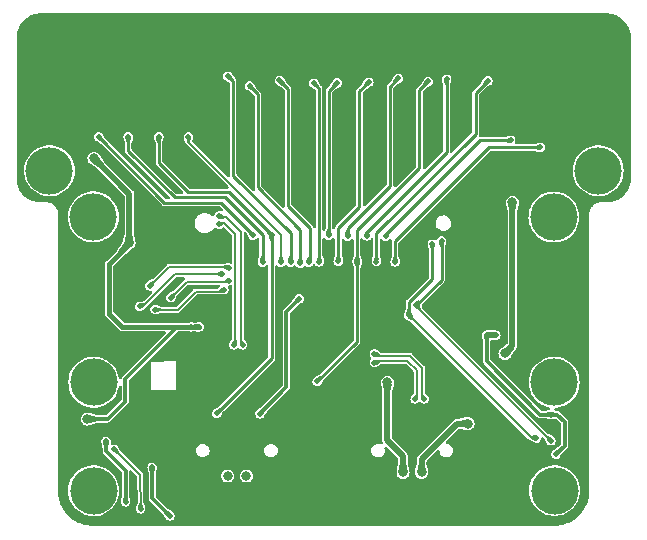
<source format=gbr>
%TF.GenerationSoftware,KiCad,Pcbnew,(7.0.0)*%
%TF.CreationDate,2023-05-15T16:57:03+08:00*%
%TF.ProjectId,Expansion,45787061-6e73-4696-9f6e-2e6b69636164,rev?*%
%TF.SameCoordinates,Original*%
%TF.FileFunction,Copper,L2,Bot*%
%TF.FilePolarity,Positive*%
%FSLAX46Y46*%
G04 Gerber Fmt 4.6, Leading zero omitted, Abs format (unit mm)*
G04 Created by KiCad (PCBNEW (7.0.0)) date 2023-05-15 16:57:03*
%MOMM*%
%LPD*%
G01*
G04 APERTURE LIST*
%TA.AperFunction,ComponentPad*%
%ADD10O,1.000000X2.000000*%
%TD*%
%TA.AperFunction,ComponentPad*%
%ADD11O,0.900000X1.800000*%
%TD*%
%TA.AperFunction,ComponentPad*%
%ADD12C,4.000000*%
%TD*%
%TA.AperFunction,ViaPad*%
%ADD13C,0.500000*%
%TD*%
%TA.AperFunction,ViaPad*%
%ADD14C,0.800000*%
%TD*%
%TA.AperFunction,Conductor*%
%ADD15C,0.300000*%
%TD*%
%TA.AperFunction,Conductor*%
%ADD16C,0.500000*%
%TD*%
%TA.AperFunction,Conductor*%
%ADD17C,0.400000*%
%TD*%
%TA.AperFunction,Conductor*%
%ADD18C,0.200000*%
%TD*%
%TA.AperFunction,Conductor*%
%ADD19C,0.250000*%
%TD*%
G04 APERTURE END LIST*
D10*
%TO.P,U3,S1,_*%
%TO.N,GND*%
X125299999Y-102544999D03*
D11*
%TO.P,U3,S2,_*%
X133954999Y-102514999D03*
%TO.P,U3,S3,_*%
X125299999Y-106724999D03*
%TO.P,U3,S4,_*%
X133949999Y-106724999D03*
%TD*%
D12*
%TO.P,J4,*%
%TO.N,*%
X113760000Y-79330000D03*
X117470000Y-83240000D03*
X117500000Y-106420000D03*
X117510000Y-97250000D03*
X156470000Y-83250000D03*
X156490000Y-97250000D03*
X156530000Y-106410000D03*
X160220000Y-79330000D03*
%TD*%
D10*
%TO.P,U2,S1,_*%
%TO.N,GND*%
X140141624Y-102548374D03*
D11*
%TO.P,U2,S2,_*%
X148796624Y-102518374D03*
%TO.P,U2,S3,_*%
X140141624Y-106728374D03*
%TO.P,U2,S4,_*%
X148791624Y-106728374D03*
%TD*%
D13*
%TO.N,GND*%
X121375000Y-103900000D03*
X131390000Y-95220000D03*
X140525000Y-96430000D03*
X151530000Y-88800000D03*
X123675000Y-101525000D03*
X124300000Y-101525000D03*
X142182685Y-90851457D03*
X130700000Y-91980000D03*
X141657315Y-88388543D03*
X150000000Y-90120000D03*
X127060000Y-85040000D03*
X140830000Y-89230000D03*
X145400000Y-87550000D03*
X123675000Y-100850000D03*
X131540000Y-97230000D03*
X138400000Y-91920000D03*
X137240000Y-91920000D03*
X123025000Y-100850000D03*
X128570000Y-90340000D03*
X120720000Y-86860000D03*
X130910000Y-90340000D03*
X134710000Y-91920000D03*
X133400000Y-90370000D03*
X131280000Y-92910000D03*
X121375000Y-103075000D03*
X147810000Y-87480000D03*
X125900000Y-85075000D03*
X126510000Y-85640000D03*
X147730000Y-89300000D03*
X143010000Y-90010000D03*
X136070000Y-89030000D03*
X135864596Y-91920000D03*
X121550000Y-86840000D03*
X148990000Y-87470000D03*
X131380000Y-94150000D03*
X121570000Y-86120000D03*
X127140000Y-99930000D03*
X124325000Y-100850000D03*
X122375000Y-100850000D03*
X144220000Y-87560000D03*
X126520000Y-90360000D03*
X127830000Y-86230000D03*
X137150000Y-90340000D03*
X126510000Y-91320000D03*
X150688543Y-87972685D03*
X128410000Y-85620000D03*
X148910000Y-89290000D03*
X138390000Y-90340000D03*
%TO.N,3V3*%
X125775000Y-92550000D03*
X151550000Y-93250000D03*
D14*
X116975000Y-100350000D03*
D13*
X156200000Y-99975000D03*
X150775000Y-93250000D03*
D14*
X120500000Y-85450000D03*
D13*
X126450000Y-92550000D03*
D14*
X117525000Y-78275000D03*
D13*
X156650000Y-103325000D03*
D14*
%TO.N,VBUS1*%
X130421750Y-105171750D03*
X128846750Y-105171750D03*
D13*
%TO.N,Net-(U1-VCC)*%
X121475000Y-107950000D03*
X119225000Y-102900000D03*
D14*
%TO.N,VBUS*%
X149200000Y-100750000D03*
X145273375Y-104873375D03*
X143698375Y-104873375D03*
X142375000Y-97255000D03*
D13*
%TO.N,/TYPE-C/USART_USB_DN*%
X141264192Y-95580000D03*
X144716625Y-98653375D03*
%TO.N,/TYPE-C/USART_USB_DP*%
X145466625Y-98653375D03*
X141264192Y-94830000D03*
%TO.N,/MCU.USB_CC1*%
X132575000Y-84800000D03*
X127925000Y-99875000D03*
X123025000Y-76475000D03*
%TO.N,/IMU.BMI270_EXIT*%
X130980000Y-84810000D03*
X117925000Y-76475000D03*
%TO.N,/MCU.USB_CC2*%
X137410000Y-84800000D03*
X131590000Y-99910000D03*
X134890000Y-90190000D03*
X138120000Y-71900000D03*
%TO.N,/PC13*%
X140790000Y-71830000D03*
X138210000Y-86980000D03*
%TO.N,/PA2*%
X147390000Y-71580000D03*
X140630000Y-84840000D03*
%TO.N,/PA3*%
X150880000Y-71710000D03*
X141440000Y-87020000D03*
%TO.N,/PA4*%
X152810000Y-76760000D03*
X142240000Y-84870000D03*
%TO.N,/PA5*%
X143020000Y-87050000D03*
X155320000Y-77350000D03*
%TO.N,Net-(U1-EN{slash}SYNC)*%
X120200000Y-107375000D03*
X118550000Y-102250000D03*
%TO.N,Net-(U1-PG)*%
X123950000Y-108550000D03*
X122450000Y-104450000D03*
%TO.N,ADC_VBUS*%
X139800000Y-87010000D03*
X136430000Y-97170000D03*
X145830000Y-71770000D03*
%TO.N,USB_DP*%
X130106224Y-94078148D03*
X128132888Y-83135000D03*
%TO.N,USB_DN*%
X128132888Y-83885000D03*
X129356224Y-94078148D03*
%TO.N,/MCU.USART3_RX*%
X146960000Y-85280000D03*
X156210000Y-102190000D03*
X144795287Y-90714937D03*
%TO.N,/MCU.USART3_TX*%
X144185747Y-91579373D03*
X146180000Y-85550000D03*
X154970000Y-101960000D03*
%TO.N,/PB7*%
X120425000Y-76475000D03*
X131800000Y-87070000D03*
D14*
%TO.N,+5V*%
X152950000Y-82000000D03*
X152325000Y-94800000D03*
D13*
%TO.N,/IMU.BMI270_MOSI*%
X133360000Y-87080000D03*
X125525000Y-76475000D03*
X128920000Y-87550000D03*
X122270000Y-89070000D03*
%TO.N,/PA15*%
X128870000Y-71330000D03*
X134200000Y-87070000D03*
%TO.N,/PA0*%
X139020000Y-84860000D03*
X143300000Y-71510000D03*
%TO.N,/IMU.BMI270_CS*%
X121412324Y-90812658D03*
X130700000Y-72160000D03*
X134980000Y-87180000D03*
X128400000Y-88090000D03*
%TO.N,/IMU.BMI270_MISO*%
X124030000Y-90080000D03*
X129000000Y-88630000D03*
X135710000Y-87060000D03*
X133230000Y-71680000D03*
%TO.N,/IMU.BMI270_CLK*%
X128530000Y-89400000D03*
X136600000Y-87040000D03*
X136130000Y-71920000D03*
X122700000Y-91090000D03*
%TD*%
D15*
%TO.N,3V3*%
X120175000Y-98875000D02*
X120175000Y-96950000D01*
X156200000Y-99975000D02*
X155325000Y-99975000D01*
X120175000Y-96950000D02*
X124575000Y-92550000D01*
D16*
X151550000Y-93250000D02*
X150775000Y-93250000D01*
D15*
X155325000Y-99975000D02*
X150775000Y-95425000D01*
D17*
X118825000Y-91450000D02*
X119925000Y-92550000D01*
D16*
X120525000Y-85525000D02*
X119850000Y-86200000D01*
D17*
X119850000Y-86200000D02*
X118825000Y-87225000D01*
D15*
X124575000Y-92550000D02*
X126450000Y-92550000D01*
D17*
X118825000Y-87225000D02*
X118825000Y-91450000D01*
D16*
X120525000Y-81275000D02*
X120525000Y-85425000D01*
X120525000Y-85425000D02*
X120500000Y-85450000D01*
D15*
X156725000Y-99975000D02*
X157375000Y-100625000D01*
X156200000Y-99975000D02*
X156725000Y-99975000D01*
X157375000Y-100625000D02*
X157375000Y-102600000D01*
D16*
X120525000Y-85475000D02*
X120525000Y-85525000D01*
X117525000Y-78275000D02*
X120525000Y-81275000D01*
D15*
X118700000Y-100350000D02*
X120175000Y-98875000D01*
X150775000Y-95425000D02*
X150775000Y-93250000D01*
D17*
X119925000Y-92550000D02*
X126450000Y-92550000D01*
D15*
X116975000Y-100350000D02*
X118700000Y-100350000D01*
D16*
X120500000Y-85450000D02*
X120525000Y-85475000D01*
D15*
X157375000Y-102600000D02*
X156650000Y-103325000D01*
D18*
%TO.N,Net-(U1-VCC)*%
X121450000Y-105125000D02*
X121475000Y-107950000D01*
X119225000Y-102900000D02*
X121450000Y-105125000D01*
D16*
%TO.N,VBUS*%
X145273375Y-104873375D02*
X145273375Y-103751625D01*
X145273375Y-103751625D02*
X148275000Y-100750000D01*
X143698375Y-104873375D02*
X143698375Y-103523375D01*
X142325000Y-102150000D02*
X142325000Y-97305000D01*
X142325000Y-97305000D02*
X142375000Y-97255000D01*
X143698375Y-103523375D02*
X142325000Y-102150000D01*
X148275000Y-100750000D02*
X149200000Y-100750000D01*
D18*
%TO.N,/TYPE-C/USART_USB_DN*%
X144866624Y-98503376D02*
X144716625Y-98653375D01*
X141264192Y-95580000D02*
X141414191Y-95430001D01*
X144061801Y-95430001D02*
X144866624Y-96234824D01*
X141414191Y-95430001D02*
X144061801Y-95430001D01*
X144866624Y-96234824D02*
X144866624Y-98503376D01*
%TO.N,/TYPE-C/USART_USB_DP*%
X144248199Y-94979999D02*
X145316626Y-96048426D01*
X145316626Y-98503376D02*
X145466625Y-98653375D01*
X141264192Y-94830000D02*
X141414191Y-94979999D01*
X145316626Y-96048426D02*
X145316626Y-98503376D01*
X141414191Y-94979999D02*
X144248199Y-94979999D01*
D19*
%TO.N,/MCU.USB_CC1*%
X123025000Y-78675000D02*
X123025000Y-76475000D01*
X132575000Y-84800000D02*
X132575000Y-84765000D01*
X132575000Y-84800000D02*
X132575000Y-95225000D01*
X125475000Y-81125000D02*
X123025000Y-78675000D01*
X132575000Y-84765000D02*
X128935000Y-81125000D01*
X128935000Y-81125000D02*
X125475000Y-81125000D01*
X132575000Y-95225000D02*
X127925000Y-99875000D01*
%TO.N,/IMU.BMI270_EXIT*%
X128225000Y-82025000D02*
X123475000Y-82025000D01*
X123475000Y-82025000D02*
X117925000Y-76475000D01*
X128275000Y-82025000D02*
X128225000Y-82025000D01*
X131025000Y-84775000D02*
X128275000Y-82025000D01*
D15*
%TO.N,/MCU.USB_CC2*%
X133820000Y-97680000D02*
X131590000Y-99910000D01*
D19*
X138090000Y-71900000D02*
X138120000Y-71900000D01*
X138120000Y-71870000D02*
X138080000Y-71910000D01*
D15*
X134890000Y-90190000D02*
X133820000Y-91260000D01*
D19*
X137410000Y-72580000D02*
X138090000Y-71900000D01*
D15*
X133820000Y-91260000D02*
X133820000Y-97680000D01*
D19*
X137410000Y-84800000D02*
X137410000Y-72580000D01*
X138120000Y-71900000D02*
X138120000Y-71870000D01*
%TO.N,/PC13*%
X138210000Y-84180000D02*
X140000000Y-82390000D01*
X140000000Y-72620000D02*
X140790000Y-71830000D01*
X138210000Y-86980000D02*
X138210000Y-84180000D01*
X140000000Y-82390000D02*
X140000000Y-72620000D01*
%TO.N,/PA2*%
X140630000Y-84500000D02*
X140630000Y-84840000D01*
X147390000Y-71580000D02*
X147390000Y-77740000D01*
X147390000Y-77740000D02*
X140630000Y-84500000D01*
%TO.N,/PA3*%
X141440000Y-87020000D02*
X141440000Y-84610000D01*
X149840000Y-72750000D02*
X150880000Y-71710000D01*
X149840000Y-76210000D02*
X149840000Y-72750000D01*
X141440000Y-84610000D02*
X149840000Y-76210000D01*
%TO.N,/PA4*%
X142240000Y-84870000D02*
X142240000Y-84700000D01*
X142240000Y-84700000D02*
X150180000Y-76760000D01*
X150180000Y-76760000D02*
X152810000Y-76760000D01*
%TO.N,/PA5*%
X155320000Y-77350000D02*
X155320000Y-77280000D01*
X150970000Y-77350000D02*
X155320000Y-77350000D01*
X155320000Y-77280000D02*
X155270000Y-77330000D01*
X143020000Y-85300000D02*
X150970000Y-77350000D01*
X143020000Y-87050000D02*
X143020000Y-85300000D01*
D15*
%TO.N,Net-(U1-EN{slash}SYNC)*%
X120200000Y-107375000D02*
X120200000Y-104723529D01*
X118550000Y-103073529D02*
X118550000Y-102250000D01*
X120200000Y-104723529D02*
X118550000Y-103073529D01*
%TO.N,Net-(U1-PG)*%
X122450000Y-104450000D02*
X122450000Y-107050000D01*
X122450000Y-107050000D02*
X123950000Y-108550000D01*
D19*
%TO.N,ADC_VBUS*%
X139800000Y-87010000D02*
X139800000Y-93800000D01*
X145830000Y-71720000D02*
X145800000Y-71750000D01*
X145080000Y-72520000D02*
X145830000Y-71770000D01*
X139800000Y-87010000D02*
X139800000Y-84370000D01*
X145080000Y-79090000D02*
X145080000Y-72520000D01*
X145830000Y-71770000D02*
X145830000Y-71720000D01*
X139800000Y-84370000D02*
X145080000Y-79090000D01*
X139800000Y-93800000D02*
X136430000Y-97170000D01*
D18*
%TO.N,USB_DP*%
X128282887Y-83284999D02*
X128703199Y-83284999D01*
X129956224Y-84538024D02*
X129956225Y-93928149D01*
X128132888Y-83135000D02*
X128282887Y-83284999D01*
X128703199Y-83284999D02*
X129956224Y-84538024D01*
X129956225Y-93928149D02*
X130106224Y-94078148D01*
%TO.N,USB_DN*%
X129506223Y-93928149D02*
X129356224Y-94078148D01*
X128132888Y-83885000D02*
X128282887Y-83735001D01*
X128282887Y-83735001D02*
X128516801Y-83735001D01*
X129506224Y-84724424D02*
X129506223Y-93928149D01*
X128516801Y-83735001D02*
X129506224Y-84724424D01*
D19*
%TO.N,/MCU.USART3_RX*%
X146960000Y-88550224D02*
X144795287Y-90714937D01*
D18*
X144795287Y-90775287D02*
X156210000Y-102190000D01*
D19*
X146960000Y-85280000D02*
X146960000Y-88550224D01*
D18*
X144795287Y-90714937D02*
X144795287Y-90775287D01*
%TO.N,/MCU.USART3_TX*%
X144185747Y-91585747D02*
X154500000Y-101900000D01*
D19*
X146180000Y-88490000D02*
X144185747Y-90484253D01*
D18*
X154500000Y-101900000D02*
X154980000Y-101900000D01*
D19*
X144185747Y-90484253D02*
X144185747Y-91579373D01*
X146180000Y-85550000D02*
X146180000Y-88490000D01*
D18*
X144185747Y-91579373D02*
X144185747Y-91585747D01*
D19*
%TO.N,/PB7*%
X131800000Y-87070000D02*
X131800000Y-84740000D01*
X124375000Y-81575000D02*
X120425000Y-77625000D01*
X131800000Y-84740000D02*
X128635000Y-81575000D01*
X128635000Y-81575000D02*
X124375000Y-81575000D01*
X120425000Y-77625000D02*
X120425000Y-76475000D01*
D16*
%TO.N,+5V*%
X152950000Y-82000000D02*
X152950000Y-94175000D01*
X152950000Y-94175000D02*
X152325000Y-94800000D01*
D18*
%TO.N,/IMU.BMI270_MOSI*%
X125525000Y-76905000D02*
X125525000Y-76475000D01*
X122270000Y-89070000D02*
X123880000Y-87460000D01*
X133360000Y-84740000D02*
X125525000Y-76905000D01*
X133360000Y-87080000D02*
X133360000Y-84740000D01*
X128830000Y-87460000D02*
X128920000Y-87550000D01*
X123880000Y-87460000D02*
X128830000Y-87460000D01*
D19*
%TO.N,/PA15*%
X129310000Y-79750000D02*
X129310000Y-71770000D01*
X134200000Y-87070000D02*
X134200000Y-84640000D01*
X134200000Y-84640000D02*
X129310000Y-79750000D01*
X129310000Y-71770000D02*
X128870000Y-71330000D01*
%TO.N,/PA0*%
X142600000Y-80590000D02*
X142600000Y-72210000D01*
X139020000Y-84860000D02*
X139020000Y-84170000D01*
X139020000Y-84170000D02*
X142600000Y-80590000D01*
X142600000Y-72210000D02*
X143300000Y-71510000D01*
D18*
%TO.N,/IMU.BMI270_CS*%
X121657342Y-90812658D02*
X124380000Y-88090000D01*
X124380000Y-88090000D02*
X128400000Y-88090000D01*
D19*
X134980000Y-87180000D02*
X134980000Y-84330000D01*
X131400000Y-80750000D02*
X131400000Y-72860000D01*
X134980000Y-84330000D02*
X131400000Y-80750000D01*
D18*
X121412324Y-90812658D02*
X121657342Y-90812658D01*
D19*
X131400000Y-72860000D02*
X130700000Y-72160000D01*
D18*
%TO.N,/IMU.BMI270_MISO*%
X124030000Y-90080000D02*
X125370000Y-88740000D01*
D19*
X135710000Y-87060000D02*
X135820000Y-86950000D01*
X135820000Y-86950000D02*
X135820000Y-84200000D01*
X135820000Y-84200000D02*
X133960000Y-82340000D01*
X133960000Y-72410000D02*
X133230000Y-71680000D01*
X133960000Y-82340000D02*
X133960000Y-72410000D01*
D18*
X125370000Y-88740000D02*
X128890000Y-88740000D01*
X128890000Y-88740000D02*
X129000000Y-88630000D01*
%TO.N,/IMU.BMI270_CLK*%
X126130000Y-89560000D02*
X128370000Y-89560000D01*
X128370000Y-89560000D02*
X128530000Y-89400000D01*
D19*
X136130000Y-71920000D02*
X136600000Y-72390000D01*
X136600000Y-72390000D02*
X136600000Y-87040000D01*
D18*
X122700000Y-91090000D02*
X124600000Y-91090000D01*
X124600000Y-91090000D02*
X126130000Y-89560000D01*
%TD*%
%TA.AperFunction,Conductor*%
%TO.N,GND*%
G36*
X160980314Y-66012747D02*
G01*
X161060036Y-66017970D01*
X161237855Y-66030687D01*
X161253183Y-66032750D01*
X161364579Y-66054907D01*
X161366690Y-66055348D01*
X161506523Y-66085766D01*
X161520005Y-66089507D01*
X161590926Y-66113580D01*
X161633785Y-66128128D01*
X161637262Y-66129366D01*
X161765152Y-66177066D01*
X161776653Y-66182032D01*
X161886689Y-66236294D01*
X161891247Y-66238661D01*
X162008910Y-66302910D01*
X162018336Y-66308617D01*
X162121274Y-66377396D01*
X162126667Y-66381212D01*
X162233237Y-66460990D01*
X162240656Y-66467006D01*
X162333961Y-66548830D01*
X162339865Y-66554359D01*
X162433939Y-66648436D01*
X162439483Y-66654356D01*
X162521116Y-66747438D01*
X162527157Y-66754889D01*
X162607287Y-66861934D01*
X162611121Y-66867352D01*
X162679424Y-66969573D01*
X162685155Y-66979039D01*
X162750068Y-67097923D01*
X162752433Y-67102478D01*
X162806012Y-67211124D01*
X162810983Y-67222637D01*
X162859581Y-67352943D01*
X162860817Y-67356415D01*
X162898571Y-67467633D01*
X162902319Y-67481137D01*
X162933806Y-67625901D01*
X162934256Y-67628065D01*
X162955409Y-67734407D01*
X162957475Y-67749734D01*
X162970942Y-67937643D01*
X162970993Y-67938395D01*
X162975504Y-68007205D01*
X162975770Y-68015317D01*
X162975770Y-80004692D01*
X162975504Y-80012807D01*
X162970310Y-80092000D01*
X162970260Y-80092733D01*
X162957556Y-80270316D01*
X162955489Y-80285660D01*
X162933327Y-80397070D01*
X162932876Y-80399239D01*
X162902476Y-80538971D01*
X162898729Y-80552470D01*
X162860043Y-80666429D01*
X162858805Y-80669904D01*
X162811198Y-80797540D01*
X162806229Y-80809050D01*
X162751817Y-80919384D01*
X162749437Y-80923967D01*
X162685411Y-81041220D01*
X162679681Y-81050683D01*
X162610641Y-81154009D01*
X162606806Y-81159429D01*
X162527432Y-81265460D01*
X162521393Y-81272908D01*
X162439127Y-81366714D01*
X162433581Y-81372636D01*
X162340154Y-81466064D01*
X162334232Y-81471610D01*
X162240418Y-81553884D01*
X162232970Y-81559923D01*
X162126947Y-81639293D01*
X162121527Y-81643128D01*
X162018195Y-81712174D01*
X162008732Y-81717904D01*
X161891502Y-81781919D01*
X161886919Y-81784299D01*
X161776569Y-81838720D01*
X161765059Y-81843690D01*
X161637425Y-81891298D01*
X161633950Y-81892535D01*
X161519978Y-81931226D01*
X161506478Y-81934974D01*
X161366823Y-81965358D01*
X161364657Y-81965809D01*
X161253193Y-81987984D01*
X161237840Y-81990051D01*
X161057970Y-82002909D01*
X161057243Y-82002959D01*
X160984441Y-82007733D01*
X160980620Y-82007984D01*
X160972507Y-82008250D01*
X160476171Y-82008250D01*
X160476141Y-82008261D01*
X160476065Y-82008268D01*
X160394158Y-82008265D01*
X160394155Y-82008265D01*
X160388737Y-82008265D01*
X160383401Y-82009205D01*
X160383396Y-82009206D01*
X160221668Y-82037713D01*
X160221658Y-82037715D01*
X160216329Y-82038655D01*
X160211242Y-82040505D01*
X160211239Y-82040507D01*
X160056903Y-82096673D01*
X160056895Y-82096676D01*
X160051819Y-82098524D01*
X160047138Y-82101226D01*
X160047128Y-82101231D01*
X159912887Y-82178730D01*
X159900204Y-82186052D01*
X159896064Y-82189525D01*
X159896055Y-82189532D01*
X159770237Y-82295103D01*
X159770232Y-82295107D01*
X159766094Y-82298580D01*
X159762625Y-82302713D01*
X159762619Y-82302720D01*
X159657036Y-82428549D01*
X159657030Y-82428556D01*
X159653564Y-82432688D01*
X159650863Y-82437365D01*
X159650861Y-82437369D01*
X159568738Y-82579612D01*
X159568736Y-82579616D01*
X159566032Y-82584300D01*
X159564184Y-82589376D01*
X159564180Y-82589386D01*
X159512629Y-82731035D01*
X159506160Y-82748810D01*
X159505221Y-82754135D01*
X159505220Y-82754140D01*
X159476707Y-82915880D01*
X159476706Y-82915889D01*
X159475767Y-82921217D01*
X159475767Y-82926633D01*
X159475767Y-82926636D01*
X159475770Y-83008750D01*
X159475770Y-106404772D01*
X159475600Y-106411263D01*
X159468792Y-106541139D01*
X159468767Y-106541601D01*
X159458641Y-106721899D01*
X159457309Y-106734345D01*
X159433749Y-106883086D01*
X159433524Y-106884457D01*
X159406537Y-107043295D01*
X159404063Y-107054620D01*
X159364098Y-107203764D01*
X159363478Y-107205997D01*
X159319943Y-107357108D01*
X159316553Y-107367219D01*
X159260616Y-107512936D01*
X159259413Y-107515949D01*
X159199885Y-107659664D01*
X159195808Y-107668508D01*
X159124571Y-107808316D01*
X159122615Y-107812001D01*
X159047772Y-107947420D01*
X159043238Y-107954976D01*
X158957502Y-108086994D01*
X158954638Y-108091212D01*
X158865405Y-108216974D01*
X158860641Y-108223255D01*
X158761376Y-108345836D01*
X158757469Y-108350427D01*
X158654919Y-108465180D01*
X158650141Y-108470235D01*
X158538470Y-108581905D01*
X158533416Y-108586683D01*
X158418770Y-108689137D01*
X158414178Y-108693044D01*
X158291397Y-108792468D01*
X158285117Y-108797230D01*
X158159723Y-108886202D01*
X158155502Y-108889069D01*
X158023021Y-108975101D01*
X158015469Y-108979632D01*
X157880802Y-109054061D01*
X157877114Y-109056019D01*
X157736483Y-109127672D01*
X157727642Y-109131748D01*
X157585142Y-109190774D01*
X157582125Y-109191977D01*
X157435141Y-109248397D01*
X157425033Y-109251787D01*
X157276053Y-109294708D01*
X157273818Y-109295329D01*
X157122467Y-109335882D01*
X157111145Y-109338355D01*
X156956350Y-109364656D01*
X156954976Y-109364882D01*
X156802160Y-109389084D01*
X156789716Y-109390415D01*
X156622422Y-109399810D01*
X156621959Y-109399835D01*
X156482289Y-109407154D01*
X156478578Y-109407349D01*
X156472090Y-109407519D01*
X117479518Y-109407519D01*
X117473027Y-109407349D01*
X117342905Y-109400528D01*
X117342443Y-109400503D01*
X117162405Y-109390392D01*
X117149959Y-109389060D01*
X117000959Y-109365459D01*
X116999587Y-109365234D01*
X116841034Y-109338295D01*
X116829710Y-109335821D01*
X116680300Y-109295785D01*
X116678068Y-109295165D01*
X116527206Y-109251703D01*
X116517095Y-109248313D01*
X116371277Y-109192338D01*
X116368262Y-109191135D01*
X116224625Y-109131638D01*
X116215806Y-109127572D01*
X116075925Y-109056298D01*
X116072258Y-109054352D01*
X115936874Y-108979528D01*
X115929335Y-108975004D01*
X115797261Y-108889234D01*
X115793070Y-108886387D01*
X115667301Y-108797149D01*
X115661020Y-108792386D01*
X115608430Y-108749799D01*
X115538452Y-108693131D01*
X115533870Y-108689232D01*
X115528015Y-108684000D01*
X115419061Y-108586632D01*
X115414007Y-108581854D01*
X115302443Y-108470290D01*
X115297664Y-108465236D01*
X115277084Y-108442207D01*
X115195038Y-108350397D01*
X115191154Y-108345831D01*
X115091893Y-108223253D01*
X115087130Y-108216975D01*
X115076725Y-108202311D01*
X115052613Y-108168328D01*
X114997939Y-108091271D01*
X114995074Y-108087052D01*
X114909254Y-107954901D01*
X114904734Y-107947367D01*
X114830014Y-107812171D01*
X114828057Y-107808485D01*
X114827259Y-107806918D01*
X114756689Y-107668418D01*
X114752625Y-107659603D01*
X114693201Y-107516142D01*
X114692069Y-107513302D01*
X114635950Y-107367108D01*
X114632563Y-107357007D01*
X114611335Y-107283322D01*
X114589213Y-107206538D01*
X114588637Y-107204465D01*
X114548444Y-107054465D01*
X114545983Y-107043194D01*
X114519174Y-106885408D01*
X114518977Y-106884207D01*
X114495218Y-106734204D01*
X114493891Y-106721810D01*
X114483929Y-106544417D01*
X114477409Y-106420000D01*
X115344475Y-106420000D01*
X115344764Y-106424225D01*
X115354411Y-106565267D01*
X115364552Y-106713511D01*
X115365413Y-106717658D01*
X115365415Y-106717667D01*
X115408610Y-106925529D01*
X115424408Y-107001554D01*
X115425826Y-107005546D01*
X115425829Y-107005554D01*
X115516024Y-107259338D01*
X115522928Y-107278764D01*
X115524875Y-107282522D01*
X115524877Y-107282526D01*
X115653096Y-107529976D01*
X115658278Y-107539976D01*
X115660724Y-107543441D01*
X115825490Y-107776863D01*
X115825494Y-107776868D01*
X115827935Y-107780326D01*
X115857676Y-107812171D01*
X116019400Y-107985335D01*
X116028740Y-107995335D01*
X116256951Y-108180999D01*
X116508318Y-108333859D01*
X116512203Y-108335546D01*
X116512204Y-108335547D01*
X116755136Y-108441067D01*
X116778159Y-108451067D01*
X117001775Y-108513721D01*
X117057365Y-108529297D01*
X117057367Y-108529297D01*
X117061445Y-108530440D01*
X117352902Y-108570500D01*
X117642861Y-108570500D01*
X117647098Y-108570500D01*
X117938555Y-108530440D01*
X118221841Y-108451067D01*
X118491682Y-108333859D01*
X118743049Y-108180999D01*
X118971260Y-107995335D01*
X119172065Y-107780326D01*
X119341722Y-107539976D01*
X119477072Y-107278764D01*
X119575592Y-107001554D01*
X119635448Y-106713511D01*
X119651788Y-106474618D01*
X119670155Y-106420000D01*
X119651789Y-106365382D01*
X119635737Y-106130721D01*
X119635448Y-106126489D01*
X119575592Y-105838446D01*
X119477072Y-105561236D01*
X119341722Y-105300024D01*
X119182905Y-105075031D01*
X119174509Y-105063136D01*
X119174507Y-105063133D01*
X119172065Y-105059674D01*
X119047332Y-104926118D01*
X118974147Y-104847756D01*
X118974145Y-104847754D01*
X118971260Y-104844665D01*
X118786854Y-104694639D01*
X118746331Y-104661671D01*
X118746329Y-104661670D01*
X118743049Y-104659001D01*
X118618194Y-104583075D01*
X118495300Y-104508341D01*
X118495298Y-104508340D01*
X118491682Y-104506141D01*
X118487802Y-104504455D01*
X118487795Y-104504452D01*
X118225722Y-104390618D01*
X118225712Y-104390614D01*
X118221841Y-104388933D01*
X118217769Y-104387792D01*
X117942634Y-104310702D01*
X117942621Y-104310699D01*
X117938555Y-104309560D01*
X117934368Y-104308984D01*
X117934356Y-104308982D01*
X117651295Y-104270076D01*
X117651282Y-104270075D01*
X117647098Y-104269500D01*
X117352902Y-104269500D01*
X117348718Y-104270075D01*
X117348704Y-104270076D01*
X117065643Y-104308982D01*
X117065628Y-104308984D01*
X117061445Y-104309560D01*
X117057381Y-104310698D01*
X117057365Y-104310702D01*
X116782230Y-104387792D01*
X116782225Y-104387793D01*
X116778159Y-104388933D01*
X116774291Y-104390612D01*
X116774277Y-104390618D01*
X116512204Y-104504452D01*
X116512191Y-104504458D01*
X116508318Y-104506141D01*
X116504707Y-104508336D01*
X116504699Y-104508341D01*
X116260563Y-104656804D01*
X116260557Y-104656807D01*
X116256951Y-104659001D01*
X116253676Y-104661664D01*
X116253668Y-104661671D01*
X116032025Y-104841992D01*
X116032021Y-104841995D01*
X116028740Y-104844665D01*
X116025861Y-104847747D01*
X116025852Y-104847756D01*
X115830823Y-105056581D01*
X115830818Y-105056586D01*
X115827935Y-105059674D01*
X115825499Y-105063124D01*
X115825490Y-105063136D01*
X115660724Y-105296558D01*
X115660720Y-105296563D01*
X115658278Y-105300024D01*
X115656332Y-105303778D01*
X115656328Y-105303786D01*
X115524877Y-105557473D01*
X115524872Y-105557483D01*
X115522928Y-105561236D01*
X115521511Y-105565221D01*
X115521507Y-105565232D01*
X115425829Y-105834445D01*
X115425825Y-105834457D01*
X115424408Y-105838446D01*
X115423545Y-105842596D01*
X115423544Y-105842602D01*
X115365415Y-106122332D01*
X115365413Y-106122343D01*
X115364552Y-106126489D01*
X115364263Y-106130713D01*
X115364262Y-106130721D01*
X115348790Y-106356920D01*
X115344475Y-106420000D01*
X114477409Y-106420000D01*
X114476940Y-106411052D01*
X114476770Y-106404563D01*
X114476770Y-102250000D01*
X118144508Y-102250000D01*
X118146035Y-102259641D01*
X118162827Y-102365667D01*
X118162828Y-102365670D01*
X118164354Y-102375304D01*
X118167193Y-102380877D01*
X118168466Y-102385740D01*
X118245644Y-102771131D01*
X118245328Y-102771194D01*
X118249500Y-102800430D01*
X118249500Y-103021673D01*
X118249251Y-103025253D01*
X118247227Y-103031294D01*
X118247757Y-103042768D01*
X118247757Y-103042772D01*
X118249368Y-103077609D01*
X118249500Y-103083335D01*
X118249500Y-103101373D01*
X118250552Y-103107000D01*
X118250635Y-103107897D01*
X118251031Y-103113601D01*
X118251884Y-103132045D01*
X118252415Y-103143521D01*
X118257054Y-103154028D01*
X118258792Y-103161417D01*
X118260082Y-103165581D01*
X118262827Y-103172666D01*
X118264939Y-103183962D01*
X118279001Y-103206675D01*
X118287003Y-103221856D01*
X118293152Y-103235783D01*
X118293153Y-103235785D01*
X118297794Y-103246294D01*
X118305917Y-103254417D01*
X118310209Y-103260682D01*
X118312915Y-103264098D01*
X118318031Y-103269710D01*
X118324081Y-103279481D01*
X118333249Y-103286404D01*
X118345396Y-103295577D01*
X118358351Y-103306851D01*
X119863181Y-104811681D01*
X119890061Y-104851909D01*
X119899500Y-104899362D01*
X119899500Y-106356920D01*
X119883586Y-106417694D01*
X119881357Y-106419999D01*
X119883586Y-106422306D01*
X119899500Y-106483080D01*
X119899500Y-106824568D01*
X119895327Y-106853805D01*
X119895643Y-106853869D01*
X119818467Y-107239254D01*
X119817193Y-107244121D01*
X119814354Y-107249696D01*
X119812827Y-107259330D01*
X119812827Y-107259334D01*
X119809750Y-107278764D01*
X119794508Y-107375000D01*
X119796035Y-107384641D01*
X119812826Y-107490662D01*
X119812827Y-107490667D01*
X119814354Y-107500304D01*
X119871950Y-107613342D01*
X119961658Y-107703050D01*
X120074696Y-107760646D01*
X120200000Y-107780492D01*
X120325304Y-107760646D01*
X120438342Y-107703050D01*
X120528050Y-107613342D01*
X120585646Y-107500304D01*
X120605492Y-107375000D01*
X120585646Y-107249696D01*
X120582804Y-107244118D01*
X120581536Y-107239273D01*
X120504356Y-106853869D01*
X120504671Y-106853805D01*
X120500500Y-106824571D01*
X120500500Y-104829122D01*
X120514015Y-104772827D01*
X120551615Y-104728804D01*
X120605102Y-104706649D01*
X120662818Y-104711191D01*
X120712181Y-104741441D01*
X121164550Y-105193810D01*
X121191219Y-105233532D01*
X121200864Y-105280394D01*
X121219561Y-107393104D01*
X121213870Y-107431352D01*
X121100586Y-107792093D01*
X121100584Y-107792100D01*
X121098869Y-107797563D01*
X121098559Y-107800142D01*
X121096735Y-107806918D01*
X121093783Y-107816001D01*
X121089354Y-107824696D01*
X121069508Y-107950000D01*
X121071035Y-107959641D01*
X121087826Y-108065662D01*
X121087827Y-108065667D01*
X121089354Y-108075304D01*
X121095340Y-108087052D01*
X121141847Y-108178328D01*
X121146950Y-108188342D01*
X121236658Y-108278050D01*
X121349696Y-108335646D01*
X121475000Y-108355492D01*
X121600304Y-108335646D01*
X121713342Y-108278050D01*
X121803050Y-108188342D01*
X121860646Y-108075304D01*
X121880492Y-107950000D01*
X121860646Y-107824696D01*
X121856215Y-107815999D01*
X121853199Y-107806717D01*
X121853751Y-107806537D01*
X121850326Y-107797164D01*
X121849989Y-107794691D01*
X121726940Y-107426838D01*
X121720541Y-107388600D01*
X121719555Y-107277233D01*
X121700831Y-105161344D01*
X121703025Y-105138019D01*
X121703025Y-105136978D01*
X121705408Y-105125000D01*
X121700294Y-105099299D01*
X121700280Y-105099206D01*
X121700272Y-105098110D01*
X121695585Y-105075593D01*
X121695364Y-105074510D01*
X121691798Y-105056581D01*
X121685966Y-105027259D01*
X121685326Y-105026301D01*
X121685092Y-105025176D01*
X121678543Y-105015561D01*
X121678543Y-105015559D01*
X121657948Y-104985320D01*
X121657451Y-104984584D01*
X121644577Y-104965317D01*
X121643806Y-104964546D01*
X121643747Y-104964467D01*
X121635870Y-104952901D01*
X121635868Y-104952899D01*
X121628996Y-104942808D01*
X121618781Y-104936113D01*
X121618050Y-104935394D01*
X121599861Y-104920601D01*
X121129260Y-104450000D01*
X122044508Y-104450000D01*
X122046035Y-104459641D01*
X122062827Y-104565667D01*
X122062828Y-104565670D01*
X122064354Y-104575304D01*
X122067193Y-104580877D01*
X122068466Y-104585740D01*
X122145644Y-104971131D01*
X122145328Y-104971194D01*
X122149500Y-105000430D01*
X122149500Y-106998144D01*
X122149251Y-107001724D01*
X122147227Y-107007765D01*
X122147757Y-107019239D01*
X122147757Y-107019243D01*
X122149368Y-107054080D01*
X122149500Y-107059806D01*
X122149500Y-107077844D01*
X122150552Y-107083471D01*
X122150635Y-107084368D01*
X122151031Y-107090072D01*
X122151884Y-107108516D01*
X122152415Y-107119992D01*
X122157054Y-107130499D01*
X122158792Y-107137888D01*
X122160082Y-107142052D01*
X122162827Y-107149137D01*
X122164939Y-107160433D01*
X122179001Y-107183146D01*
X122187003Y-107198327D01*
X122193152Y-107212254D01*
X122193153Y-107212256D01*
X122197794Y-107222765D01*
X122205917Y-107230888D01*
X122210209Y-107237153D01*
X122212915Y-107240569D01*
X122218031Y-107246181D01*
X122224081Y-107255952D01*
X122233249Y-107262875D01*
X122245396Y-107272048D01*
X122258351Y-107283322D01*
X123348304Y-108373275D01*
X123366025Y-108396892D01*
X123366293Y-108396715D01*
X123563738Y-108693044D01*
X123584314Y-108723924D01*
X123587978Y-108727784D01*
X123588747Y-108728748D01*
X123602311Y-108749799D01*
X123621950Y-108788342D01*
X123711658Y-108878050D01*
X123824696Y-108935646D01*
X123950000Y-108955492D01*
X124075304Y-108935646D01*
X124188342Y-108878050D01*
X124278050Y-108788342D01*
X124335646Y-108675304D01*
X124355492Y-108550000D01*
X124335646Y-108424696D01*
X124278050Y-108311658D01*
X124188342Y-108221950D01*
X124149799Y-108202311D01*
X124128748Y-108188747D01*
X124127784Y-108187978D01*
X124123924Y-108184314D01*
X124116918Y-108179646D01*
X123796715Y-107966293D01*
X123796893Y-107966025D01*
X123773277Y-107948305D01*
X122786819Y-106961848D01*
X122759939Y-106921620D01*
X122750500Y-106874167D01*
X122750500Y-106410000D01*
X154374475Y-106410000D01*
X154374764Y-106414225D01*
X154385095Y-106565267D01*
X154394552Y-106703511D01*
X154395413Y-106707658D01*
X154395415Y-106707667D01*
X154440688Y-106925529D01*
X154454408Y-106991554D01*
X154455826Y-106995546D01*
X154455829Y-106995554D01*
X154549578Y-107259338D01*
X154552928Y-107268764D01*
X154554875Y-107272522D01*
X154554877Y-107272526D01*
X154681010Y-107515949D01*
X154688278Y-107529976D01*
X154690724Y-107533441D01*
X154855490Y-107766863D01*
X154855494Y-107766868D01*
X154857935Y-107770326D01*
X154917717Y-107834337D01*
X155040705Y-107966025D01*
X155058740Y-107985335D01*
X155286951Y-108170999D01*
X155538318Y-108323859D01*
X155542203Y-108325546D01*
X155542204Y-108325547D01*
X155748300Y-108415067D01*
X155808159Y-108441067D01*
X156031775Y-108503721D01*
X156087365Y-108519297D01*
X156087367Y-108519297D01*
X156091445Y-108520440D01*
X156382902Y-108560500D01*
X156672861Y-108560500D01*
X156677098Y-108560500D01*
X156968555Y-108520440D01*
X157251841Y-108441067D01*
X157521682Y-108323859D01*
X157773049Y-108170999D01*
X158001260Y-107985335D01*
X158202065Y-107770326D01*
X158371722Y-107529976D01*
X158507072Y-107268764D01*
X158605592Y-106991554D01*
X158665448Y-106703511D01*
X158685525Y-106410000D01*
X158665448Y-106116489D01*
X158605592Y-105828446D01*
X158507072Y-105551236D01*
X158371722Y-105290024D01*
X158219596Y-105074510D01*
X158204509Y-105053136D01*
X158204507Y-105053133D01*
X158202065Y-105049674D01*
X158013486Y-104847756D01*
X158004147Y-104837756D01*
X158004145Y-104837754D01*
X158001260Y-104834665D01*
X157820712Y-104687778D01*
X157776331Y-104651671D01*
X157776329Y-104651670D01*
X157773049Y-104649001D01*
X157541744Y-104508341D01*
X157525300Y-104498341D01*
X157525298Y-104498340D01*
X157521682Y-104496141D01*
X157517802Y-104494455D01*
X157517795Y-104494452D01*
X157255722Y-104380618D01*
X157255712Y-104380614D01*
X157251841Y-104378933D01*
X157247769Y-104377792D01*
X156972634Y-104300702D01*
X156972621Y-104300699D01*
X156968555Y-104299560D01*
X156964368Y-104298984D01*
X156964356Y-104298982D01*
X156681295Y-104260076D01*
X156681282Y-104260075D01*
X156677098Y-104259500D01*
X156382902Y-104259500D01*
X156378718Y-104260075D01*
X156378704Y-104260076D01*
X156095643Y-104298982D01*
X156095628Y-104298984D01*
X156091445Y-104299560D01*
X156087381Y-104300698D01*
X156087365Y-104300702D01*
X155812230Y-104377792D01*
X155812225Y-104377793D01*
X155808159Y-104378933D01*
X155804291Y-104380612D01*
X155804277Y-104380618D01*
X155542204Y-104494452D01*
X155542191Y-104494458D01*
X155538318Y-104496141D01*
X155534707Y-104498336D01*
X155534699Y-104498341D01*
X155290563Y-104646804D01*
X155290557Y-104646807D01*
X155286951Y-104649001D01*
X155283676Y-104651664D01*
X155283668Y-104651671D01*
X155062025Y-104831992D01*
X155062021Y-104831995D01*
X155058740Y-104834665D01*
X155055861Y-104837747D01*
X155055852Y-104837756D01*
X154860823Y-105046581D01*
X154860818Y-105046586D01*
X154857935Y-105049674D01*
X154855499Y-105053124D01*
X154855490Y-105053136D01*
X154690724Y-105286558D01*
X154690720Y-105286563D01*
X154688278Y-105290024D01*
X154686332Y-105293778D01*
X154686328Y-105293786D01*
X154554877Y-105547473D01*
X154554872Y-105547483D01*
X154552928Y-105551236D01*
X154551511Y-105555221D01*
X154551507Y-105555232D01*
X154455829Y-105824445D01*
X154455825Y-105824457D01*
X154454408Y-105828446D01*
X154453545Y-105832596D01*
X154453544Y-105832602D01*
X154395415Y-106112332D01*
X154395413Y-106112343D01*
X154394552Y-106116489D01*
X154394263Y-106120713D01*
X154394262Y-106120721D01*
X154393578Y-106130721D01*
X154374475Y-106410000D01*
X122750500Y-106410000D01*
X122750500Y-105171750D01*
X128291500Y-105171750D01*
X128292561Y-105179809D01*
X128308387Y-105300024D01*
X128310420Y-105315459D01*
X128313531Y-105322970D01*
X128313532Y-105322973D01*
X128327770Y-105357346D01*
X128365889Y-105449375D01*
X128454129Y-105564371D01*
X128569125Y-105652611D01*
X128703041Y-105708080D01*
X128846750Y-105727000D01*
X128990459Y-105708080D01*
X129124375Y-105652611D01*
X129239371Y-105564371D01*
X129327611Y-105449375D01*
X129383080Y-105315459D01*
X129402000Y-105171750D01*
X129866500Y-105171750D01*
X129867561Y-105179809D01*
X129883387Y-105300024D01*
X129885420Y-105315459D01*
X129888531Y-105322970D01*
X129888532Y-105322973D01*
X129902770Y-105357346D01*
X129940889Y-105449375D01*
X130029129Y-105564371D01*
X130144125Y-105652611D01*
X130278041Y-105708080D01*
X130421750Y-105727000D01*
X130565459Y-105708080D01*
X130699375Y-105652611D01*
X130814371Y-105564371D01*
X130902611Y-105449375D01*
X130958080Y-105315459D01*
X130977000Y-105171750D01*
X130958080Y-105028041D01*
X130902611Y-104894125D01*
X130814371Y-104779129D01*
X130805792Y-104772546D01*
X130705821Y-104695835D01*
X130705819Y-104695834D01*
X130699375Y-104690889D01*
X130663342Y-104675964D01*
X130572973Y-104638532D01*
X130572970Y-104638531D01*
X130565459Y-104635420D01*
X130557399Y-104634358D01*
X130557396Y-104634358D01*
X130429809Y-104617561D01*
X130421750Y-104616500D01*
X130413691Y-104617561D01*
X130286103Y-104634358D01*
X130286098Y-104634359D01*
X130278041Y-104635420D01*
X130270531Y-104638530D01*
X130270526Y-104638532D01*
X130151635Y-104687778D01*
X130151633Y-104687779D01*
X130144125Y-104690889D01*
X130137683Y-104695832D01*
X130137678Y-104695835D01*
X130035571Y-104774185D01*
X130035567Y-104774188D01*
X130029129Y-104779129D01*
X130024188Y-104785567D01*
X130024185Y-104785571D01*
X129945835Y-104887678D01*
X129945832Y-104887683D01*
X129940889Y-104894125D01*
X129937779Y-104901633D01*
X129937778Y-104901635D01*
X129888532Y-105020526D01*
X129888530Y-105020531D01*
X129885420Y-105028041D01*
X129884359Y-105036098D01*
X129884358Y-105036103D01*
X129874232Y-105113021D01*
X129866500Y-105171750D01*
X129402000Y-105171750D01*
X129383080Y-105028041D01*
X129327611Y-104894125D01*
X129239371Y-104779129D01*
X129230792Y-104772546D01*
X129130821Y-104695835D01*
X129130819Y-104695834D01*
X129124375Y-104690889D01*
X129088342Y-104675964D01*
X128997973Y-104638532D01*
X128997970Y-104638531D01*
X128990459Y-104635420D01*
X128982399Y-104634358D01*
X128982396Y-104634358D01*
X128854809Y-104617561D01*
X128846750Y-104616500D01*
X128838691Y-104617561D01*
X128711103Y-104634358D01*
X128711098Y-104634359D01*
X128703041Y-104635420D01*
X128695531Y-104638530D01*
X128695526Y-104638532D01*
X128576635Y-104687778D01*
X128576633Y-104687779D01*
X128569125Y-104690889D01*
X128562683Y-104695832D01*
X128562678Y-104695835D01*
X128460571Y-104774185D01*
X128460567Y-104774188D01*
X128454129Y-104779129D01*
X128449188Y-104785567D01*
X128449185Y-104785571D01*
X128370835Y-104887678D01*
X128370832Y-104887683D01*
X128365889Y-104894125D01*
X128362779Y-104901633D01*
X128362778Y-104901635D01*
X128313532Y-105020526D01*
X128313530Y-105020531D01*
X128310420Y-105028041D01*
X128309359Y-105036098D01*
X128309358Y-105036103D01*
X128299232Y-105113021D01*
X128291500Y-105171750D01*
X122750500Y-105171750D01*
X122750500Y-105000429D01*
X122754671Y-104971194D01*
X122754356Y-104971131D01*
X122775546Y-104865317D01*
X122831534Y-104585733D01*
X122832804Y-104580880D01*
X122835646Y-104575304D01*
X122855492Y-104450000D01*
X122835646Y-104324696D01*
X122778050Y-104211658D01*
X122688342Y-104121950D01*
X122575304Y-104064354D01*
X122565667Y-104062827D01*
X122565662Y-104062826D01*
X122459641Y-104046035D01*
X122450000Y-104044508D01*
X122440359Y-104046035D01*
X122334337Y-104062826D01*
X122334330Y-104062828D01*
X122324696Y-104064354D01*
X122316000Y-104068784D01*
X122315999Y-104068785D01*
X122220353Y-104117519D01*
X122220349Y-104117521D01*
X122211658Y-104121950D01*
X122204759Y-104128848D01*
X122204756Y-104128851D01*
X122128851Y-104204756D01*
X122128848Y-104204759D01*
X122121950Y-104211658D01*
X122117521Y-104220349D01*
X122117519Y-104220353D01*
X122072066Y-104309560D01*
X122064354Y-104324696D01*
X122062828Y-104334330D01*
X122062826Y-104334337D01*
X122053913Y-104390618D01*
X122044508Y-104450000D01*
X121129260Y-104450000D01*
X119797811Y-103118551D01*
X119775058Y-103087265D01*
X119771585Y-103080464D01*
X119743262Y-103025000D01*
X126154534Y-103025000D01*
X126155595Y-103033059D01*
X126173251Y-103167176D01*
X126173252Y-103167182D01*
X126174313Y-103175236D01*
X126177422Y-103182742D01*
X126177423Y-103182745D01*
X126224160Y-103295577D01*
X126232302Y-103315233D01*
X126237245Y-103321674D01*
X126237248Y-103321680D01*
X126289195Y-103389377D01*
X126324549Y-103435451D01*
X126330991Y-103440394D01*
X126438319Y-103522751D01*
X126438322Y-103522753D01*
X126444767Y-103527698D01*
X126584764Y-103585687D01*
X126697280Y-103600500D01*
X126768667Y-103600500D01*
X126772720Y-103600500D01*
X126885236Y-103585687D01*
X127025233Y-103527698D01*
X127145451Y-103435451D01*
X127237698Y-103315233D01*
X127295687Y-103175236D01*
X127315466Y-103025000D01*
X131934534Y-103025000D01*
X131935595Y-103033059D01*
X131953251Y-103167176D01*
X131953252Y-103167182D01*
X131954313Y-103175236D01*
X131957422Y-103182742D01*
X131957423Y-103182745D01*
X132004160Y-103295577D01*
X132012302Y-103315233D01*
X132017245Y-103321674D01*
X132017248Y-103321680D01*
X132069195Y-103389377D01*
X132104549Y-103435451D01*
X132110991Y-103440394D01*
X132218319Y-103522751D01*
X132218322Y-103522753D01*
X132224767Y-103527698D01*
X132364764Y-103585687D01*
X132477280Y-103600500D01*
X132548667Y-103600500D01*
X132552720Y-103600500D01*
X132665236Y-103585687D01*
X132805233Y-103527698D01*
X132925451Y-103435451D01*
X133017698Y-103315233D01*
X133075687Y-103175236D01*
X133095022Y-103028375D01*
X140996159Y-103028375D01*
X140997220Y-103036434D01*
X141014876Y-103170551D01*
X141014877Y-103170557D01*
X141015938Y-103178611D01*
X141019047Y-103186117D01*
X141019048Y-103186120D01*
X141064387Y-103295577D01*
X141073927Y-103318608D01*
X141078870Y-103325049D01*
X141078873Y-103325055D01*
X141119757Y-103378335D01*
X141166174Y-103438826D01*
X141172616Y-103443769D01*
X141279944Y-103526126D01*
X141279947Y-103526128D01*
X141286392Y-103531073D01*
X141426389Y-103589062D01*
X141538905Y-103603875D01*
X141610292Y-103603875D01*
X141614345Y-103603875D01*
X141726861Y-103589062D01*
X141866858Y-103531073D01*
X141987076Y-103438826D01*
X142079323Y-103318608D01*
X142137312Y-103178611D01*
X142157091Y-103028375D01*
X142137312Y-102878139D01*
X142128785Y-102857555D01*
X142120872Y-102790705D01*
X142149055Y-102729570D01*
X142205027Y-102692170D01*
X142272293Y-102689527D01*
X142331027Y-102722420D01*
X143261556Y-103652949D01*
X143288436Y-103693177D01*
X143297875Y-103740630D01*
X143297875Y-104024227D01*
X143293775Y-104054187D01*
X143293748Y-104054262D01*
X143292760Y-104059531D01*
X143292757Y-104059542D01*
X143173675Y-104694644D01*
X143166365Y-104719234D01*
X143165152Y-104722160D01*
X143165148Y-104722172D01*
X143162045Y-104729666D01*
X143160985Y-104737709D01*
X143160984Y-104737717D01*
X143150543Y-104817019D01*
X143149485Y-104823658D01*
X143148964Y-104826437D01*
X143148962Y-104826448D01*
X143148129Y-104830897D01*
X143147951Y-104835426D01*
X143147445Y-104839918D01*
X143147391Y-104839912D01*
X143147137Y-104842895D01*
X143144186Y-104865314D01*
X143143125Y-104873375D01*
X143144186Y-104881434D01*
X143155545Y-104967717D01*
X143162045Y-105017084D01*
X143165156Y-105024595D01*
X143165157Y-105024598D01*
X143166531Y-105027915D01*
X143217514Y-105151000D01*
X143222459Y-105157444D01*
X143222460Y-105157446D01*
X143280843Y-105233532D01*
X143305754Y-105265996D01*
X143420750Y-105354236D01*
X143554666Y-105409705D01*
X143698375Y-105428625D01*
X143842084Y-105409705D01*
X143976000Y-105354236D01*
X144090996Y-105265996D01*
X144179236Y-105151000D01*
X144234705Y-105017084D01*
X144253625Y-104873375D01*
X144718125Y-104873375D01*
X144719186Y-104881434D01*
X144730545Y-104967717D01*
X144737045Y-105017084D01*
X144740156Y-105024595D01*
X144740157Y-105024598D01*
X144741531Y-105027915D01*
X144792514Y-105151000D01*
X144797459Y-105157444D01*
X144797460Y-105157446D01*
X144855843Y-105233532D01*
X144880754Y-105265996D01*
X144995750Y-105354236D01*
X145129666Y-105409705D01*
X145273375Y-105428625D01*
X145417084Y-105409705D01*
X145551000Y-105354236D01*
X145665996Y-105265996D01*
X145754236Y-105151000D01*
X145809705Y-105017084D01*
X145828625Y-104873375D01*
X145824611Y-104842889D01*
X145824359Y-104839930D01*
X145824306Y-104839937D01*
X145823797Y-104835430D01*
X145823620Y-104830897D01*
X145822266Y-104823682D01*
X145821208Y-104817044D01*
X145809705Y-104729666D01*
X145805384Y-104719234D01*
X145798071Y-104694639D01*
X145790364Y-104653537D01*
X145678002Y-104054262D01*
X145677973Y-104054186D01*
X145673875Y-104024227D01*
X145673875Y-103968880D01*
X145683314Y-103921427D01*
X145710194Y-103881199D01*
X145924276Y-103667117D01*
X146573565Y-103017826D01*
X146633086Y-102984748D01*
X146701102Y-102988090D01*
X146757097Y-103026844D01*
X146784183Y-103089324D01*
X146794876Y-103170551D01*
X146794877Y-103170557D01*
X146795938Y-103178611D01*
X146799047Y-103186117D01*
X146799048Y-103186120D01*
X146844387Y-103295577D01*
X146853927Y-103318608D01*
X146858870Y-103325049D01*
X146858873Y-103325055D01*
X146899757Y-103378335D01*
X146946174Y-103438826D01*
X146952616Y-103443769D01*
X147059944Y-103526126D01*
X147059947Y-103526128D01*
X147066392Y-103531073D01*
X147206389Y-103589062D01*
X147318905Y-103603875D01*
X147390292Y-103603875D01*
X147394345Y-103603875D01*
X147506861Y-103589062D01*
X147646858Y-103531073D01*
X147767076Y-103438826D01*
X147859323Y-103318608D01*
X147917312Y-103178611D01*
X147937091Y-103028375D01*
X147917312Y-102878139D01*
X147859323Y-102738142D01*
X147854378Y-102731697D01*
X147854376Y-102731694D01*
X147772019Y-102624366D01*
X147767076Y-102617924D01*
X147747284Y-102602737D01*
X147653305Y-102530623D01*
X147653299Y-102530620D01*
X147646858Y-102525677D01*
X147639349Y-102522566D01*
X147639348Y-102522566D01*
X147514370Y-102470798D01*
X147514367Y-102470797D01*
X147506861Y-102467688D01*
X147498807Y-102466627D01*
X147498801Y-102466626D01*
X147417574Y-102455933D01*
X147355094Y-102428847D01*
X147316340Y-102372852D01*
X147312998Y-102304836D01*
X147346076Y-102245315D01*
X148381696Y-101209695D01*
X148432727Y-101178917D01*
X148492226Y-101175502D01*
X149021270Y-101274697D01*
X149045859Y-101282009D01*
X149056291Y-101286330D01*
X149143669Y-101297833D01*
X149150307Y-101298891D01*
X149157522Y-101300245D01*
X149162055Y-101300422D01*
X149166562Y-101300931D01*
X149166555Y-101300984D01*
X149169514Y-101301236D01*
X149200000Y-101305250D01*
X149343709Y-101286330D01*
X149477625Y-101230861D01*
X149592621Y-101142621D01*
X149680861Y-101027625D01*
X149736330Y-100893709D01*
X149755250Y-100750000D01*
X149736330Y-100606291D01*
X149680861Y-100472375D01*
X149592621Y-100357379D01*
X149516324Y-100298834D01*
X149484071Y-100274085D01*
X149484069Y-100274084D01*
X149477625Y-100269139D01*
X149441592Y-100254214D01*
X149351223Y-100216782D01*
X149351220Y-100216781D01*
X149343709Y-100213670D01*
X149335649Y-100212608D01*
X149335646Y-100212608D01*
X149208059Y-100195811D01*
X149200000Y-100194750D01*
X149169505Y-100198764D01*
X149166540Y-100199017D01*
X149166546Y-100199069D01*
X149162046Y-100199576D01*
X149157523Y-100199754D01*
X149153079Y-100200587D01*
X149153062Y-100200589D01*
X149150282Y-100201110D01*
X149143639Y-100202169D01*
X149064351Y-100212608D01*
X149064344Y-100212609D01*
X149056291Y-100213670D01*
X149048781Y-100216780D01*
X149048775Y-100216782D01*
X149045859Y-100217990D01*
X149021271Y-100225300D01*
X148386174Y-100344382D01*
X148386166Y-100344384D01*
X148380887Y-100345374D01*
X148380813Y-100345401D01*
X148350856Y-100349500D01*
X148338433Y-100349500D01*
X148211567Y-100349500D01*
X148202291Y-100352513D01*
X148202283Y-100352515D01*
X148190491Y-100356347D01*
X148171582Y-100360886D01*
X148159339Y-100362825D01*
X148159330Y-100362827D01*
X148149696Y-100364354D01*
X148141002Y-100368783D01*
X148140997Y-100368785D01*
X148129951Y-100374413D01*
X148111989Y-100381853D01*
X148100194Y-100385686D01*
X148100186Y-100385690D01*
X148090911Y-100388704D01*
X148083023Y-100394434D01*
X148083016Y-100394438D01*
X148072978Y-100401731D01*
X148056405Y-100411886D01*
X148045359Y-100417515D01*
X148045353Y-100417519D01*
X148036658Y-100421950D01*
X148029761Y-100428846D01*
X148029755Y-100428851D01*
X148014094Y-100444513D01*
X144967888Y-103490719D01*
X144952226Y-103506380D01*
X144952221Y-103506386D01*
X144945325Y-103513283D01*
X144940895Y-103521974D01*
X144940890Y-103521983D01*
X144935265Y-103533023D01*
X144925106Y-103549601D01*
X144917817Y-103559634D01*
X144917812Y-103559643D01*
X144912079Y-103567535D01*
X144909065Y-103576809D01*
X144909060Y-103576820D01*
X144905229Y-103588612D01*
X144897787Y-103606579D01*
X144892158Y-103617625D01*
X144892154Y-103617634D01*
X144887729Y-103626321D01*
X144886202Y-103635955D01*
X144886203Y-103635955D01*
X144884262Y-103648207D01*
X144879722Y-103667117D01*
X144875890Y-103678910D01*
X144875889Y-103678913D01*
X144872875Y-103688192D01*
X144872875Y-103697952D01*
X144872875Y-104024227D01*
X144868775Y-104054187D01*
X144868748Y-104054262D01*
X144867760Y-104059531D01*
X144867757Y-104059542D01*
X144748675Y-104694644D01*
X144741365Y-104719234D01*
X144740152Y-104722160D01*
X144740148Y-104722172D01*
X144737045Y-104729666D01*
X144735985Y-104737709D01*
X144735984Y-104737717D01*
X144725543Y-104817019D01*
X144724485Y-104823658D01*
X144723964Y-104826437D01*
X144723962Y-104826448D01*
X144723129Y-104830897D01*
X144722951Y-104835426D01*
X144722445Y-104839918D01*
X144722391Y-104839912D01*
X144722137Y-104842895D01*
X144719186Y-104865314D01*
X144718125Y-104873375D01*
X144253625Y-104873375D01*
X144249611Y-104842889D01*
X144249359Y-104839930D01*
X144249306Y-104839937D01*
X144248797Y-104835430D01*
X144248620Y-104830897D01*
X144247266Y-104823682D01*
X144246208Y-104817044D01*
X144234705Y-104729666D01*
X144230384Y-104719234D01*
X144223071Y-104694639D01*
X144215364Y-104653537D01*
X144103002Y-104054262D01*
X144102973Y-104054186D01*
X144098875Y-104024227D01*
X144098875Y-103469699D01*
X144098875Y-103459942D01*
X144092026Y-103438864D01*
X144087487Y-103419960D01*
X144084021Y-103398071D01*
X144073960Y-103378325D01*
X144066521Y-103360366D01*
X144059672Y-103339286D01*
X144049292Y-103325000D01*
X144046647Y-103321359D01*
X144036483Y-103304773D01*
X144026425Y-103285033D01*
X144003861Y-103262469D01*
X144003859Y-103262466D01*
X142761819Y-102020426D01*
X142734939Y-101980198D01*
X142725500Y-101932745D01*
X142725500Y-98100402D01*
X142729672Y-98068506D01*
X142892191Y-97457947D01*
X142892640Y-97452391D01*
X142892813Y-97451387D01*
X142900458Y-97424955D01*
X142911330Y-97398709D01*
X142930250Y-97255000D01*
X142911330Y-97111291D01*
X142855861Y-96977375D01*
X142767621Y-96862379D01*
X142754767Y-96852516D01*
X142659071Y-96779085D01*
X142659069Y-96779084D01*
X142652625Y-96774139D01*
X142601955Y-96753151D01*
X142526223Y-96721782D01*
X142526220Y-96721781D01*
X142518709Y-96718670D01*
X142510649Y-96717608D01*
X142510646Y-96717608D01*
X142383059Y-96700811D01*
X142375000Y-96699750D01*
X142366941Y-96700811D01*
X142239353Y-96717608D01*
X142239348Y-96717609D01*
X142231291Y-96718670D01*
X142223781Y-96721780D01*
X142223776Y-96721782D01*
X142104885Y-96771028D01*
X142104883Y-96771029D01*
X142097375Y-96774139D01*
X142090933Y-96779082D01*
X142090928Y-96779085D01*
X141988821Y-96857435D01*
X141988817Y-96857438D01*
X141982379Y-96862379D01*
X141977438Y-96868817D01*
X141977435Y-96868821D01*
X141899085Y-96970928D01*
X141899082Y-96970933D01*
X141894139Y-96977375D01*
X141891029Y-96984883D01*
X141891028Y-96984885D01*
X141841782Y-97103776D01*
X141841780Y-97103781D01*
X141838670Y-97111291D01*
X141837609Y-97119348D01*
X141837608Y-97119353D01*
X141820810Y-97246942D01*
X141820810Y-97246949D01*
X141819750Y-97255000D01*
X141820810Y-97263053D01*
X141820810Y-97263061D01*
X141821380Y-97267391D01*
X141822048Y-97278913D01*
X141822217Y-97278904D01*
X141822459Y-97283284D01*
X141822393Y-97287659D01*
X141822942Y-97292002D01*
X141822943Y-97292006D01*
X141883332Y-97769108D01*
X141919436Y-98054349D01*
X141921126Y-98059689D01*
X141921614Y-98061911D01*
X141924500Y-98088508D01*
X141924500Y-102086567D01*
X141924500Y-102213433D01*
X141927515Y-102222714D01*
X141927516Y-102222717D01*
X141931346Y-102234506D01*
X141935887Y-102253418D01*
X141939354Y-102275304D01*
X141943783Y-102283996D01*
X141943784Y-102283999D01*
X141949412Y-102295044D01*
X141956857Y-102313019D01*
X141963704Y-102334090D01*
X141964223Y-102334804D01*
X141976421Y-102387437D01*
X141961097Y-102445226D01*
X141920514Y-102489127D01*
X141864105Y-102508936D01*
X141804983Y-102500047D01*
X141734370Y-102470798D01*
X141734367Y-102470797D01*
X141726861Y-102467688D01*
X141718807Y-102466627D01*
X141718801Y-102466626D01*
X141618364Y-102453404D01*
X141618362Y-102453403D01*
X141614345Y-102452875D01*
X141538905Y-102452875D01*
X141534888Y-102453403D01*
X141534885Y-102453404D01*
X141434448Y-102466626D01*
X141434440Y-102466627D01*
X141426389Y-102467688D01*
X141418884Y-102470796D01*
X141418879Y-102470798D01*
X141293901Y-102522566D01*
X141293897Y-102522568D01*
X141286392Y-102525677D01*
X141279953Y-102530617D01*
X141279944Y-102530623D01*
X141172616Y-102612980D01*
X141172612Y-102612983D01*
X141166174Y-102617924D01*
X141161233Y-102624362D01*
X141161230Y-102624366D01*
X141078873Y-102731694D01*
X141078867Y-102731703D01*
X141073927Y-102738142D01*
X141070818Y-102745647D01*
X141070816Y-102745651D01*
X141019048Y-102870629D01*
X141019046Y-102870634D01*
X141015938Y-102878139D01*
X141014877Y-102886190D01*
X141014876Y-102886198D01*
X141000296Y-102996950D01*
X140996159Y-103028375D01*
X133095022Y-103028375D01*
X133095466Y-103025000D01*
X133075687Y-102874764D01*
X133017698Y-102734767D01*
X133012753Y-102728322D01*
X133012751Y-102728319D01*
X132930394Y-102620991D01*
X132925451Y-102614549D01*
X132919008Y-102609605D01*
X132811680Y-102527248D01*
X132811674Y-102527245D01*
X132805233Y-102522302D01*
X132797724Y-102519191D01*
X132797723Y-102519191D01*
X132672745Y-102467423D01*
X132672742Y-102467422D01*
X132665236Y-102464313D01*
X132657182Y-102463252D01*
X132657176Y-102463251D01*
X132556739Y-102450029D01*
X132556737Y-102450028D01*
X132552720Y-102449500D01*
X132477280Y-102449500D01*
X132473263Y-102450028D01*
X132473260Y-102450029D01*
X132372823Y-102463251D01*
X132372815Y-102463252D01*
X132364764Y-102464313D01*
X132357259Y-102467421D01*
X132357254Y-102467423D01*
X132232276Y-102519191D01*
X132232272Y-102519193D01*
X132224767Y-102522302D01*
X132218328Y-102527242D01*
X132218319Y-102527248D01*
X132110991Y-102609605D01*
X132110987Y-102609608D01*
X132104549Y-102614549D01*
X132099608Y-102620987D01*
X132099605Y-102620991D01*
X132017248Y-102728319D01*
X132017242Y-102728328D01*
X132012302Y-102734767D01*
X132009193Y-102742272D01*
X132009191Y-102742276D01*
X131957423Y-102867254D01*
X131957421Y-102867259D01*
X131954313Y-102874764D01*
X131953252Y-102882815D01*
X131953251Y-102882823D01*
X131935760Y-103015683D01*
X131934534Y-103025000D01*
X127315466Y-103025000D01*
X127295687Y-102874764D01*
X127237698Y-102734767D01*
X127232753Y-102728322D01*
X127232751Y-102728319D01*
X127150394Y-102620991D01*
X127145451Y-102614549D01*
X127139008Y-102609605D01*
X127031680Y-102527248D01*
X127031674Y-102527245D01*
X127025233Y-102522302D01*
X127017724Y-102519191D01*
X127017723Y-102519191D01*
X126892745Y-102467423D01*
X126892742Y-102467422D01*
X126885236Y-102464313D01*
X126877182Y-102463252D01*
X126877176Y-102463251D01*
X126776739Y-102450029D01*
X126776737Y-102450028D01*
X126772720Y-102449500D01*
X126697280Y-102449500D01*
X126693263Y-102450028D01*
X126693260Y-102450029D01*
X126592823Y-102463251D01*
X126592815Y-102463252D01*
X126584764Y-102464313D01*
X126577259Y-102467421D01*
X126577254Y-102467423D01*
X126452276Y-102519191D01*
X126452272Y-102519193D01*
X126444767Y-102522302D01*
X126438328Y-102527242D01*
X126438319Y-102527248D01*
X126330991Y-102609605D01*
X126330987Y-102609608D01*
X126324549Y-102614549D01*
X126319608Y-102620987D01*
X126319605Y-102620991D01*
X126237248Y-102728319D01*
X126237242Y-102728328D01*
X126232302Y-102734767D01*
X126229193Y-102742272D01*
X126229191Y-102742276D01*
X126177423Y-102867254D01*
X126177421Y-102867259D01*
X126174313Y-102874764D01*
X126173252Y-102882815D01*
X126173251Y-102882823D01*
X126155760Y-103015683D01*
X126154534Y-103025000D01*
X119743262Y-103025000D01*
X119599354Y-102743195D01*
X119592499Y-102734328D01*
X119580122Y-102714788D01*
X119557482Y-102670355D01*
X119557479Y-102670352D01*
X119553050Y-102661658D01*
X119463342Y-102571950D01*
X119350304Y-102514354D01*
X119340667Y-102512827D01*
X119340662Y-102512826D01*
X119234641Y-102496035D01*
X119225000Y-102494508D01*
X119215359Y-102496035D01*
X119109333Y-102512827D01*
X119109329Y-102512828D01*
X119099696Y-102514354D01*
X119093333Y-102517595D01*
X119027566Y-102520175D01*
X118968832Y-102487273D01*
X118935946Y-102428529D01*
X118938033Y-102375682D01*
X118935646Y-102375304D01*
X118953965Y-102259641D01*
X118955492Y-102250000D01*
X118935646Y-102124696D01*
X118878050Y-102011658D01*
X118788342Y-101921950D01*
X118675304Y-101864354D01*
X118665667Y-101862827D01*
X118665662Y-101862826D01*
X118559641Y-101846035D01*
X118550000Y-101844508D01*
X118540359Y-101846035D01*
X118434337Y-101862826D01*
X118434330Y-101862828D01*
X118424696Y-101864354D01*
X118416000Y-101868784D01*
X118415999Y-101868785D01*
X118320353Y-101917519D01*
X118320349Y-101917521D01*
X118311658Y-101921950D01*
X118304759Y-101928848D01*
X118304756Y-101928851D01*
X118228851Y-102004756D01*
X118228848Y-102004759D01*
X118221950Y-102011658D01*
X118217521Y-102020349D01*
X118217519Y-102020353D01*
X118179994Y-102094000D01*
X118164354Y-102124696D01*
X118162828Y-102134330D01*
X118162826Y-102134337D01*
X118148829Y-102222717D01*
X118144508Y-102250000D01*
X114476770Y-102250000D01*
X114476770Y-97250000D01*
X115354475Y-97250000D01*
X115354764Y-97254225D01*
X115373223Y-97524090D01*
X115374552Y-97543511D01*
X115375413Y-97547658D01*
X115375415Y-97547667D01*
X115433544Y-97827397D01*
X115434408Y-97831554D01*
X115435826Y-97835546D01*
X115435829Y-97835554D01*
X115529956Y-98100402D01*
X115532928Y-98108764D01*
X115534875Y-98112522D01*
X115534877Y-98112526D01*
X115666328Y-98366213D01*
X115668278Y-98369976D01*
X115687583Y-98397325D01*
X115835490Y-98606863D01*
X115835494Y-98606868D01*
X115837935Y-98610326D01*
X115840823Y-98613418D01*
X116002795Y-98786848D01*
X116038740Y-98825335D01*
X116266951Y-99010999D01*
X116518318Y-99163859D01*
X116788159Y-99281067D01*
X117011775Y-99343721D01*
X117067365Y-99359297D01*
X117067367Y-99359297D01*
X117071445Y-99360440D01*
X117362902Y-99400500D01*
X117652861Y-99400500D01*
X117657098Y-99400500D01*
X117948555Y-99360440D01*
X118231841Y-99281067D01*
X118501682Y-99163859D01*
X118753049Y-99010999D01*
X118981260Y-98825335D01*
X119182065Y-98610326D01*
X119351722Y-98369976D01*
X119487072Y-98108764D01*
X119585592Y-97831554D01*
X119629093Y-97622211D01*
X119655209Y-97568095D01*
X119703700Y-97532611D01*
X119763181Y-97524090D01*
X119819684Y-97544534D01*
X119859941Y-97589142D01*
X119874500Y-97647440D01*
X119874500Y-98699167D01*
X119865061Y-98746620D01*
X119838181Y-98786848D01*
X118611848Y-100013181D01*
X118571620Y-100040061D01*
X118524167Y-100049500D01*
X117835869Y-100049500D01*
X117796019Y-100042922D01*
X117193916Y-99838582D01*
X117193909Y-99838580D01*
X117188398Y-99836710D01*
X117182631Y-99835901D01*
X117176957Y-99834553D01*
X117177005Y-99834349D01*
X117152540Y-99827683D01*
X117126223Y-99816782D01*
X117126220Y-99816781D01*
X117118709Y-99813670D01*
X117110649Y-99812608D01*
X117110646Y-99812608D01*
X116983059Y-99795811D01*
X116975000Y-99794750D01*
X116966941Y-99795811D01*
X116839353Y-99812608D01*
X116839348Y-99812609D01*
X116831291Y-99813670D01*
X116823781Y-99816780D01*
X116823776Y-99816782D01*
X116704885Y-99866028D01*
X116704883Y-99866029D01*
X116697375Y-99869139D01*
X116690933Y-99874082D01*
X116690928Y-99874085D01*
X116588821Y-99952435D01*
X116588817Y-99952438D01*
X116582379Y-99957379D01*
X116577438Y-99963817D01*
X116577435Y-99963821D01*
X116499085Y-100065928D01*
X116499082Y-100065933D01*
X116494139Y-100072375D01*
X116491029Y-100079883D01*
X116491028Y-100079885D01*
X116441782Y-100198776D01*
X116441780Y-100198781D01*
X116438670Y-100206291D01*
X116437609Y-100214348D01*
X116437608Y-100214353D01*
X116429009Y-100279671D01*
X116419750Y-100350000D01*
X116420811Y-100358059D01*
X116436426Y-100476671D01*
X116438670Y-100493709D01*
X116441781Y-100501220D01*
X116441782Y-100501223D01*
X116461049Y-100547737D01*
X116494139Y-100627625D01*
X116499084Y-100634069D01*
X116499085Y-100634071D01*
X116577435Y-100736178D01*
X116582379Y-100742621D01*
X116697375Y-100830861D01*
X116831291Y-100886330D01*
X116975000Y-100905250D01*
X117118709Y-100886330D01*
X117152545Y-100872314D01*
X117177007Y-100865649D01*
X117176959Y-100865445D01*
X117182626Y-100864098D01*
X117188399Y-100863289D01*
X117796016Y-100657077D01*
X117835866Y-100650500D01*
X118648144Y-100650500D01*
X118651724Y-100650748D01*
X118657765Y-100652773D01*
X118704079Y-100650632D01*
X118709806Y-100650500D01*
X118722111Y-100650500D01*
X118727844Y-100650500D01*
X118733478Y-100649445D01*
X118734351Y-100649365D01*
X118740072Y-100648967D01*
X118769992Y-100647585D01*
X118780506Y-100642941D01*
X118787908Y-100641201D01*
X118792038Y-100639922D01*
X118799135Y-100637172D01*
X118810433Y-100635061D01*
X118833144Y-100620998D01*
X118848319Y-100612999D01*
X118872765Y-100602206D01*
X118880892Y-100594077D01*
X118887175Y-100589774D01*
X118890555Y-100587096D01*
X118896176Y-100581970D01*
X118905952Y-100575919D01*
X118922053Y-100554595D01*
X118933314Y-100541655D01*
X120350823Y-99124146D01*
X120353522Y-99121798D01*
X120359228Y-99118958D01*
X120390487Y-99084667D01*
X120394402Y-99080567D01*
X120407174Y-99067797D01*
X120410422Y-99063054D01*
X120410965Y-99062401D01*
X120414733Y-99058072D01*
X120427174Y-99044425D01*
X120427173Y-99044425D01*
X120434916Y-99035933D01*
X120439067Y-99025214D01*
X120443070Y-99018751D01*
X120445077Y-99014944D01*
X120448158Y-99007965D01*
X120454656Y-98998481D01*
X120460772Y-98972472D01*
X120465843Y-98956097D01*
X120475500Y-98931173D01*
X120475500Y-98919677D01*
X120476896Y-98912210D01*
X120477396Y-98907905D01*
X120477747Y-98900307D01*
X120480379Y-98889119D01*
X120476689Y-98862667D01*
X120475500Y-98845535D01*
X120475500Y-97125833D01*
X120484939Y-97078380D01*
X120511819Y-97038152D01*
X122058027Y-95491944D01*
X122317224Y-95491944D01*
X122325000Y-95524333D01*
X122325000Y-97900000D01*
X122325000Y-97925000D01*
X124458674Y-97925000D01*
X124475000Y-97925000D01*
X124475000Y-95475000D01*
X124458556Y-95475191D01*
X122351070Y-95499696D01*
X122317224Y-95491944D01*
X122058027Y-95491944D01*
X122113319Y-95436652D01*
X122162682Y-95406402D01*
X122220398Y-95401860D01*
X122231848Y-95406603D01*
X122227246Y-95395671D01*
X122231608Y-95337660D01*
X122261945Y-95288025D01*
X124613152Y-92936819D01*
X124653380Y-92909939D01*
X124700833Y-92900500D01*
X125550948Y-92900500D01*
X125607242Y-92914014D01*
X125649696Y-92935646D01*
X125775000Y-92955492D01*
X125900304Y-92935646D01*
X125924219Y-92923460D01*
X125992850Y-92910559D01*
X126421714Y-92953446D01*
X126426027Y-92953276D01*
X126430322Y-92953406D01*
X126430303Y-92954004D01*
X126430600Y-92954020D01*
X126430600Y-92953965D01*
X126440360Y-92953965D01*
X126450000Y-92955492D01*
X126575304Y-92935646D01*
X126688342Y-92878050D01*
X126778050Y-92788342D01*
X126835646Y-92675304D01*
X126855492Y-92550000D01*
X126835646Y-92424696D01*
X126778050Y-92311658D01*
X126688342Y-92221950D01*
X126575304Y-92164354D01*
X126565667Y-92162827D01*
X126565662Y-92162826D01*
X126459639Y-92146034D01*
X126459635Y-92146034D01*
X126450000Y-92144508D01*
X126440362Y-92146034D01*
X126431646Y-92146034D01*
X126430306Y-92146117D01*
X126430321Y-92146591D01*
X126426006Y-92146721D01*
X126421715Y-92146553D01*
X126417447Y-92146979D01*
X126417439Y-92146980D01*
X125992849Y-92189438D01*
X125924217Y-92176538D01*
X125923781Y-92176316D01*
X125900304Y-92164354D01*
X125890667Y-92162827D01*
X125890665Y-92162827D01*
X125784641Y-92146035D01*
X125775000Y-92144508D01*
X125765359Y-92146035D01*
X125659337Y-92162826D01*
X125659330Y-92162828D01*
X125649696Y-92164354D01*
X125641000Y-92168784D01*
X125640999Y-92168785D01*
X125607243Y-92185985D01*
X125550948Y-92199500D01*
X120121544Y-92199500D01*
X120074091Y-92190061D01*
X120033863Y-92163181D01*
X119211819Y-91341137D01*
X119184939Y-91300909D01*
X119175500Y-91253456D01*
X119175500Y-87421544D01*
X119184939Y-87374091D01*
X119211819Y-87333863D01*
X119327340Y-87218342D01*
X119939412Y-86606267D01*
X119988770Y-86576021D01*
X120034090Y-86561296D01*
X120110909Y-86505484D01*
X120248550Y-86367841D01*
X120268396Y-86352979D01*
X120267862Y-86352187D01*
X120272592Y-86348999D01*
X120277593Y-86346261D01*
X120871209Y-85861444D01*
X120874142Y-85858275D01*
X120877283Y-85855323D01*
X120877540Y-85855597D01*
X120884431Y-85849309D01*
X120886169Y-85847570D01*
X120892621Y-85842621D01*
X120980861Y-85727625D01*
X121036330Y-85593709D01*
X121055250Y-85450000D01*
X121052575Y-85429684D01*
X121051972Y-85421260D01*
X121051923Y-85421265D01*
X121051547Y-85416813D01*
X121051493Y-85412365D01*
X121044356Y-85366976D01*
X121043930Y-85364025D01*
X121036330Y-85306291D01*
X121034376Y-85301574D01*
X121033202Y-85296035D01*
X121029456Y-85272207D01*
X120930167Y-84640704D01*
X120929011Y-84637359D01*
X120925500Y-84608765D01*
X120925500Y-81221323D01*
X120925500Y-81211567D01*
X120918655Y-81190501D01*
X120914111Y-81171575D01*
X120912172Y-81159332D01*
X120910646Y-81149696D01*
X120900585Y-81129951D01*
X120893142Y-81111982D01*
X120886296Y-81090911D01*
X120873269Y-81072980D01*
X120863107Y-81056396D01*
X120857481Y-81045354D01*
X120857480Y-81045353D01*
X120853050Y-81036658D01*
X120830486Y-81014094D01*
X120830484Y-81014091D01*
X118408628Y-78592235D01*
X118390342Y-78568152D01*
X118390313Y-78568087D01*
X118022402Y-78030370D01*
X118010177Y-78007796D01*
X118008969Y-78004880D01*
X118005861Y-77997375D01*
X118000916Y-77990931D01*
X118000913Y-77990925D01*
X117952206Y-77927450D01*
X117948240Y-77921979D01*
X117946676Y-77919693D01*
X117944118Y-77915954D01*
X117941041Y-77912627D01*
X117938212Y-77909078D01*
X117938253Y-77909044D01*
X117936335Y-77906768D01*
X117922566Y-77888824D01*
X117917621Y-77882379D01*
X117861078Y-77838992D01*
X117809071Y-77799085D01*
X117809069Y-77799084D01*
X117802625Y-77794139D01*
X117737426Y-77767133D01*
X117676223Y-77741782D01*
X117676220Y-77741781D01*
X117668709Y-77738670D01*
X117660649Y-77737608D01*
X117660646Y-77737608D01*
X117533059Y-77720811D01*
X117525000Y-77719750D01*
X117516941Y-77720811D01*
X117389353Y-77737608D01*
X117389348Y-77737609D01*
X117381291Y-77738670D01*
X117373781Y-77741780D01*
X117373776Y-77741782D01*
X117254885Y-77791028D01*
X117254883Y-77791029D01*
X117247375Y-77794139D01*
X117240933Y-77799082D01*
X117240928Y-77799085D01*
X117138821Y-77877435D01*
X117138817Y-77877438D01*
X117132379Y-77882379D01*
X117127438Y-77888817D01*
X117127435Y-77888821D01*
X117049085Y-77990928D01*
X117049082Y-77990933D01*
X117044139Y-77997375D01*
X117041029Y-78004883D01*
X117041028Y-78004885D01*
X116991782Y-78123776D01*
X116991780Y-78123781D01*
X116988670Y-78131291D01*
X116987609Y-78139348D01*
X116987608Y-78139353D01*
X116978304Y-78210024D01*
X116969750Y-78275000D01*
X116988670Y-78418709D01*
X117044139Y-78552625D01*
X117049084Y-78559069D01*
X117049085Y-78559071D01*
X117126414Y-78659848D01*
X117132379Y-78667621D01*
X117138824Y-78672566D01*
X117156768Y-78686335D01*
X117159044Y-78688253D01*
X117159078Y-78688212D01*
X117162627Y-78691041D01*
X117165954Y-78694118D01*
X117169693Y-78696676D01*
X117171979Y-78698240D01*
X117177450Y-78702206D01*
X117240925Y-78750913D01*
X117240931Y-78750916D01*
X117247375Y-78755861D01*
X117257796Y-78760177D01*
X117280370Y-78772402D01*
X117818087Y-79140313D01*
X117818152Y-79140342D01*
X117842235Y-79158628D01*
X120088181Y-81404574D01*
X120115061Y-81444802D01*
X120124500Y-81492255D01*
X120124500Y-84601978D01*
X120120223Y-84629713D01*
X120121242Y-84629943D01*
X119987141Y-85225474D01*
X119975383Y-85256958D01*
X119691772Y-85784407D01*
X119670241Y-85813364D01*
X119547956Y-85935650D01*
X119547950Y-85935656D01*
X119544516Y-85939091D01*
X119541660Y-85943020D01*
X119541653Y-85943030D01*
X119494441Y-86008012D01*
X119494438Y-86008017D01*
X119488704Y-86015910D01*
X119485689Y-86025186D01*
X119485686Y-86025194D01*
X119473978Y-86061227D01*
X119443729Y-86110587D01*
X118611956Y-86942360D01*
X118594150Y-86956821D01*
X118592927Y-86957945D01*
X118584331Y-86963563D01*
X118578023Y-86971667D01*
X118578020Y-86971670D01*
X118566003Y-86987109D01*
X118562785Y-86991072D01*
X118560240Y-86994076D01*
X118556625Y-86997693D01*
X118553650Y-87001858D01*
X118553647Y-87001863D01*
X118545440Y-87013358D01*
X118542378Y-87017464D01*
X118518790Y-87047769D01*
X118518787Y-87047774D01*
X118512483Y-87055874D01*
X118510073Y-87062892D01*
X118505760Y-87068934D01*
X118502831Y-87078769D01*
X118502830Y-87078773D01*
X118491871Y-87115582D01*
X118490309Y-87120457D01*
X118477836Y-87156790D01*
X118477834Y-87156798D01*
X118474500Y-87166512D01*
X118474500Y-87173935D01*
X118472383Y-87181046D01*
X118472807Y-87191309D01*
X118472807Y-87191314D01*
X118474394Y-87229668D01*
X118474500Y-87234792D01*
X118474500Y-91400788D01*
X118472133Y-91423605D01*
X118472064Y-91425264D01*
X118469957Y-91435315D01*
X118471227Y-91445504D01*
X118471227Y-91445509D01*
X118473652Y-91464956D01*
X118474180Y-91470055D01*
X118474500Y-91473917D01*
X118474500Y-91479040D01*
X118475343Y-91484091D01*
X118477666Y-91498016D01*
X118478403Y-91503077D01*
X118484427Y-91551393D01*
X118487686Y-91558060D01*
X118488908Y-91565381D01*
X118493796Y-91574413D01*
X118493797Y-91574416D01*
X118512081Y-91608202D01*
X118514421Y-91612747D01*
X118535802Y-91656484D01*
X118541050Y-91661732D01*
X118544582Y-91668258D01*
X118552138Y-91675214D01*
X118552139Y-91675215D01*
X118580399Y-91701230D01*
X118584097Y-91704779D01*
X119642360Y-92763041D01*
X119656827Y-92780855D01*
X119657943Y-92782068D01*
X119663563Y-92790669D01*
X119687157Y-92809033D01*
X119691123Y-92812254D01*
X119694064Y-92814745D01*
X119697694Y-92818375D01*
X119701865Y-92821353D01*
X119701871Y-92821358D01*
X119713350Y-92829554D01*
X119717457Y-92832616D01*
X119755874Y-92862517D01*
X119762892Y-92864926D01*
X119768934Y-92869240D01*
X119813406Y-92882480D01*
X119815593Y-92883131D01*
X119820423Y-92884677D01*
X119866512Y-92900500D01*
X119873935Y-92900500D01*
X119881046Y-92902617D01*
X119929668Y-92900605D01*
X119934792Y-92900500D01*
X123500167Y-92900500D01*
X123556462Y-92914015D01*
X123600485Y-92951615D01*
X123622640Y-93005102D01*
X123618098Y-93062818D01*
X123587848Y-93112181D01*
X119999187Y-96700840D01*
X119996471Y-96703203D01*
X119990772Y-96706042D01*
X119983039Y-96714523D01*
X119983034Y-96714528D01*
X119959521Y-96740320D01*
X119955575Y-96744452D01*
X119946877Y-96753151D01*
X119946873Y-96753155D01*
X119942826Y-96757203D01*
X119939592Y-96761921D01*
X119939006Y-96762628D01*
X119935259Y-96766934D01*
X119924183Y-96779085D01*
X119915084Y-96789067D01*
X119910935Y-96799773D01*
X119906956Y-96806201D01*
X119904895Y-96810112D01*
X119901834Y-96817043D01*
X119895344Y-96826519D01*
X119892714Y-96837696D01*
X119892711Y-96837705D01*
X119889228Y-96852516D01*
X119884150Y-96868915D01*
X119878650Y-96883112D01*
X119878649Y-96883116D01*
X119874500Y-96893827D01*
X119874500Y-96898823D01*
X119846530Y-96955274D01*
X119789449Y-96991093D01*
X119722064Y-96991768D01*
X119664276Y-96957101D01*
X119633155Y-96897335D01*
X119585592Y-96668446D01*
X119487072Y-96391236D01*
X119351722Y-96130024D01*
X119182065Y-95889674D01*
X119020630Y-95716820D01*
X118984147Y-95677756D01*
X118984145Y-95677754D01*
X118981260Y-95674665D01*
X118760413Y-95494992D01*
X118756331Y-95491671D01*
X118756329Y-95491670D01*
X118753049Y-95489001D01*
X118599575Y-95395671D01*
X118505300Y-95338341D01*
X118505298Y-95338340D01*
X118501682Y-95336141D01*
X118497802Y-95334455D01*
X118497795Y-95334452D01*
X118235722Y-95220618D01*
X118235712Y-95220614D01*
X118231841Y-95218933D01*
X118227769Y-95217792D01*
X117952634Y-95140702D01*
X117952621Y-95140699D01*
X117948555Y-95139560D01*
X117944368Y-95138984D01*
X117944356Y-95138982D01*
X117661295Y-95100076D01*
X117661282Y-95100075D01*
X117657098Y-95099500D01*
X117362902Y-95099500D01*
X117358718Y-95100075D01*
X117358704Y-95100076D01*
X117075643Y-95138982D01*
X117075628Y-95138984D01*
X117071445Y-95139560D01*
X117067381Y-95140698D01*
X117067365Y-95140702D01*
X116792230Y-95217792D01*
X116792225Y-95217793D01*
X116788159Y-95218933D01*
X116784291Y-95220612D01*
X116784277Y-95220618D01*
X116522204Y-95334452D01*
X116522191Y-95334458D01*
X116518318Y-95336141D01*
X116514707Y-95338336D01*
X116514699Y-95338341D01*
X116270563Y-95486804D01*
X116270557Y-95486807D01*
X116266951Y-95489001D01*
X116263676Y-95491664D01*
X116263668Y-95491671D01*
X116042025Y-95671992D01*
X116042021Y-95671995D01*
X116038740Y-95674665D01*
X116035861Y-95677747D01*
X116035852Y-95677756D01*
X115840823Y-95886581D01*
X115840818Y-95886586D01*
X115837935Y-95889674D01*
X115835499Y-95893124D01*
X115835490Y-95893136D01*
X115670724Y-96126558D01*
X115670720Y-96126563D01*
X115668278Y-96130024D01*
X115666332Y-96133778D01*
X115666328Y-96133786D01*
X115534877Y-96387473D01*
X115534872Y-96387483D01*
X115532928Y-96391236D01*
X115531511Y-96395221D01*
X115531507Y-96395232D01*
X115435829Y-96664445D01*
X115435825Y-96664457D01*
X115434408Y-96668446D01*
X115433547Y-96672590D01*
X115433544Y-96672602D01*
X115375415Y-96952332D01*
X115375413Y-96952343D01*
X115374552Y-96956489D01*
X115374263Y-96960713D01*
X115374262Y-96960721D01*
X115362968Y-97125833D01*
X115354475Y-97250000D01*
X114476770Y-97250000D01*
X114476770Y-83240000D01*
X115314475Y-83240000D01*
X115314764Y-83244225D01*
X115332943Y-83510000D01*
X115334552Y-83533511D01*
X115335413Y-83537658D01*
X115335415Y-83537667D01*
X115392250Y-83811170D01*
X115394408Y-83821554D01*
X115395826Y-83825546D01*
X115395829Y-83825554D01*
X115490737Y-84092600D01*
X115492928Y-84098764D01*
X115494875Y-84102522D01*
X115494877Y-84102526D01*
X115620294Y-84344568D01*
X115628278Y-84359976D01*
X115658081Y-84402198D01*
X115795490Y-84596863D01*
X115795494Y-84596868D01*
X115797935Y-84600326D01*
X115888456Y-84697250D01*
X115976819Y-84791864D01*
X115998740Y-84815335D01*
X116226951Y-85000999D01*
X116478318Y-85153859D01*
X116482203Y-85155546D01*
X116482204Y-85155547D01*
X116716171Y-85257173D01*
X116748159Y-85271067D01*
X116948258Y-85327132D01*
X117027365Y-85349297D01*
X117027367Y-85349297D01*
X117031445Y-85350440D01*
X117322902Y-85390500D01*
X117612861Y-85390500D01*
X117617098Y-85390500D01*
X117908555Y-85350440D01*
X118191841Y-85271067D01*
X118461682Y-85153859D01*
X118713049Y-85000999D01*
X118941260Y-84815335D01*
X119142065Y-84600326D01*
X119311722Y-84359976D01*
X119447072Y-84098764D01*
X119545592Y-83821554D01*
X119605448Y-83533511D01*
X119625525Y-83240000D01*
X119605448Y-82946489D01*
X119545592Y-82658446D01*
X119447072Y-82381236D01*
X119311722Y-82120024D01*
X119202489Y-81965276D01*
X119144509Y-81883136D01*
X119144507Y-81883133D01*
X119142065Y-81879674D01*
X118990982Y-81717904D01*
X118944147Y-81667756D01*
X118944145Y-81667754D01*
X118941260Y-81664665D01*
X118729340Y-81492255D01*
X118716331Y-81481671D01*
X118716329Y-81481670D01*
X118713049Y-81479001D01*
X118481744Y-81338341D01*
X118465300Y-81328341D01*
X118465298Y-81328340D01*
X118461682Y-81326141D01*
X118457802Y-81324455D01*
X118457795Y-81324452D01*
X118195722Y-81210618D01*
X118195712Y-81210614D01*
X118191841Y-81208933D01*
X118168125Y-81202288D01*
X117912634Y-81130702D01*
X117912621Y-81130699D01*
X117908555Y-81129560D01*
X117904368Y-81128984D01*
X117904356Y-81128982D01*
X117621295Y-81090076D01*
X117621282Y-81090075D01*
X117617098Y-81089500D01*
X117322902Y-81089500D01*
X117318718Y-81090075D01*
X117318704Y-81090076D01*
X117035643Y-81128982D01*
X117035628Y-81128984D01*
X117031445Y-81129560D01*
X117027381Y-81130698D01*
X117027365Y-81130702D01*
X116752230Y-81207792D01*
X116752225Y-81207793D01*
X116748159Y-81208933D01*
X116744291Y-81210612D01*
X116744277Y-81210618D01*
X116482204Y-81324452D01*
X116482191Y-81324458D01*
X116478318Y-81326141D01*
X116474707Y-81328336D01*
X116474699Y-81328341D01*
X116230563Y-81476804D01*
X116230557Y-81476807D01*
X116226951Y-81479001D01*
X116223676Y-81481664D01*
X116223668Y-81481671D01*
X116002025Y-81661992D01*
X116002021Y-81661995D01*
X115998740Y-81664665D01*
X115995861Y-81667747D01*
X115995852Y-81667756D01*
X115800823Y-81876581D01*
X115800818Y-81876586D01*
X115797935Y-81879674D01*
X115795499Y-81883124D01*
X115795490Y-81883136D01*
X115630724Y-82116558D01*
X115630720Y-82116563D01*
X115628278Y-82120024D01*
X115626332Y-82123778D01*
X115626328Y-82123786D01*
X115494877Y-82377473D01*
X115494872Y-82377483D01*
X115492928Y-82381236D01*
X115491511Y-82385221D01*
X115491507Y-82385232D01*
X115395829Y-82654445D01*
X115395825Y-82654457D01*
X115394408Y-82658446D01*
X115393545Y-82662596D01*
X115393544Y-82662602D01*
X115335415Y-82942332D01*
X115335413Y-82942343D01*
X115334552Y-82946489D01*
X115334263Y-82950713D01*
X115334262Y-82950721D01*
X115320356Y-83154027D01*
X115314475Y-83240000D01*
X114476770Y-83240000D01*
X114476770Y-83008749D01*
X114476770Y-83008651D01*
X114476757Y-83008620D01*
X114476750Y-83008543D01*
X114476750Y-83000999D01*
X114476754Y-82921218D01*
X114446362Y-82748811D01*
X114386491Y-82584302D01*
X114383783Y-82579612D01*
X114336376Y-82497495D01*
X114298962Y-82432689D01*
X114285909Y-82417133D01*
X114190575Y-82303514D01*
X114186435Y-82298580D01*
X114052328Y-82186049D01*
X114047635Y-82183340D01*
X114047633Y-82183338D01*
X113905408Y-82101225D01*
X113905405Y-82101223D01*
X113900717Y-82098517D01*
X113895627Y-82096664D01*
X113895624Y-82096663D01*
X113741297Y-82040494D01*
X113741288Y-82040491D01*
X113736209Y-82038643D01*
X113730888Y-82037704D01*
X113730881Y-82037703D01*
X113569136Y-82009187D01*
X113569133Y-82009186D01*
X113563803Y-82008247D01*
X113558387Y-82008247D01*
X113558385Y-82008247D01*
X113476270Y-82008250D01*
X112980326Y-82008250D01*
X112972213Y-82007984D01*
X112969810Y-82007826D01*
X112892795Y-82002776D01*
X112892063Y-82002726D01*
X112714740Y-81990044D01*
X112699393Y-81987977D01*
X112587541Y-81965727D01*
X112585375Y-81965276D01*
X112446141Y-81934987D01*
X112432640Y-81931240D01*
X112318197Y-81892390D01*
X112314723Y-81891153D01*
X112187620Y-81843746D01*
X112176108Y-81838775D01*
X112065232Y-81784094D01*
X112060652Y-81781716D01*
X112001652Y-81749500D01*
X111944015Y-81718027D01*
X111934565Y-81712306D01*
X111833686Y-81644898D01*
X111830611Y-81642843D01*
X111825194Y-81639009D01*
X111719881Y-81560173D01*
X111712430Y-81554132D01*
X111617914Y-81471240D01*
X111611994Y-81465695D01*
X111519372Y-81373073D01*
X111513823Y-81367149D01*
X111508489Y-81361067D01*
X111430810Y-81272487D01*
X111424773Y-81265040D01*
X111346231Y-81160120D01*
X111342406Y-81154716D01*
X111272564Y-81050185D01*
X111266849Y-81040743D01*
X111257211Y-81023093D01*
X111203712Y-80925115D01*
X111201331Y-80920531D01*
X111146099Y-80808526D01*
X111141133Y-80797024D01*
X111133714Y-80777132D01*
X111094428Y-80671802D01*
X111093221Y-80668411D01*
X111053671Y-80551891D01*
X111049931Y-80538418D01*
X111020485Y-80403056D01*
X111020043Y-80400932D01*
X111019830Y-80399859D01*
X110996998Y-80285067D01*
X110994937Y-80269759D01*
X110983185Y-80105441D01*
X110983184Y-80105427D01*
X110977034Y-80011573D01*
X110976770Y-80003468D01*
X110976770Y-79330000D01*
X111604475Y-79330000D01*
X111624552Y-79623511D01*
X111625413Y-79627658D01*
X111625415Y-79627667D01*
X111656475Y-79777133D01*
X111684408Y-79911554D01*
X111685826Y-79915546D01*
X111685829Y-79915554D01*
X111781507Y-80184767D01*
X111782928Y-80188764D01*
X111784875Y-80192522D01*
X111784877Y-80192526D01*
X111824896Y-80269759D01*
X111918278Y-80449976D01*
X111920724Y-80453441D01*
X112085490Y-80686863D01*
X112085494Y-80686868D01*
X112087935Y-80690326D01*
X112106922Y-80710656D01*
X112279500Y-80895442D01*
X112288740Y-80905335D01*
X112516951Y-81090999D01*
X112768318Y-81243859D01*
X112772203Y-81245546D01*
X112772204Y-81245547D01*
X112968002Y-81330594D01*
X113038159Y-81361067D01*
X113193438Y-81404574D01*
X113317365Y-81439297D01*
X113317367Y-81439297D01*
X113321445Y-81440440D01*
X113612902Y-81480500D01*
X113902861Y-81480500D01*
X113907098Y-81480500D01*
X114198555Y-81440440D01*
X114481841Y-81361067D01*
X114751682Y-81243859D01*
X115003049Y-81090999D01*
X115231260Y-80905335D01*
X115432065Y-80690326D01*
X115601722Y-80449976D01*
X115737072Y-80188764D01*
X115835592Y-79911554D01*
X115895448Y-79623511D01*
X115915525Y-79330000D01*
X115895448Y-79036489D01*
X115835592Y-78748446D01*
X115737072Y-78471236D01*
X115601722Y-78210024D01*
X115467393Y-78019723D01*
X115434509Y-77973136D01*
X115434507Y-77973133D01*
X115432065Y-77969674D01*
X115257913Y-77783203D01*
X115234147Y-77757756D01*
X115234145Y-77757754D01*
X115231260Y-77754665D01*
X115023521Y-77585656D01*
X115006331Y-77571671D01*
X115006329Y-77571670D01*
X115003049Y-77569001D01*
X114751682Y-77416141D01*
X114747802Y-77414455D01*
X114747795Y-77414452D01*
X114485722Y-77300618D01*
X114485712Y-77300614D01*
X114481841Y-77298933D01*
X114477769Y-77297792D01*
X114202634Y-77220702D01*
X114202621Y-77220699D01*
X114198555Y-77219560D01*
X114194368Y-77218984D01*
X114194356Y-77218982D01*
X113911295Y-77180076D01*
X113911282Y-77180075D01*
X113907098Y-77179500D01*
X113612902Y-77179500D01*
X113608718Y-77180075D01*
X113608704Y-77180076D01*
X113325643Y-77218982D01*
X113325628Y-77218984D01*
X113321445Y-77219560D01*
X113317381Y-77220698D01*
X113317365Y-77220702D01*
X113042230Y-77297792D01*
X113042225Y-77297793D01*
X113038159Y-77298933D01*
X113034291Y-77300612D01*
X113034277Y-77300618D01*
X112772204Y-77414452D01*
X112772191Y-77414458D01*
X112768318Y-77416141D01*
X112764707Y-77418336D01*
X112764699Y-77418341D01*
X112520563Y-77566804D01*
X112520557Y-77566807D01*
X112516951Y-77569001D01*
X112513676Y-77571664D01*
X112513668Y-77571671D01*
X112292025Y-77751992D01*
X112292021Y-77751995D01*
X112288740Y-77754665D01*
X112285861Y-77757747D01*
X112285852Y-77757756D01*
X112090823Y-77966581D01*
X112090818Y-77966586D01*
X112087935Y-77969674D01*
X112085499Y-77973124D01*
X112085490Y-77973136D01*
X111920724Y-78206558D01*
X111920720Y-78206563D01*
X111918278Y-78210024D01*
X111916332Y-78213778D01*
X111916328Y-78213786D01*
X111784877Y-78467473D01*
X111784872Y-78467483D01*
X111782928Y-78471236D01*
X111781511Y-78475221D01*
X111781507Y-78475232D01*
X111685829Y-78744445D01*
X111685825Y-78744457D01*
X111684408Y-78748446D01*
X111683545Y-78752596D01*
X111683544Y-78752602D01*
X111625415Y-79032332D01*
X111625413Y-79032343D01*
X111624552Y-79036489D01*
X111624263Y-79040713D01*
X111624262Y-79040721D01*
X111613337Y-79200438D01*
X111604475Y-79330000D01*
X110976770Y-79330000D01*
X110976770Y-76475000D01*
X117519508Y-76475000D01*
X117521035Y-76484641D01*
X117537826Y-76590662D01*
X117537827Y-76590667D01*
X117539354Y-76600304D01*
X117596950Y-76713342D01*
X117686658Y-76803050D01*
X117724552Y-76822358D01*
X117731714Y-76826007D01*
X117750733Y-76838729D01*
X117750885Y-76838516D01*
X117755399Y-76841728D01*
X117759619Y-76845340D01*
X118097610Y-77042955D01*
X118122704Y-77062320D01*
X123252370Y-82191986D01*
X123267788Y-82210772D01*
X123276376Y-82223624D01*
X123299376Y-82238992D01*
X123299378Y-82238994D01*
X123299384Y-82238998D01*
X123357350Y-82277730D01*
X123357351Y-82277730D01*
X123367505Y-82284515D01*
X123475000Y-82305897D01*
X123490152Y-82302882D01*
X123514344Y-82300500D01*
X128109522Y-82300500D01*
X128156975Y-82309939D01*
X128197203Y-82336819D01*
X128421341Y-82560957D01*
X128454674Y-82621588D01*
X128450329Y-82690641D01*
X128409661Y-82746617D01*
X128345330Y-82772088D01*
X128277366Y-82759123D01*
X128266891Y-82753786D01*
X128266888Y-82753785D01*
X128258192Y-82749354D01*
X128248555Y-82747827D01*
X128248550Y-82747826D01*
X128142529Y-82731035D01*
X128132888Y-82729508D01*
X128123247Y-82731035D01*
X128017225Y-82747826D01*
X128017218Y-82747828D01*
X128007584Y-82749354D01*
X127998888Y-82753784D01*
X127998887Y-82753785D01*
X127903241Y-82802519D01*
X127903237Y-82802521D01*
X127894546Y-82806950D01*
X127887647Y-82813848D01*
X127887644Y-82813851D01*
X127811739Y-82889756D01*
X127811736Y-82889759D01*
X127804838Y-82896658D01*
X127800409Y-82905349D01*
X127800407Y-82905353D01*
X127751673Y-83000999D01*
X127747242Y-83009696D01*
X127745716Y-83019330D01*
X127745714Y-83019337D01*
X127731769Y-83107389D01*
X127701932Y-83170421D01*
X127642794Y-83207381D01*
X127573061Y-83206579D01*
X127514789Y-83168268D01*
X127502693Y-83154027D01*
X127502687Y-83154021D01*
X127498337Y-83148900D01*
X127351064Y-83036946D01*
X127183167Y-82959268D01*
X127002497Y-82919500D01*
X126863887Y-82919500D01*
X126860552Y-82919862D01*
X126860546Y-82919863D01*
X126732772Y-82933759D01*
X126732769Y-82933759D01*
X126726090Y-82934486D01*
X126719729Y-82936629D01*
X126719721Y-82936631D01*
X126557152Y-82991408D01*
X126557146Y-82991410D01*
X126550779Y-82993556D01*
X126545026Y-82997017D01*
X126545016Y-82997022D01*
X126398027Y-83085462D01*
X126398023Y-83085464D01*
X126392264Y-83088930D01*
X126387386Y-83093550D01*
X126387379Y-83093556D01*
X126274991Y-83200017D01*
X126257959Y-83216151D01*
X126254191Y-83221707D01*
X126254187Y-83221713D01*
X126157914Y-83363706D01*
X126154142Y-83369270D01*
X126151654Y-83375513D01*
X126151653Y-83375516D01*
X126088159Y-83534874D01*
X126088157Y-83534879D01*
X126085669Y-83541125D01*
X126084580Y-83547763D01*
X126084580Y-83547766D01*
X126056828Y-83717045D01*
X126055740Y-83723683D01*
X126065755Y-83908407D01*
X126067552Y-83914882D01*
X126067553Y-83914883D01*
X126113446Y-84080179D01*
X126113448Y-84080186D01*
X126115246Y-84086659D01*
X126118392Y-84092594D01*
X126118395Y-84092600D01*
X126198750Y-84244164D01*
X126198753Y-84244169D01*
X126201900Y-84250104D01*
X126206248Y-84255224D01*
X126206251Y-84255227D01*
X126317308Y-84385973D01*
X126321663Y-84391100D01*
X126468936Y-84503054D01*
X126636833Y-84580732D01*
X126817503Y-84620500D01*
X126952754Y-84620500D01*
X126956113Y-84620500D01*
X127093910Y-84605514D01*
X127269221Y-84546444D01*
X127427736Y-84451070D01*
X127562041Y-84323849D01*
X127656952Y-84183864D01*
X127696378Y-84146771D01*
X127747850Y-84130009D01*
X127801558Y-84136771D01*
X127847266Y-84165770D01*
X127894546Y-84213050D01*
X128007584Y-84270646D01*
X128132888Y-84290492D01*
X128258192Y-84270646D01*
X128371230Y-84213050D01*
X128394278Y-84190000D01*
X128403489Y-84181845D01*
X128405034Y-84180801D01*
X128424567Y-84163212D01*
X128479645Y-84134540D01*
X128541719Y-84136165D01*
X128595221Y-84167681D01*
X129219404Y-84791864D01*
X129246284Y-84832092D01*
X129255723Y-84879545D01*
X129255723Y-87069218D01*
X129239912Y-87129807D01*
X129196513Y-87174945D01*
X129136591Y-87193122D01*
X129075428Y-87179703D01*
X129064108Y-87173935D01*
X129045304Y-87164354D01*
X129035667Y-87162827D01*
X129035662Y-87162826D01*
X128929639Y-87146034D01*
X128929635Y-87146034D01*
X128920000Y-87144508D01*
X128910363Y-87146034D01*
X128908915Y-87146034D01*
X128896412Y-87146911D01*
X128896426Y-87147161D01*
X128892063Y-87147394D01*
X128887703Y-87147320D01*
X128883382Y-87147857D01*
X128883377Y-87147858D01*
X128434518Y-87203722D01*
X128434515Y-87203722D01*
X128428952Y-87204415D01*
X128423598Y-87206098D01*
X128421001Y-87206664D01*
X128394632Y-87209500D01*
X123916885Y-87209500D01*
X123892694Y-87207117D01*
X123891980Y-87206975D01*
X123880000Y-87204592D01*
X123868020Y-87206975D01*
X123794240Y-87221650D01*
X123794235Y-87221651D01*
X123782260Y-87224034D01*
X123772105Y-87230818D01*
X123772103Y-87230820D01*
X123727090Y-87260897D01*
X123709555Y-87272612D01*
X123709551Y-87272615D01*
X123699399Y-87279399D01*
X123692615Y-87289550D01*
X123692611Y-87289555D01*
X123692202Y-87290169D01*
X123676785Y-87308952D01*
X122488551Y-88497187D01*
X122457265Y-88519940D01*
X122118329Y-88693023D01*
X122118323Y-88693026D01*
X122113192Y-88695647D01*
X122108636Y-88699169D01*
X122108619Y-88699180D01*
X122104327Y-88702499D01*
X122084789Y-88714876D01*
X122040353Y-88737518D01*
X122040346Y-88737523D01*
X122031658Y-88741950D01*
X122024760Y-88748847D01*
X122024757Y-88748850D01*
X121948851Y-88824756D01*
X121948848Y-88824759D01*
X121941950Y-88831658D01*
X121937521Y-88840349D01*
X121937519Y-88840353D01*
X121888785Y-88935999D01*
X121884354Y-88944696D01*
X121882828Y-88954330D01*
X121882826Y-88954337D01*
X121871347Y-89026819D01*
X121864508Y-89070000D01*
X121866035Y-89079641D01*
X121882826Y-89185662D01*
X121882827Y-89185667D01*
X121884354Y-89195304D01*
X121941950Y-89308342D01*
X122031658Y-89398050D01*
X122144696Y-89455646D01*
X122270000Y-89475492D01*
X122332991Y-89465515D01*
X122394391Y-89471319D01*
X122445401Y-89505985D01*
X122473402Y-89560938D01*
X122471464Y-89622583D01*
X122440069Y-89675669D01*
X121746041Y-90369697D01*
X121706078Y-90396467D01*
X121658934Y-90406015D01*
X121429271Y-90407077D01*
X121429260Y-90407078D01*
X121423217Y-90407106D01*
X121418273Y-90408108D01*
X121412324Y-90407166D01*
X121402689Y-90408692D01*
X121402687Y-90408692D01*
X121296661Y-90425484D01*
X121296654Y-90425486D01*
X121287020Y-90427012D01*
X121278324Y-90431442D01*
X121278323Y-90431443D01*
X121182677Y-90480177D01*
X121182673Y-90480179D01*
X121173982Y-90484608D01*
X121167083Y-90491506D01*
X121167080Y-90491509D01*
X121091175Y-90567414D01*
X121091172Y-90567417D01*
X121084274Y-90574316D01*
X121079845Y-90583007D01*
X121079843Y-90583011D01*
X121031109Y-90678657D01*
X121026678Y-90687354D01*
X121025152Y-90696988D01*
X121025150Y-90696995D01*
X121012318Y-90778020D01*
X121006832Y-90812658D01*
X121008359Y-90822299D01*
X121025150Y-90928320D01*
X121025151Y-90928325D01*
X121026678Y-90937962D01*
X121084274Y-91051000D01*
X121173982Y-91140708D01*
X121287020Y-91198304D01*
X121412324Y-91218150D01*
X121537628Y-91198304D01*
X121650666Y-91140708D01*
X121665647Y-91125727D01*
X121671344Y-91120030D01*
X121691418Y-91104327D01*
X121691416Y-91104324D01*
X121691561Y-91104216D01*
X121695051Y-91101487D01*
X121695213Y-91101388D01*
X121701162Y-91097806D01*
X121752025Y-91052170D01*
X121765933Y-91041372D01*
X121794768Y-91022107D01*
X121803847Y-91016041D01*
X121803845Y-91016042D01*
X121837943Y-90993259D01*
X121845137Y-90982490D01*
X121860552Y-90963706D01*
X121944820Y-90879438D01*
X121949676Y-90874839D01*
X121965822Y-90860353D01*
X122003635Y-90826428D01*
X122030808Y-90794437D01*
X122030959Y-90794565D01*
X122038783Y-90785475D01*
X124447440Y-88376819D01*
X124487669Y-88349939D01*
X124535122Y-88340500D01*
X125112304Y-88340500D01*
X125168599Y-88354015D01*
X125212622Y-88391615D01*
X125234777Y-88445102D01*
X125230235Y-88502818D01*
X125199985Y-88552181D01*
X125199549Y-88552616D01*
X125189399Y-88559399D01*
X125182617Y-88569547D01*
X125182614Y-88569551D01*
X125182200Y-88570172D01*
X125166783Y-88588955D01*
X124248551Y-89507187D01*
X124217265Y-89529940D01*
X123878329Y-89703023D01*
X123878323Y-89703026D01*
X123873192Y-89705647D01*
X123868636Y-89709169D01*
X123868619Y-89709180D01*
X123864327Y-89712499D01*
X123844789Y-89724876D01*
X123800353Y-89747518D01*
X123800346Y-89747523D01*
X123791658Y-89751950D01*
X123784760Y-89758847D01*
X123784757Y-89758850D01*
X123708851Y-89834756D01*
X123708848Y-89834759D01*
X123701950Y-89841658D01*
X123697521Y-89850349D01*
X123697519Y-89850353D01*
X123648785Y-89945999D01*
X123644354Y-89954696D01*
X123642828Y-89964330D01*
X123642826Y-89964337D01*
X123634633Y-90016072D01*
X123624508Y-90080000D01*
X123626035Y-90089641D01*
X123642826Y-90195662D01*
X123642827Y-90195667D01*
X123644354Y-90205304D01*
X123669603Y-90254858D01*
X123690455Y-90295783D01*
X123701950Y-90318342D01*
X123791658Y-90408050D01*
X123904696Y-90465646D01*
X124030000Y-90485492D01*
X124155304Y-90465646D01*
X124268342Y-90408050D01*
X124358050Y-90318342D01*
X124385124Y-90265205D01*
X124397504Y-90245663D01*
X124404354Y-90236804D01*
X124580058Y-89892732D01*
X124602808Y-89861450D01*
X125437440Y-89026819D01*
X125477669Y-88999939D01*
X125525122Y-88990500D01*
X128056998Y-88990500D01*
X128114373Y-89004572D01*
X128158726Y-89043596D01*
X128179989Y-89098713D01*
X128173336Y-89157413D01*
X128140277Y-89206372D01*
X128097942Y-89244747D01*
X128061950Y-89277373D01*
X128023301Y-89301190D01*
X127978671Y-89309500D01*
X126166890Y-89309500D01*
X126142699Y-89307117D01*
X126130000Y-89304591D01*
X126118021Y-89306974D01*
X126047257Y-89321050D01*
X126047255Y-89321050D01*
X126032259Y-89324034D01*
X126032260Y-89324034D01*
X126014961Y-89335592D01*
X126014959Y-89335593D01*
X125959553Y-89372613D01*
X125959548Y-89372617D01*
X125949399Y-89379399D01*
X125942615Y-89389550D01*
X125942612Y-89389554D01*
X125942202Y-89390169D01*
X125926785Y-89408952D01*
X124532559Y-90803181D01*
X124492331Y-90830061D01*
X124444878Y-90839500D01*
X123259578Y-90839500D01*
X123221366Y-90833466D01*
X123112358Y-90798156D01*
X123112358Y-90798155D01*
X123112355Y-90798155D01*
X122859314Y-90716190D01*
X122859307Y-90716188D01*
X122853829Y-90714414D01*
X122852358Y-90714225D01*
X122843525Y-90711044D01*
X122843280Y-90711800D01*
X122834000Y-90708784D01*
X122825304Y-90704354D01*
X122815667Y-90702827D01*
X122815662Y-90702826D01*
X122709641Y-90686035D01*
X122700000Y-90684508D01*
X122690359Y-90686035D01*
X122584337Y-90702826D01*
X122584330Y-90702828D01*
X122574696Y-90704354D01*
X122566000Y-90708784D01*
X122565999Y-90708785D01*
X122470353Y-90757519D01*
X122470349Y-90757521D01*
X122461658Y-90761950D01*
X122454759Y-90768848D01*
X122454756Y-90768851D01*
X122378851Y-90844756D01*
X122378848Y-90844759D01*
X122371950Y-90851658D01*
X122367521Y-90860349D01*
X122367519Y-90860353D01*
X122320171Y-90953279D01*
X122314354Y-90964696D01*
X122312828Y-90974330D01*
X122312826Y-90974337D01*
X122299592Y-91057901D01*
X122294508Y-91090000D01*
X122296035Y-91099641D01*
X122312826Y-91205662D01*
X122312827Y-91205667D01*
X122314354Y-91215304D01*
X122371950Y-91328342D01*
X122461658Y-91418050D01*
X122574696Y-91475646D01*
X122700000Y-91495492D01*
X122825304Y-91475646D01*
X122833998Y-91471215D01*
X122843284Y-91468199D01*
X122843532Y-91468962D01*
X122852372Y-91465771D01*
X122853830Y-91465585D01*
X123221364Y-91346534D01*
X123259576Y-91340500D01*
X124563115Y-91340500D01*
X124587306Y-91342883D01*
X124600000Y-91345408D01*
X124697741Y-91325966D01*
X124741208Y-91296922D01*
X124780601Y-91270601D01*
X124787795Y-91259832D01*
X124803210Y-91241048D01*
X126197441Y-89846819D01*
X126237670Y-89819939D01*
X126285123Y-89810500D01*
X128058255Y-89810500D01*
X128071859Y-89811249D01*
X128103435Y-89814734D01*
X128103446Y-89814734D01*
X128107528Y-89815185D01*
X128311318Y-89810531D01*
X128314148Y-89810500D01*
X128333115Y-89810500D01*
X128357306Y-89812883D01*
X128370000Y-89815408D01*
X128394723Y-89810490D01*
X128416072Y-89808140D01*
X128522161Y-89805718D01*
X128526047Y-89804866D01*
X128530000Y-89805492D01*
X128655304Y-89785646D01*
X128768342Y-89728050D01*
X128858050Y-89638342D01*
X128915646Y-89525304D01*
X128935492Y-89400000D01*
X128915646Y-89274696D01*
X128884851Y-89214259D01*
X128871433Y-89153097D01*
X128889609Y-89093175D01*
X128934748Y-89049776D01*
X128993457Y-89034455D01*
X129000000Y-89035492D01*
X129009641Y-89033965D01*
X129009642Y-89033965D01*
X129112326Y-89017702D01*
X129165382Y-89020831D01*
X129212255Y-89045885D01*
X129244333Y-89088261D01*
X129255723Y-89140175D01*
X129255723Y-93525155D01*
X129248153Y-93567818D01*
X129226366Y-93605271D01*
X129201605Y-93634522D01*
X129071421Y-93788309D01*
X129071416Y-93788315D01*
X129067699Y-93792707D01*
X129064851Y-93797716D01*
X129061561Y-93802428D01*
X129061112Y-93802114D01*
X129045887Y-93822090D01*
X129035076Y-93832901D01*
X129035068Y-93832911D01*
X129028174Y-93839806D01*
X129023747Y-93848492D01*
X129023744Y-93848498D01*
X128975009Y-93944147D01*
X128970578Y-93952844D01*
X128969052Y-93962478D01*
X128969050Y-93962485D01*
X128959525Y-94022629D01*
X128950732Y-94078148D01*
X128952259Y-94087789D01*
X128969050Y-94193810D01*
X128969051Y-94193815D01*
X128970578Y-94203452D01*
X129028174Y-94316490D01*
X129117882Y-94406198D01*
X129230920Y-94463794D01*
X129356224Y-94483640D01*
X129481528Y-94463794D01*
X129594566Y-94406198D01*
X129643542Y-94357221D01*
X129699130Y-94325127D01*
X129763318Y-94325127D01*
X129818905Y-94357221D01*
X129867882Y-94406198D01*
X129980920Y-94463794D01*
X130106224Y-94483640D01*
X130231528Y-94463794D01*
X130344566Y-94406198D01*
X130434274Y-94316490D01*
X130491870Y-94203452D01*
X130511716Y-94078148D01*
X130491870Y-93952844D01*
X130434274Y-93839806D01*
X130416566Y-93822098D01*
X130401341Y-93802116D01*
X130400890Y-93802432D01*
X130397592Y-93797711D01*
X130394748Y-93792706D01*
X130278593Y-93655492D01*
X130236081Y-93605272D01*
X130214294Y-93567818D01*
X130206724Y-93525155D01*
X130206724Y-84645702D01*
X130220239Y-84589407D01*
X130257839Y-84545384D01*
X130311326Y-84523229D01*
X130369042Y-84527771D01*
X130418405Y-84558021D01*
X130431793Y-84571409D01*
X130458644Y-84611567D01*
X130593923Y-84937600D01*
X130600938Y-84954505D01*
X130604314Y-84959557D01*
X130604316Y-84959560D01*
X130610337Y-84968569D01*
X130617725Y-84981173D01*
X130643081Y-85030936D01*
X130651950Y-85048342D01*
X130741658Y-85138050D01*
X130854696Y-85195646D01*
X130980000Y-85215492D01*
X131105304Y-85195646D01*
X131218342Y-85138050D01*
X131308050Y-85048342D01*
X131308992Y-85049284D01*
X131347703Y-85017261D01*
X131408286Y-85005704D01*
X131466942Y-85024762D01*
X131509162Y-85069721D01*
X131524500Y-85129459D01*
X131524500Y-86514902D01*
X131520449Y-86546339D01*
X131422591Y-86919712D01*
X131422589Y-86919720D01*
X131421187Y-86925072D01*
X131421128Y-86925827D01*
X131418492Y-86936573D01*
X131414354Y-86944696D01*
X131412828Y-86954325D01*
X131412827Y-86954331D01*
X131397193Y-87053045D01*
X131394508Y-87070000D01*
X131396035Y-87079641D01*
X131412826Y-87185662D01*
X131412827Y-87185667D01*
X131414354Y-87195304D01*
X131421001Y-87208350D01*
X131462377Y-87289555D01*
X131471950Y-87308342D01*
X131561658Y-87398050D01*
X131674696Y-87455646D01*
X131800000Y-87475492D01*
X131925304Y-87455646D01*
X132038342Y-87398050D01*
X132087819Y-87348572D01*
X132137182Y-87318323D01*
X132194898Y-87313781D01*
X132248385Y-87335936D01*
X132285985Y-87379959D01*
X132299500Y-87436254D01*
X132299500Y-95059522D01*
X132290061Y-95106975D01*
X132263181Y-95147203D01*
X128122702Y-99287680D01*
X128097608Y-99307045D01*
X127764404Y-99501860D01*
X127764394Y-99501866D01*
X127759617Y-99504660D01*
X127755408Y-99508262D01*
X127750879Y-99511486D01*
X127750728Y-99511274D01*
X127731714Y-99523991D01*
X127695354Y-99542518D01*
X127695349Y-99542521D01*
X127686658Y-99546950D01*
X127679761Y-99553846D01*
X127679758Y-99553849D01*
X127603851Y-99629756D01*
X127603848Y-99629759D01*
X127596950Y-99636658D01*
X127592521Y-99645349D01*
X127592519Y-99645353D01*
X127543785Y-99740999D01*
X127539354Y-99749696D01*
X127537828Y-99759330D01*
X127537826Y-99759337D01*
X127527002Y-99827683D01*
X127519508Y-99875000D01*
X127521035Y-99884641D01*
X127537826Y-99990662D01*
X127537827Y-99990667D01*
X127539354Y-100000304D01*
X127596950Y-100113342D01*
X127686658Y-100203050D01*
X127799696Y-100260646D01*
X127925000Y-100280492D01*
X128050304Y-100260646D01*
X128163342Y-100203050D01*
X128253050Y-100113342D01*
X128276006Y-100068286D01*
X128288727Y-100049271D01*
X128288514Y-100049119D01*
X128291734Y-100044593D01*
X128295340Y-100040381D01*
X128371570Y-99910000D01*
X131184508Y-99910000D01*
X131186035Y-99919641D01*
X131202826Y-100025662D01*
X131202827Y-100025667D01*
X131204354Y-100035304D01*
X131208785Y-100044000D01*
X131244116Y-100113342D01*
X131261950Y-100148342D01*
X131351658Y-100238050D01*
X131464696Y-100295646D01*
X131590000Y-100315492D01*
X131715304Y-100295646D01*
X131828342Y-100238050D01*
X131918050Y-100148342D01*
X131937690Y-100109795D01*
X131951256Y-100088743D01*
X131952020Y-100087784D01*
X131955686Y-100083923D01*
X132173706Y-99756715D01*
X132173975Y-99756894D01*
X132191691Y-99733278D01*
X133995823Y-97929146D01*
X133998522Y-97926798D01*
X134004228Y-97923958D01*
X134035487Y-97889667D01*
X134039402Y-97885567D01*
X134052174Y-97872797D01*
X134055422Y-97868054D01*
X134055965Y-97867401D01*
X134059733Y-97863072D01*
X134072174Y-97849425D01*
X134072173Y-97849425D01*
X134079916Y-97840933D01*
X134084067Y-97830214D01*
X134088070Y-97823751D01*
X134090077Y-97819944D01*
X134093158Y-97812965D01*
X134099656Y-97803481D01*
X134105772Y-97777472D01*
X134110843Y-97761097D01*
X134120500Y-97736173D01*
X134120500Y-97724677D01*
X134121896Y-97717210D01*
X134122396Y-97712905D01*
X134122747Y-97705307D01*
X134125379Y-97694119D01*
X134121689Y-97667667D01*
X134120500Y-97650535D01*
X134120500Y-91435833D01*
X134129939Y-91388380D01*
X134156819Y-91348152D01*
X134291953Y-91213018D01*
X134713279Y-90791690D01*
X134736895Y-90773976D01*
X134736715Y-90773706D01*
X134827954Y-90712913D01*
X135063923Y-90555686D01*
X135067784Y-90552020D01*
X135068743Y-90551256D01*
X135089795Y-90537690D01*
X135128342Y-90518050D01*
X135218050Y-90428342D01*
X135275646Y-90315304D01*
X135295492Y-90190000D01*
X135275646Y-90064696D01*
X135218050Y-89951658D01*
X135128342Y-89861950D01*
X135015304Y-89804354D01*
X135005667Y-89802827D01*
X135005662Y-89802826D01*
X134899641Y-89786035D01*
X134890000Y-89784508D01*
X134880359Y-89786035D01*
X134774337Y-89802826D01*
X134774330Y-89802828D01*
X134764696Y-89804354D01*
X134756000Y-89808784D01*
X134755999Y-89808785D01*
X134660353Y-89857519D01*
X134660349Y-89857521D01*
X134651658Y-89861950D01*
X134644759Y-89868848D01*
X134644756Y-89868851D01*
X134568849Y-89944758D01*
X134568846Y-89944761D01*
X134561950Y-89951658D01*
X134557522Y-89960347D01*
X134557519Y-89960352D01*
X134542310Y-89990201D01*
X134528752Y-90011244D01*
X134527978Y-90012212D01*
X134524316Y-90016072D01*
X134521367Y-90020496D01*
X134521362Y-90020504D01*
X134306293Y-90343283D01*
X134306026Y-90343105D01*
X134288303Y-90366724D01*
X133644187Y-91010840D01*
X133641471Y-91013203D01*
X133635772Y-91016042D01*
X133628039Y-91024523D01*
X133628034Y-91024528D01*
X133604521Y-91050320D01*
X133600575Y-91054452D01*
X133591877Y-91063151D01*
X133591873Y-91063155D01*
X133587826Y-91067203D01*
X133584592Y-91071921D01*
X133584006Y-91072628D01*
X133580259Y-91076934D01*
X133575264Y-91082414D01*
X133560084Y-91099067D01*
X133555935Y-91109773D01*
X133551956Y-91116201D01*
X133549895Y-91120112D01*
X133546834Y-91127043D01*
X133540344Y-91136519D01*
X133537714Y-91147696D01*
X133537711Y-91147705D01*
X133534228Y-91162516D01*
X133529150Y-91178915D01*
X133523651Y-91193109D01*
X133523650Y-91193114D01*
X133519500Y-91203827D01*
X133519500Y-91215317D01*
X133518103Y-91222791D01*
X133517603Y-91227094D01*
X133517251Y-91234697D01*
X133514621Y-91245881D01*
X133516208Y-91257258D01*
X133516208Y-91257262D01*
X133518311Y-91272333D01*
X133519500Y-91289465D01*
X133519500Y-97504167D01*
X133510061Y-97551620D01*
X133483181Y-97591848D01*
X131766726Y-99308301D01*
X131743105Y-99326025D01*
X131743283Y-99326292D01*
X131446576Y-99523991D01*
X131416072Y-99544316D01*
X131412212Y-99547979D01*
X131411244Y-99548752D01*
X131390201Y-99562310D01*
X131360352Y-99577519D01*
X131360347Y-99577522D01*
X131351658Y-99581950D01*
X131344761Y-99588846D01*
X131344758Y-99588849D01*
X131268851Y-99664756D01*
X131268848Y-99664759D01*
X131261950Y-99671658D01*
X131257521Y-99680349D01*
X131257519Y-99680353D01*
X131208785Y-99775999D01*
X131204354Y-99784696D01*
X131202828Y-99794330D01*
X131202826Y-99794337D01*
X131190196Y-99874085D01*
X131184508Y-99910000D01*
X128371570Y-99910000D01*
X128492960Y-99702381D01*
X128512319Y-99677295D01*
X132741990Y-95447624D01*
X132760772Y-95432210D01*
X132773624Y-95423624D01*
X132834515Y-95332495D01*
X132850500Y-95252133D01*
X132850500Y-95252132D01*
X132855897Y-95225000D01*
X132852882Y-95209847D01*
X132850500Y-95185656D01*
X132850500Y-87436254D01*
X132864015Y-87379959D01*
X132901615Y-87335936D01*
X132955102Y-87313781D01*
X133012818Y-87318323D01*
X133062181Y-87348573D01*
X133121658Y-87408050D01*
X133234696Y-87465646D01*
X133360000Y-87485492D01*
X133485304Y-87465646D01*
X133598342Y-87408050D01*
X133688050Y-87318342D01*
X133688162Y-87318122D01*
X133727321Y-87284670D01*
X133783603Y-87271147D01*
X133839891Y-87284644D01*
X133869973Y-87310318D01*
X133871950Y-87308342D01*
X133961658Y-87398050D01*
X134074696Y-87455646D01*
X134200000Y-87475492D01*
X134325304Y-87455646D01*
X134438342Y-87398050D01*
X134452315Y-87384076D01*
X134501675Y-87353826D01*
X134559392Y-87349282D01*
X134612880Y-87371436D01*
X134639924Y-87403099D01*
X134641782Y-87401750D01*
X134647519Y-87409647D01*
X134651950Y-87418342D01*
X134741658Y-87508050D01*
X134854696Y-87565646D01*
X134980000Y-87585492D01*
X135105304Y-87565646D01*
X135218342Y-87508050D01*
X135308050Y-87418342D01*
X135309176Y-87416131D01*
X135355636Y-87378507D01*
X135419035Y-87368465D01*
X135471395Y-87388565D01*
X135471658Y-87388050D01*
X135584696Y-87445646D01*
X135710000Y-87465492D01*
X135835304Y-87445646D01*
X135948342Y-87388050D01*
X136038050Y-87298342D01*
X136049609Y-87275655D01*
X136095304Y-87226221D01*
X136160096Y-87207948D01*
X136224887Y-87226222D01*
X136259356Y-87263512D01*
X136261782Y-87261750D01*
X136267519Y-87269646D01*
X136271950Y-87278342D01*
X136361658Y-87368050D01*
X136474696Y-87425646D01*
X136600000Y-87445492D01*
X136725304Y-87425646D01*
X136838342Y-87368050D01*
X136928050Y-87278342D01*
X136985646Y-87165304D01*
X137005492Y-87040000D01*
X136985646Y-86914696D01*
X136981504Y-86906568D01*
X136978870Y-86895825D01*
X136978812Y-86895072D01*
X136879551Y-86516339D01*
X136875500Y-86484902D01*
X136875500Y-85131254D01*
X136889015Y-85074959D01*
X136926615Y-85030936D01*
X136980102Y-85008781D01*
X137037818Y-85013323D01*
X137087181Y-85043573D01*
X137171658Y-85128050D01*
X137284696Y-85185646D01*
X137294336Y-85187172D01*
X137294337Y-85187173D01*
X137319851Y-85191214D01*
X137410000Y-85205492D01*
X137535304Y-85185646D01*
X137648342Y-85128050D01*
X137722819Y-85053572D01*
X137772182Y-85023323D01*
X137829898Y-85018781D01*
X137883385Y-85040936D01*
X137920985Y-85084959D01*
X137934500Y-85141254D01*
X137934500Y-86424902D01*
X137930449Y-86456339D01*
X137832591Y-86829712D01*
X137832589Y-86829720D01*
X137831187Y-86835072D01*
X137831128Y-86835827D01*
X137828492Y-86846573D01*
X137824354Y-86854696D01*
X137822828Y-86864325D01*
X137822827Y-86864331D01*
X137808516Y-86954696D01*
X137804508Y-86980000D01*
X137806035Y-86989641D01*
X137822826Y-87095662D01*
X137822827Y-87095667D01*
X137824354Y-87105304D01*
X137845905Y-87147600D01*
X137876230Y-87207117D01*
X137881950Y-87218342D01*
X137971658Y-87308050D01*
X138084696Y-87365646D01*
X138094336Y-87367172D01*
X138094337Y-87367173D01*
X138113335Y-87370182D01*
X138210000Y-87385492D01*
X138335304Y-87365646D01*
X138448342Y-87308050D01*
X138538050Y-87218342D01*
X138595646Y-87105304D01*
X138615492Y-86980000D01*
X138595646Y-86854696D01*
X138591504Y-86846568D01*
X138588870Y-86835825D01*
X138588812Y-86835072D01*
X138489551Y-86456339D01*
X138485500Y-86424902D01*
X138485500Y-85191254D01*
X138499015Y-85134959D01*
X138536615Y-85090936D01*
X138590102Y-85068781D01*
X138647818Y-85073323D01*
X138697181Y-85103573D01*
X138781658Y-85188050D01*
X138894696Y-85245646D01*
X139020000Y-85265492D01*
X139145304Y-85245646D01*
X139258342Y-85188050D01*
X139312819Y-85133573D01*
X139362182Y-85103323D01*
X139419898Y-85098781D01*
X139473385Y-85120936D01*
X139510985Y-85164959D01*
X139524500Y-85221254D01*
X139524500Y-86454902D01*
X139520449Y-86486339D01*
X139422591Y-86859712D01*
X139422589Y-86859720D01*
X139421187Y-86865072D01*
X139421128Y-86865827D01*
X139418492Y-86876573D01*
X139414354Y-86884696D01*
X139412828Y-86894325D01*
X139412827Y-86894331D01*
X139397506Y-86991072D01*
X139394508Y-87010000D01*
X139396035Y-87019641D01*
X139412827Y-87125666D01*
X139412827Y-87125669D01*
X139414354Y-87135304D01*
X139418491Y-87143423D01*
X139421128Y-87154170D01*
X139421187Y-87154927D01*
X139422590Y-87160280D01*
X139422591Y-87160286D01*
X139520449Y-87533661D01*
X139524500Y-87565098D01*
X139524500Y-93634522D01*
X139515061Y-93681975D01*
X139488181Y-93722203D01*
X136627702Y-96582680D01*
X136602608Y-96602045D01*
X136269404Y-96796860D01*
X136269394Y-96796866D01*
X136264617Y-96799660D01*
X136260408Y-96803262D01*
X136255879Y-96806486D01*
X136255728Y-96806274D01*
X136236714Y-96818991D01*
X136200354Y-96837518D01*
X136200349Y-96837521D01*
X136191658Y-96841950D01*
X136184761Y-96848846D01*
X136184758Y-96848849D01*
X136108851Y-96924756D01*
X136108848Y-96924759D01*
X136101950Y-96931658D01*
X136097521Y-96940349D01*
X136097519Y-96940353D01*
X136074829Y-96984885D01*
X136044354Y-97044696D01*
X136042828Y-97054330D01*
X136042826Y-97054337D01*
X136031503Y-97125833D01*
X136024508Y-97170000D01*
X136026035Y-97179641D01*
X136042826Y-97285662D01*
X136042827Y-97285667D01*
X136044354Y-97295304D01*
X136101950Y-97408342D01*
X136191658Y-97498050D01*
X136304696Y-97555646D01*
X136430000Y-97575492D01*
X136555304Y-97555646D01*
X136668342Y-97498050D01*
X136758050Y-97408342D01*
X136781006Y-97363286D01*
X136793727Y-97344271D01*
X136793514Y-97344119D01*
X136796734Y-97339593D01*
X136800340Y-97335381D01*
X136997960Y-96997381D01*
X137017319Y-96972295D01*
X138409614Y-95580000D01*
X140858700Y-95580000D01*
X140860227Y-95589641D01*
X140877018Y-95695662D01*
X140877019Y-95695667D01*
X140878546Y-95705304D01*
X140936142Y-95818342D01*
X141025850Y-95908050D01*
X141138888Y-95965646D01*
X141264192Y-95985492D01*
X141389496Y-95965646D01*
X141502534Y-95908050D01*
X141520240Y-95890342D01*
X141540222Y-95875120D01*
X141539905Y-95874666D01*
X141544619Y-95871372D01*
X141549632Y-95868524D01*
X141737066Y-95709857D01*
X141774520Y-95688071D01*
X141817183Y-95680501D01*
X143906679Y-95680501D01*
X143954132Y-95689940D01*
X143994360Y-95716820D01*
X144579805Y-96302266D01*
X144606685Y-96342494D01*
X144616124Y-96389947D01*
X144616124Y-98100382D01*
X144608554Y-98143045D01*
X144586767Y-98180499D01*
X144431817Y-98363541D01*
X144431812Y-98363547D01*
X144428100Y-98367933D01*
X144425258Y-98372931D01*
X144421958Y-98377657D01*
X144421509Y-98377343D01*
X144406282Y-98397325D01*
X144395473Y-98408133D01*
X144395468Y-98408139D01*
X144388575Y-98415033D01*
X144384148Y-98423719D01*
X144384145Y-98423725D01*
X144335410Y-98519374D01*
X144330979Y-98528071D01*
X144329453Y-98537705D01*
X144329451Y-98537712D01*
X144313154Y-98640611D01*
X144311133Y-98653375D01*
X144312660Y-98663016D01*
X144329451Y-98769037D01*
X144329452Y-98769042D01*
X144330979Y-98778679D01*
X144335410Y-98787375D01*
X144369430Y-98854144D01*
X144388575Y-98891717D01*
X144478283Y-98981425D01*
X144591321Y-99039021D01*
X144716625Y-99058867D01*
X144841929Y-99039021D01*
X144954967Y-98981425D01*
X145003944Y-98932448D01*
X145059531Y-98900354D01*
X145123719Y-98900354D01*
X145179306Y-98932448D01*
X145228283Y-98981425D01*
X145341321Y-99039021D01*
X145466625Y-99058867D01*
X145591929Y-99039021D01*
X145704967Y-98981425D01*
X145794675Y-98891717D01*
X145852271Y-98778679D01*
X145872117Y-98653375D01*
X145852271Y-98528071D01*
X145794675Y-98415033D01*
X145776967Y-98397325D01*
X145761742Y-98377344D01*
X145761291Y-98377660D01*
X145757993Y-98372939D01*
X145755149Y-98367934D01*
X145596482Y-98180499D01*
X145574696Y-98143047D01*
X145567126Y-98100384D01*
X145567126Y-96085311D01*
X145569509Y-96061120D01*
X145569651Y-96060406D01*
X145572034Y-96048426D01*
X145552592Y-95950685D01*
X145518489Y-95899647D01*
X145497227Y-95867825D01*
X145486459Y-95860630D01*
X145467669Y-95845209D01*
X144451416Y-94828956D01*
X144435994Y-94810164D01*
X144435585Y-94809552D01*
X144435583Y-94809550D01*
X144428800Y-94799398D01*
X144366557Y-94757809D01*
X144345940Y-94744033D01*
X144333962Y-94741650D01*
X144333961Y-94741650D01*
X144260179Y-94726974D01*
X144248199Y-94724591D01*
X144236219Y-94726974D01*
X144235505Y-94727116D01*
X144211314Y-94729499D01*
X141817183Y-94729499D01*
X141774520Y-94721929D01*
X141737066Y-94700142D01*
X141694788Y-94664353D01*
X141549632Y-94541475D01*
X141544629Y-94538631D01*
X141539907Y-94535333D01*
X141540221Y-94534883D01*
X141520239Y-94519655D01*
X141509435Y-94508851D01*
X141502534Y-94501950D01*
X141389496Y-94444354D01*
X141379859Y-94442827D01*
X141379854Y-94442826D01*
X141273833Y-94426035D01*
X141264192Y-94424508D01*
X141254551Y-94426035D01*
X141148529Y-94442826D01*
X141148522Y-94442828D01*
X141138888Y-94444354D01*
X141130192Y-94448784D01*
X141130191Y-94448785D01*
X141034545Y-94497519D01*
X141034541Y-94497521D01*
X141025850Y-94501950D01*
X141018951Y-94508848D01*
X141018948Y-94508851D01*
X140943043Y-94584756D01*
X140943040Y-94584759D01*
X140936142Y-94591658D01*
X140931713Y-94600349D01*
X140931711Y-94600353D01*
X140882977Y-94695999D01*
X140878546Y-94704696D01*
X140877020Y-94714330D01*
X140877018Y-94714337D01*
X140864728Y-94791941D01*
X140858700Y-94830000D01*
X140860227Y-94839641D01*
X140877018Y-94945662D01*
X140877019Y-94945667D01*
X140878546Y-94955304D01*
X140882977Y-94964000D01*
X140924056Y-95044623D01*
X140936142Y-95068342D01*
X140943043Y-95075243D01*
X140985119Y-95117319D01*
X141017213Y-95172906D01*
X141017213Y-95237094D01*
X140985119Y-95292681D01*
X140943043Y-95334756D01*
X140943040Y-95334759D01*
X140936142Y-95341658D01*
X140931713Y-95350349D01*
X140931711Y-95350353D01*
X140882977Y-95445999D01*
X140878546Y-95454696D01*
X140877020Y-95464330D01*
X140877018Y-95464337D01*
X140864212Y-95545200D01*
X140858700Y-95580000D01*
X138409614Y-95580000D01*
X139966990Y-94022624D01*
X139985772Y-94007210D01*
X139998624Y-93998624D01*
X140016975Y-93971161D01*
X140016976Y-93971161D01*
X140048717Y-93923657D01*
X140048717Y-93923655D01*
X140048716Y-93923655D01*
X140059515Y-93907495D01*
X140075500Y-93827133D01*
X140075500Y-93827132D01*
X140080897Y-93800000D01*
X140077881Y-93784838D01*
X140075500Y-93760656D01*
X140075500Y-91579373D01*
X143780255Y-91579373D01*
X143781782Y-91589014D01*
X143798573Y-91695035D01*
X143798574Y-91695040D01*
X143800101Y-91704677D01*
X143857697Y-91817715D01*
X143947405Y-91907423D01*
X143956100Y-91911853D01*
X143956101Y-91911854D01*
X143999124Y-91933775D01*
X144019483Y-91946792D01*
X144027494Y-91953092D01*
X144369639Y-92131927D01*
X144399880Y-92154140D01*
X154296783Y-102051043D01*
X154312204Y-102069833D01*
X154319399Y-102080601D01*
X154402260Y-102135966D01*
X154414239Y-102138348D01*
X154414240Y-102138349D01*
X154420293Y-102139553D01*
X154452348Y-102150660D01*
X154792555Y-102323832D01*
X154808023Y-102329195D01*
X154813679Y-102331156D01*
X154829353Y-102337829D01*
X154834594Y-102340499D01*
X154844696Y-102345646D01*
X154970000Y-102365492D01*
X155095304Y-102345646D01*
X155208342Y-102288050D01*
X155298050Y-102198342D01*
X155355646Y-102085304D01*
X155371638Y-101984329D01*
X155399819Y-101923201D01*
X155455791Y-101885801D01*
X155523057Y-101883158D01*
X155581791Y-101916051D01*
X155637186Y-101971446D01*
X155659939Y-102002732D01*
X155697185Y-102075667D01*
X155835646Y-102346805D01*
X155842497Y-102355667D01*
X155854876Y-102375209D01*
X155877516Y-102419642D01*
X155877519Y-102419646D01*
X155881950Y-102428342D01*
X155971658Y-102518050D01*
X156084696Y-102575646D01*
X156210000Y-102595492D01*
X156335304Y-102575646D01*
X156448342Y-102518050D01*
X156538050Y-102428342D01*
X156595646Y-102315304D01*
X156615492Y-102190000D01*
X156595646Y-102064696D01*
X156538050Y-101951658D01*
X156448342Y-101861950D01*
X156439647Y-101857519D01*
X156439642Y-101857516D01*
X156395209Y-101834876D01*
X156375667Y-101822497D01*
X156366805Y-101815646D01*
X156188282Y-101724480D01*
X156022732Y-101639939D01*
X155991446Y-101617186D01*
X147624260Y-93250000D01*
X150369508Y-93250000D01*
X150371035Y-93259641D01*
X150387827Y-93365667D01*
X150387828Y-93365670D01*
X150389354Y-93375304D01*
X150392193Y-93380877D01*
X150393466Y-93385740D01*
X150470644Y-93771131D01*
X150470328Y-93771194D01*
X150474500Y-93800430D01*
X150474500Y-95373144D01*
X150474251Y-95376724D01*
X150472227Y-95382765D01*
X150472757Y-95394239D01*
X150472757Y-95394243D01*
X150474368Y-95429080D01*
X150474500Y-95434806D01*
X150474500Y-95452844D01*
X150475552Y-95458471D01*
X150475635Y-95459368D01*
X150476031Y-95465072D01*
X150476884Y-95483516D01*
X150477415Y-95494992D01*
X150482054Y-95505499D01*
X150483792Y-95512888D01*
X150485082Y-95517052D01*
X150487827Y-95524137D01*
X150489939Y-95535433D01*
X150504001Y-95558146D01*
X150512003Y-95573327D01*
X150518152Y-95587254D01*
X150518153Y-95587256D01*
X150522794Y-95597765D01*
X150530917Y-95605888D01*
X150535209Y-95612153D01*
X150537915Y-95615569D01*
X150543031Y-95621181D01*
X150549081Y-95630952D01*
X150558249Y-95637875D01*
X150570396Y-95647048D01*
X150583351Y-95658322D01*
X155075841Y-100150812D01*
X155078202Y-100153525D01*
X155081042Y-100159228D01*
X155089530Y-100166966D01*
X155089531Y-100166967D01*
X155115317Y-100190474D01*
X155119458Y-100194429D01*
X155132203Y-100207174D01*
X155136930Y-100210412D01*
X155137621Y-100210986D01*
X155141928Y-100214733D01*
X155164067Y-100234916D01*
X155174784Y-100239067D01*
X155181250Y-100243071D01*
X155185065Y-100245082D01*
X155192035Y-100248159D01*
X155201520Y-100254657D01*
X155226578Y-100260550D01*
X155227514Y-100260771D01*
X155243916Y-100265849D01*
X155268827Y-100275500D01*
X155280320Y-100275500D01*
X155287789Y-100276896D01*
X155292095Y-100277396D01*
X155299691Y-100277747D01*
X155310881Y-100280379D01*
X155337332Y-100276689D01*
X155354465Y-100275500D01*
X155649571Y-100275500D01*
X155678805Y-100279671D01*
X155678869Y-100279356D01*
X156064273Y-100356536D01*
X156069118Y-100357804D01*
X156074696Y-100360646D01*
X156200000Y-100380492D01*
X156325304Y-100360646D01*
X156330881Y-100357803D01*
X156335724Y-100356536D01*
X156558776Y-100311868D01*
X156619039Y-100314770D01*
X156670802Y-100345773D01*
X157038181Y-100713152D01*
X157065061Y-100753380D01*
X157074500Y-100800833D01*
X157074500Y-102424167D01*
X157065061Y-102471620D01*
X157038183Y-102511845D01*
X156868957Y-102681071D01*
X156826726Y-102723302D01*
X156803105Y-102741025D01*
X156803283Y-102741292D01*
X156585808Y-102886198D01*
X156476072Y-102959316D01*
X156472212Y-102962979D01*
X156471244Y-102963752D01*
X156450201Y-102977310D01*
X156420352Y-102992519D01*
X156420347Y-102992522D01*
X156411658Y-102996950D01*
X156404761Y-103003846D01*
X156404758Y-103003849D01*
X156328851Y-103079756D01*
X156328848Y-103079759D01*
X156321950Y-103086658D01*
X156317521Y-103095349D01*
X156317519Y-103095353D01*
X156276817Y-103175236D01*
X156264354Y-103199696D01*
X156262828Y-103209330D01*
X156262826Y-103209337D01*
X156249168Y-103295577D01*
X156244508Y-103325000D01*
X156246035Y-103334641D01*
X156262826Y-103440662D01*
X156262827Y-103440667D01*
X156264354Y-103450304D01*
X156268785Y-103459000D01*
X156314948Y-103549601D01*
X156321950Y-103563342D01*
X156411658Y-103653050D01*
X156524696Y-103710646D01*
X156650000Y-103730492D01*
X156775304Y-103710646D01*
X156888342Y-103653050D01*
X156978050Y-103563342D01*
X156997690Y-103524795D01*
X157011256Y-103503743D01*
X157012020Y-103502784D01*
X157015686Y-103498923D01*
X157233706Y-103171715D01*
X157233975Y-103171894D01*
X157251691Y-103148278D01*
X157550823Y-102849146D01*
X157553522Y-102846798D01*
X157559228Y-102843958D01*
X157590487Y-102809667D01*
X157594402Y-102805567D01*
X157607174Y-102792797D01*
X157610422Y-102788054D01*
X157610965Y-102787401D01*
X157614733Y-102783072D01*
X157616535Y-102781095D01*
X157634916Y-102760933D01*
X157639068Y-102750212D01*
X157643083Y-102743729D01*
X157645081Y-102739940D01*
X157648162Y-102732961D01*
X157654657Y-102723481D01*
X157660772Y-102697481D01*
X157665854Y-102681071D01*
X157675500Y-102656173D01*
X157675500Y-102644680D01*
X157676895Y-102637218D01*
X157677396Y-102632904D01*
X157677747Y-102625308D01*
X157680379Y-102614119D01*
X157676689Y-102587667D01*
X157675500Y-102570535D01*
X157675500Y-100676857D01*
X157675748Y-100673276D01*
X157677773Y-100667236D01*
X157675632Y-100620921D01*
X157675500Y-100615195D01*
X157675500Y-100602894D01*
X157675500Y-100597156D01*
X157674444Y-100591512D01*
X157674365Y-100590656D01*
X157673967Y-100584926D01*
X157673551Y-100575919D01*
X157672585Y-100555009D01*
X157667942Y-100544493D01*
X157666200Y-100537087D01*
X157664923Y-100532964D01*
X157662172Y-100525864D01*
X157660061Y-100514567D01*
X157646001Y-100491859D01*
X157637995Y-100476671D01*
X157631847Y-100462747D01*
X157627206Y-100452235D01*
X157619078Y-100444107D01*
X157614783Y-100437837D01*
X157612083Y-100434429D01*
X157606968Y-100428818D01*
X157600919Y-100419048D01*
X157579602Y-100402950D01*
X157566648Y-100391677D01*
X156974155Y-99799184D01*
X156971797Y-99796474D01*
X156968958Y-99790772D01*
X156960466Y-99783030D01*
X156960465Y-99783029D01*
X156934681Y-99759524D01*
X156930539Y-99755568D01*
X156921852Y-99746881D01*
X156917797Y-99742826D01*
X156913066Y-99739584D01*
X156912386Y-99739020D01*
X156908067Y-99735262D01*
X156905886Y-99733274D01*
X156902060Y-99729785D01*
X156894423Y-99722823D01*
X156894421Y-99722821D01*
X156885933Y-99715084D01*
X156875220Y-99710933D01*
X156868780Y-99706946D01*
X156864902Y-99704902D01*
X156857958Y-99701835D01*
X156848481Y-99695344D01*
X156837302Y-99692714D01*
X156837294Y-99692711D01*
X156822484Y-99689228D01*
X156806086Y-99684150D01*
X156791891Y-99678651D01*
X156791885Y-99678649D01*
X156781173Y-99674500D01*
X156769682Y-99674500D01*
X156762208Y-99673103D01*
X156757905Y-99672603D01*
X156750302Y-99672251D01*
X156739119Y-99669621D01*
X156729038Y-99671026D01*
X156713577Y-99669131D01*
X156712657Y-99668947D01*
X156707225Y-99667858D01*
X156707198Y-99667853D01*
X156707196Y-99667853D01*
X156598499Y-99646085D01*
X156544081Y-99620268D01*
X156508247Y-99571854D01*
X156499454Y-99512266D01*
X156519776Y-99455565D01*
X156564419Y-99415129D01*
X156622849Y-99400500D01*
X156632861Y-99400500D01*
X156637098Y-99400500D01*
X156928555Y-99360440D01*
X157211841Y-99281067D01*
X157481682Y-99163859D01*
X157733049Y-99010999D01*
X157961260Y-98825335D01*
X158162065Y-98610326D01*
X158331722Y-98369976D01*
X158467072Y-98108764D01*
X158565592Y-97831554D01*
X158625448Y-97543511D01*
X158645525Y-97250000D01*
X158625448Y-96956489D01*
X158565592Y-96668446D01*
X158467072Y-96391236D01*
X158331722Y-96130024D01*
X158162065Y-95889674D01*
X158000630Y-95716820D01*
X157964147Y-95677756D01*
X157964145Y-95677754D01*
X157961260Y-95674665D01*
X157740413Y-95494992D01*
X157736331Y-95491671D01*
X157736329Y-95491670D01*
X157733049Y-95489001D01*
X157579575Y-95395671D01*
X157485300Y-95338341D01*
X157485298Y-95338340D01*
X157481682Y-95336141D01*
X157477802Y-95334455D01*
X157477795Y-95334452D01*
X157215722Y-95220618D01*
X157215712Y-95220614D01*
X157211841Y-95218933D01*
X157207769Y-95217792D01*
X156932634Y-95140702D01*
X156932621Y-95140699D01*
X156928555Y-95139560D01*
X156924368Y-95138984D01*
X156924356Y-95138982D01*
X156641295Y-95100076D01*
X156641282Y-95100075D01*
X156637098Y-95099500D01*
X156342902Y-95099500D01*
X156338718Y-95100075D01*
X156338704Y-95100076D01*
X156055643Y-95138982D01*
X156055628Y-95138984D01*
X156051445Y-95139560D01*
X156047381Y-95140698D01*
X156047365Y-95140702D01*
X155772230Y-95217792D01*
X155772225Y-95217793D01*
X155768159Y-95218933D01*
X155764291Y-95220612D01*
X155764277Y-95220618D01*
X155502204Y-95334452D01*
X155502191Y-95334458D01*
X155498318Y-95336141D01*
X155494707Y-95338336D01*
X155494699Y-95338341D01*
X155250563Y-95486804D01*
X155250557Y-95486807D01*
X155246951Y-95489001D01*
X155243676Y-95491664D01*
X155243668Y-95491671D01*
X155022025Y-95671992D01*
X155022021Y-95671995D01*
X155018740Y-95674665D01*
X155015861Y-95677747D01*
X155015852Y-95677756D01*
X154820823Y-95886581D01*
X154820818Y-95886586D01*
X154817935Y-95889674D01*
X154815499Y-95893124D01*
X154815490Y-95893136D01*
X154650724Y-96126558D01*
X154650720Y-96126563D01*
X154648278Y-96130024D01*
X154646332Y-96133778D01*
X154646328Y-96133786D01*
X154514877Y-96387473D01*
X154514872Y-96387483D01*
X154512928Y-96391236D01*
X154511511Y-96395221D01*
X154511507Y-96395232D01*
X154415829Y-96664445D01*
X154415825Y-96664457D01*
X154414408Y-96668446D01*
X154413547Y-96672590D01*
X154413544Y-96672602D01*
X154355415Y-96952332D01*
X154355413Y-96952343D01*
X154354552Y-96956489D01*
X154354263Y-96960713D01*
X154354262Y-96960721D01*
X154342968Y-97125833D01*
X154334475Y-97250000D01*
X154334764Y-97254225D01*
X154353223Y-97524090D01*
X154354552Y-97543511D01*
X154355413Y-97547658D01*
X154355415Y-97547667D01*
X154413544Y-97827397D01*
X154414408Y-97831554D01*
X154415826Y-97835546D01*
X154415829Y-97835554D01*
X154509956Y-98100402D01*
X154512928Y-98108764D01*
X154514875Y-98112522D01*
X154514877Y-98112526D01*
X154646328Y-98366213D01*
X154648278Y-98369976D01*
X154667583Y-98397325D01*
X154815490Y-98606863D01*
X154815494Y-98606868D01*
X154817935Y-98610326D01*
X154820823Y-98613418D01*
X154982795Y-98786848D01*
X155018740Y-98825335D01*
X155246951Y-99010999D01*
X155498318Y-99163859D01*
X155768159Y-99281067D01*
X155772230Y-99282207D01*
X155772234Y-99282209D01*
X155840889Y-99301445D01*
X156044010Y-99358356D01*
X156100138Y-99392021D01*
X156131309Y-99449572D01*
X156128838Y-99514976D01*
X156093413Y-99570011D01*
X156034904Y-99599344D01*
X155678869Y-99670644D01*
X155678805Y-99670328D01*
X155649570Y-99674500D01*
X155500833Y-99674500D01*
X155453380Y-99665061D01*
X155413152Y-99638181D01*
X151111819Y-95336848D01*
X151084939Y-95296620D01*
X151075500Y-95249167D01*
X151075500Y-94800000D01*
X151769750Y-94800000D01*
X151788670Y-94943709D01*
X151791781Y-94951220D01*
X151791782Y-94951223D01*
X151829214Y-95041592D01*
X151844139Y-95077625D01*
X151849084Y-95084069D01*
X151849085Y-95084071D01*
X151927434Y-95186177D01*
X151932379Y-95192621D01*
X152047375Y-95280861D01*
X152181291Y-95336330D01*
X152325000Y-95355250D01*
X152468709Y-95336330D01*
X152602625Y-95280861D01*
X152717621Y-95192621D01*
X152736340Y-95168224D01*
X152738249Y-95165960D01*
X152738207Y-95165927D01*
X152741042Y-95162371D01*
X152744118Y-95159045D01*
X152748251Y-95153003D01*
X152752198Y-95147557D01*
X152805861Y-95077625D01*
X152810179Y-95067198D01*
X152822403Y-95044626D01*
X153190313Y-94506912D01*
X153190341Y-94506848D01*
X153208630Y-94482761D01*
X153226071Y-94465321D01*
X153255483Y-94435909D01*
X153255485Y-94435905D01*
X153278050Y-94413342D01*
X153288104Y-94393606D01*
X153298275Y-94377009D01*
X153311296Y-94359090D01*
X153318140Y-94338023D01*
X153325591Y-94320037D01*
X153331215Y-94309000D01*
X153331215Y-94308999D01*
X153335646Y-94300304D01*
X153339112Y-94278414D01*
X153343652Y-94259501D01*
X153350499Y-94238433D01*
X153350499Y-94206525D01*
X153350500Y-94206519D01*
X153350500Y-83250000D01*
X154314475Y-83250000D01*
X154314764Y-83254225D01*
X154332259Y-83510000D01*
X154334552Y-83543511D01*
X154335413Y-83547658D01*
X154335415Y-83547667D01*
X154390172Y-83811170D01*
X154394408Y-83831554D01*
X154395826Y-83835546D01*
X154395829Y-83835554D01*
X154487183Y-84092600D01*
X154492928Y-84108764D01*
X154494875Y-84112522D01*
X154494877Y-84112526D01*
X154623096Y-84359976D01*
X154628278Y-84369976D01*
X154636460Y-84381567D01*
X154795490Y-84606863D01*
X154795494Y-84606868D01*
X154797935Y-84610326D01*
X154830974Y-84645702D01*
X154989400Y-84815335D01*
X154998740Y-84825335D01*
X155226951Y-85010999D01*
X155478318Y-85163859D01*
X155482203Y-85165546D01*
X155482204Y-85165547D01*
X155725136Y-85271067D01*
X155748159Y-85281067D01*
X155971775Y-85343721D01*
X156027365Y-85359297D01*
X156027367Y-85359297D01*
X156031445Y-85360440D01*
X156322902Y-85400500D01*
X156612861Y-85400500D01*
X156617098Y-85400500D01*
X156908555Y-85360440D01*
X157191841Y-85281067D01*
X157461682Y-85163859D01*
X157713049Y-85010999D01*
X157941260Y-84825335D01*
X158142065Y-84610326D01*
X158311722Y-84369976D01*
X158447072Y-84108764D01*
X158545592Y-83831554D01*
X158605448Y-83543511D01*
X158625525Y-83250000D01*
X158605448Y-82956489D01*
X158545592Y-82668446D01*
X158447072Y-82391236D01*
X158311722Y-82130024D01*
X158174041Y-81934974D01*
X158144509Y-81893136D01*
X158144507Y-81893133D01*
X158142065Y-81889674D01*
X157985818Y-81722375D01*
X157944147Y-81677756D01*
X157944145Y-81677754D01*
X157941260Y-81674665D01*
X157756173Y-81524085D01*
X157716331Y-81491671D01*
X157716329Y-81491670D01*
X157713049Y-81489001D01*
X157521695Y-81372636D01*
X157465300Y-81338341D01*
X157465298Y-81338340D01*
X157461682Y-81336141D01*
X157457802Y-81334455D01*
X157457795Y-81334452D01*
X157195722Y-81220618D01*
X157195712Y-81220614D01*
X157191841Y-81218933D01*
X157187769Y-81217792D01*
X156912634Y-81140702D01*
X156912621Y-81140699D01*
X156908555Y-81139560D01*
X156904368Y-81138984D01*
X156904356Y-81138982D01*
X156621295Y-81100076D01*
X156621282Y-81100075D01*
X156617098Y-81099500D01*
X156322902Y-81099500D01*
X156318718Y-81100075D01*
X156318704Y-81100076D01*
X156035643Y-81138982D01*
X156035628Y-81138984D01*
X156031445Y-81139560D01*
X156027381Y-81140698D01*
X156027365Y-81140702D01*
X155752230Y-81217792D01*
X155752225Y-81217793D01*
X155748159Y-81218933D01*
X155744291Y-81220612D01*
X155744277Y-81220618D01*
X155482204Y-81334452D01*
X155482191Y-81334458D01*
X155478318Y-81336141D01*
X155474707Y-81338336D01*
X155474699Y-81338341D01*
X155230563Y-81486804D01*
X155230557Y-81486807D01*
X155226951Y-81489001D01*
X155223676Y-81491664D01*
X155223668Y-81491671D01*
X155002025Y-81671992D01*
X155002021Y-81671995D01*
X154998740Y-81674665D01*
X154995861Y-81677747D01*
X154995852Y-81677756D01*
X154800823Y-81886581D01*
X154800818Y-81886586D01*
X154797935Y-81889674D01*
X154795499Y-81893124D01*
X154795490Y-81893136D01*
X154630724Y-82126558D01*
X154630720Y-82126563D01*
X154628278Y-82130024D01*
X154626332Y-82133778D01*
X154626328Y-82133786D01*
X154494877Y-82387473D01*
X154494872Y-82387483D01*
X154492928Y-82391236D01*
X154491511Y-82395221D01*
X154491507Y-82395232D01*
X154395829Y-82664445D01*
X154395825Y-82664457D01*
X154394408Y-82668446D01*
X154393545Y-82672596D01*
X154393544Y-82672602D01*
X154335415Y-82952332D01*
X154335413Y-82952343D01*
X154334552Y-82956489D01*
X154334263Y-82960713D01*
X154334262Y-82960721D01*
X154320606Y-83160373D01*
X154314475Y-83250000D01*
X153350500Y-83250000D01*
X153350500Y-82849148D01*
X153354598Y-82819188D01*
X153354627Y-82819113D01*
X153474697Y-82178730D01*
X153482009Y-82154140D01*
X153486330Y-82143709D01*
X153497836Y-82056309D01*
X153498892Y-82049691D01*
X153500245Y-82042477D01*
X153500422Y-82037943D01*
X153500931Y-82033429D01*
X153500986Y-82033435D01*
X153501238Y-82030468D01*
X153504189Y-82008062D01*
X153504189Y-82008057D01*
X153505250Y-82000000D01*
X153486330Y-81856291D01*
X153430861Y-81722375D01*
X153342621Y-81607379D01*
X153281101Y-81560173D01*
X153234071Y-81524085D01*
X153234069Y-81524084D01*
X153227625Y-81519139D01*
X153191592Y-81504214D01*
X153101223Y-81466782D01*
X153101220Y-81466781D01*
X153093709Y-81463670D01*
X153085649Y-81462608D01*
X153085646Y-81462608D01*
X152958059Y-81445811D01*
X152950000Y-81444750D01*
X152941941Y-81445811D01*
X152814353Y-81462608D01*
X152814348Y-81462609D01*
X152806291Y-81463670D01*
X152798781Y-81466780D01*
X152798776Y-81466782D01*
X152679885Y-81516028D01*
X152679883Y-81516029D01*
X152672375Y-81519139D01*
X152665933Y-81524082D01*
X152665928Y-81524085D01*
X152563821Y-81602435D01*
X152563817Y-81602438D01*
X152557379Y-81607379D01*
X152552438Y-81613817D01*
X152552435Y-81613821D01*
X152474085Y-81715928D01*
X152474082Y-81715933D01*
X152469139Y-81722375D01*
X152466029Y-81729883D01*
X152466028Y-81729885D01*
X152416782Y-81848776D01*
X152416780Y-81848781D01*
X152413670Y-81856291D01*
X152412609Y-81864348D01*
X152412608Y-81864353D01*
X152396333Y-81987977D01*
X152394750Y-82000000D01*
X152395811Y-82008060D01*
X152395811Y-82008061D01*
X152398762Y-82030479D01*
X152399016Y-82033453D01*
X152399069Y-82033448D01*
X152399575Y-82037943D01*
X152399754Y-82042477D01*
X152401100Y-82049657D01*
X152401107Y-82049691D01*
X152402168Y-82056349D01*
X152407476Y-82096663D01*
X152413670Y-82143709D01*
X152416779Y-82151216D01*
X152416780Y-82151219D01*
X152417988Y-82154136D01*
X152425300Y-82178730D01*
X152544382Y-82813832D01*
X152544384Y-82813840D01*
X152545373Y-82819113D01*
X152545400Y-82819187D01*
X152549500Y-82849148D01*
X152549500Y-93916208D01*
X152535178Y-93974059D01*
X152495520Y-94018546D01*
X152080364Y-94302598D01*
X152057804Y-94314818D01*
X152054889Y-94316025D01*
X152054880Y-94316029D01*
X152047375Y-94319139D01*
X152040926Y-94324087D01*
X152040925Y-94324088D01*
X151977476Y-94372773D01*
X151972030Y-94376722D01*
X151969699Y-94378317D01*
X151969690Y-94378323D01*
X151965952Y-94380882D01*
X151962619Y-94383962D01*
X151959087Y-94386780D01*
X151959053Y-94386738D01*
X151956773Y-94388659D01*
X151938825Y-94402431D01*
X151938817Y-94402438D01*
X151932379Y-94407379D01*
X151927438Y-94413817D01*
X151927435Y-94413821D01*
X151849085Y-94515928D01*
X151849082Y-94515933D01*
X151844139Y-94522375D01*
X151841029Y-94529883D01*
X151841028Y-94529885D01*
X151791782Y-94648776D01*
X151791780Y-94648781D01*
X151788670Y-94656291D01*
X151787609Y-94664348D01*
X151787608Y-94664353D01*
X151770811Y-94791941D01*
X151769750Y-94800000D01*
X151075500Y-94800000D01*
X151075500Y-93800429D01*
X151079671Y-93771195D01*
X151079356Y-93771132D01*
X151083557Y-93750153D01*
X151106832Y-93698929D01*
X151150347Y-93663264D01*
X151205143Y-93650500D01*
X151508725Y-93650500D01*
X151528122Y-93652027D01*
X151550000Y-93655492D01*
X151615115Y-93645179D01*
X151675304Y-93635646D01*
X151788342Y-93578050D01*
X151878050Y-93488342D01*
X151935646Y-93375304D01*
X151955492Y-93250000D01*
X151935646Y-93124696D01*
X151878050Y-93011658D01*
X151788342Y-92921950D01*
X151758881Y-92906939D01*
X151702184Y-92878050D01*
X151675304Y-92864354D01*
X151665667Y-92862827D01*
X151665662Y-92862826D01*
X151581519Y-92849500D01*
X151559641Y-92846035D01*
X151550000Y-92844508D01*
X151540359Y-92846035D01*
X151528122Y-92847973D01*
X151508725Y-92849500D01*
X150816275Y-92849500D01*
X150796878Y-92847973D01*
X150784641Y-92846035D01*
X150775000Y-92844508D01*
X150765359Y-92846035D01*
X150743481Y-92849500D01*
X150659337Y-92862826D01*
X150659330Y-92862827D01*
X150649696Y-92864354D01*
X150641000Y-92868784D01*
X150640999Y-92868785D01*
X150545353Y-92917519D01*
X150545349Y-92917521D01*
X150536658Y-92921950D01*
X150529759Y-92928848D01*
X150529756Y-92928851D01*
X150453851Y-93004756D01*
X150453848Y-93004759D01*
X150446950Y-93011658D01*
X150442521Y-93020349D01*
X150442519Y-93020353D01*
X150393785Y-93115999D01*
X150389354Y-93124696D01*
X150387828Y-93134330D01*
X150387826Y-93134337D01*
X150371529Y-93237236D01*
X150369508Y-93250000D01*
X147624260Y-93250000D01*
X145339296Y-90965036D01*
X145311459Y-90922427D01*
X145265040Y-90803456D01*
X145256940Y-90748656D01*
X145273512Y-90695797D01*
X145319569Y-90617023D01*
X145363246Y-90542319D01*
X145382607Y-90517231D01*
X147126990Y-88772848D01*
X147145772Y-88757434D01*
X147158624Y-88748848D01*
X147184202Y-88710569D01*
X147219515Y-88657719D01*
X147222590Y-88642259D01*
X147235500Y-88577357D01*
X147235500Y-88577353D01*
X147240896Y-88550224D01*
X147237881Y-88535070D01*
X147235500Y-88510881D01*
X147235500Y-85835098D01*
X147239551Y-85803661D01*
X147248001Y-85771417D01*
X147338812Y-85424927D01*
X147338870Y-85424176D01*
X147341504Y-85413431D01*
X147345646Y-85405304D01*
X147365492Y-85280000D01*
X147347365Y-85165547D01*
X147347173Y-85164337D01*
X147347172Y-85164336D01*
X147345646Y-85154696D01*
X147288050Y-85041658D01*
X147198342Y-84951950D01*
X147085304Y-84894354D01*
X147075667Y-84892827D01*
X147075662Y-84892826D01*
X146969641Y-84876035D01*
X146960000Y-84874508D01*
X146950359Y-84876035D01*
X146844337Y-84892826D01*
X146844330Y-84892828D01*
X146834696Y-84894354D01*
X146826000Y-84898784D01*
X146825999Y-84898785D01*
X146730353Y-84947519D01*
X146730349Y-84947521D01*
X146721658Y-84951950D01*
X146714759Y-84958848D01*
X146714756Y-84958851D01*
X146638851Y-85034756D01*
X146638848Y-85034759D01*
X146631950Y-85041658D01*
X146627521Y-85050349D01*
X146627519Y-85050353D01*
X146574354Y-85154696D01*
X146573282Y-85154150D01*
X146552806Y-85189080D01*
X146509203Y-85219465D01*
X146456884Y-85228806D01*
X146405461Y-85215387D01*
X146402670Y-85213965D01*
X146366718Y-85195646D01*
X146314000Y-85168784D01*
X146313995Y-85168782D01*
X146305304Y-85164354D01*
X146295667Y-85162827D01*
X146295662Y-85162826D01*
X146189641Y-85146035D01*
X146180000Y-85144508D01*
X146170359Y-85146035D01*
X146064337Y-85162826D01*
X146064330Y-85162828D01*
X146054696Y-85164354D01*
X146046000Y-85168784D01*
X146045999Y-85168785D01*
X145950353Y-85217519D01*
X145950349Y-85217521D01*
X145941658Y-85221950D01*
X145934759Y-85228848D01*
X145934756Y-85228851D01*
X145858851Y-85304756D01*
X145858848Y-85304759D01*
X145851950Y-85311658D01*
X145847521Y-85320349D01*
X145847519Y-85320353D01*
X145798785Y-85415999D01*
X145794354Y-85424696D01*
X145792828Y-85434330D01*
X145792826Y-85434337D01*
X145776529Y-85537236D01*
X145774508Y-85550000D01*
X145776035Y-85559641D01*
X145792827Y-85665666D01*
X145792827Y-85665669D01*
X145794354Y-85675304D01*
X145798491Y-85683423D01*
X145801128Y-85694170D01*
X145801187Y-85694927D01*
X145802590Y-85700280D01*
X145802591Y-85700286D01*
X145900449Y-86073661D01*
X145904500Y-86105098D01*
X145904500Y-88324522D01*
X145895061Y-88371975D01*
X145868181Y-88412203D01*
X144018756Y-90261626D01*
X143999976Y-90277039D01*
X143987123Y-90285629D01*
X143980339Y-90295780D01*
X143980337Y-90295783D01*
X143971754Y-90308629D01*
X143971752Y-90308630D01*
X143971753Y-90308631D01*
X143959436Y-90327065D01*
X143959435Y-90327066D01*
X143933016Y-90366603D01*
X143933013Y-90366608D01*
X143926232Y-90376758D01*
X143923849Y-90388733D01*
X143923849Y-90388736D01*
X143917701Y-90419646D01*
X143914632Y-90435076D01*
X143904850Y-90484253D01*
X143907233Y-90496233D01*
X143907864Y-90499405D01*
X143910247Y-90523597D01*
X143910247Y-91024275D01*
X143906196Y-91055712D01*
X143808338Y-91429085D01*
X143808336Y-91429093D01*
X143806934Y-91434445D01*
X143806875Y-91435200D01*
X143804239Y-91445946D01*
X143800101Y-91454069D01*
X143798575Y-91463698D01*
X143798574Y-91463704D01*
X143784682Y-91551423D01*
X143780255Y-91579373D01*
X140075500Y-91579373D01*
X140075500Y-87565098D01*
X140079551Y-87533661D01*
X140095196Y-87473965D01*
X140178812Y-87154927D01*
X140178870Y-87154176D01*
X140181504Y-87143431D01*
X140185646Y-87135304D01*
X140205492Y-87010000D01*
X140185646Y-86884696D01*
X140181504Y-86876568D01*
X140178870Y-86865825D01*
X140178812Y-86865072D01*
X140079551Y-86486339D01*
X140075500Y-86454902D01*
X140075500Y-85145696D01*
X140090838Y-85085959D01*
X140133057Y-85041000D01*
X140191713Y-85021941D01*
X140252295Y-85033497D01*
X140298630Y-85071827D01*
X140301950Y-85078342D01*
X140391658Y-85168050D01*
X140504696Y-85225646D01*
X140630000Y-85245492D01*
X140755304Y-85225646D01*
X140868342Y-85168050D01*
X140952818Y-85083573D01*
X141002182Y-85053323D01*
X141059898Y-85048781D01*
X141113385Y-85070936D01*
X141150985Y-85114959D01*
X141164500Y-85171254D01*
X141164500Y-86464902D01*
X141160449Y-86496339D01*
X141062591Y-86869712D01*
X141062589Y-86869720D01*
X141061187Y-86875072D01*
X141061128Y-86875827D01*
X141058492Y-86886573D01*
X141054354Y-86894696D01*
X141052828Y-86904325D01*
X141052827Y-86904331D01*
X141040843Y-86980000D01*
X141034508Y-87020000D01*
X141036035Y-87029641D01*
X141052826Y-87135662D01*
X141052827Y-87135667D01*
X141054354Y-87145304D01*
X141111950Y-87258342D01*
X141201658Y-87348050D01*
X141314696Y-87405646D01*
X141440000Y-87425492D01*
X141565304Y-87405646D01*
X141678342Y-87348050D01*
X141768050Y-87258342D01*
X141825646Y-87145304D01*
X141845492Y-87020000D01*
X141825646Y-86894696D01*
X141821504Y-86886568D01*
X141818870Y-86875825D01*
X141818812Y-86875072D01*
X141719551Y-86496339D01*
X141715500Y-86464902D01*
X141715500Y-85211254D01*
X141729015Y-85154959D01*
X141766615Y-85110936D01*
X141820102Y-85088781D01*
X141877818Y-85093323D01*
X141927181Y-85123573D01*
X142001658Y-85198050D01*
X142114696Y-85255646D01*
X142240000Y-85275492D01*
X142365304Y-85255646D01*
X142478342Y-85198050D01*
X142540122Y-85136269D01*
X142594139Y-85104609D01*
X142656743Y-85103378D01*
X142711967Y-85132893D01*
X142745729Y-85185627D01*
X142749419Y-85248135D01*
X142748807Y-85251214D01*
X142747378Y-85258399D01*
X142739103Y-85300000D01*
X142741486Y-85311980D01*
X142742117Y-85315152D01*
X142744500Y-85339344D01*
X142744500Y-86494902D01*
X142740449Y-86526339D01*
X142642591Y-86899712D01*
X142642589Y-86899720D01*
X142641187Y-86905072D01*
X142641128Y-86905827D01*
X142638492Y-86916573D01*
X142634354Y-86924696D01*
X142632828Y-86934325D01*
X142632827Y-86934331D01*
X142617619Y-87030359D01*
X142614508Y-87050000D01*
X142616035Y-87059641D01*
X142632826Y-87165662D01*
X142632827Y-87165667D01*
X142634354Y-87175304D01*
X142691950Y-87288342D01*
X142781658Y-87378050D01*
X142894696Y-87435646D01*
X143020000Y-87455492D01*
X143145304Y-87435646D01*
X143258342Y-87378050D01*
X143348050Y-87288342D01*
X143405646Y-87175304D01*
X143425492Y-87050000D01*
X143405646Y-86924696D01*
X143401504Y-86916568D01*
X143398870Y-86905825D01*
X143398812Y-86905072D01*
X143299551Y-86526339D01*
X143295500Y-86494902D01*
X143295500Y-85465478D01*
X143304939Y-85418025D01*
X143331819Y-85377797D01*
X144980786Y-83728830D01*
X146455624Y-83728830D01*
X146456113Y-83736607D01*
X146456113Y-83736613D01*
X146465453Y-83885070D01*
X146465454Y-83885076D01*
X146465944Y-83892860D01*
X146468354Y-83900279D01*
X146468355Y-83900281D01*
X146508675Y-84024376D01*
X146516732Y-84049171D01*
X146520911Y-84055756D01*
X146520913Y-84055760D01*
X146593413Y-84170000D01*
X146604798Y-84187940D01*
X146724607Y-84300448D01*
X146868632Y-84379627D01*
X147027823Y-84420500D01*
X147147030Y-84420500D01*
X147150925Y-84420500D01*
X147273058Y-84405071D01*
X147425871Y-84344568D01*
X147558837Y-84247963D01*
X147663600Y-84121326D01*
X147733579Y-83972613D01*
X147764376Y-83811170D01*
X147754056Y-83647140D01*
X147703268Y-83490829D01*
X147615202Y-83352060D01*
X147495393Y-83239552D01*
X147351368Y-83160373D01*
X147343816Y-83158434D01*
X147343811Y-83158432D01*
X147199735Y-83121440D01*
X147199730Y-83121439D01*
X147192177Y-83119500D01*
X147069075Y-83119500D01*
X147065216Y-83119987D01*
X147065208Y-83119988D01*
X146954682Y-83133951D01*
X146954680Y-83133951D01*
X146946942Y-83134929D01*
X146939690Y-83137800D01*
X146939687Y-83137801D01*
X146801383Y-83192559D01*
X146801376Y-83192562D01*
X146794129Y-83195432D01*
X146787825Y-83200011D01*
X146787816Y-83200017D01*
X146667476Y-83287449D01*
X146667469Y-83287455D01*
X146661163Y-83292037D01*
X146656194Y-83298042D01*
X146656188Y-83298049D01*
X146592103Y-83375516D01*
X146556400Y-83418674D01*
X146553085Y-83425718D01*
X146553081Y-83425725D01*
X146489739Y-83560333D01*
X146489735Y-83560342D01*
X146486421Y-83567387D01*
X146484960Y-83575041D01*
X146484960Y-83575044D01*
X146457084Y-83721172D01*
X146457083Y-83721178D01*
X146455624Y-83728830D01*
X144980786Y-83728830D01*
X149379616Y-79330000D01*
X158064475Y-79330000D01*
X158084552Y-79623511D01*
X158085413Y-79627658D01*
X158085415Y-79627667D01*
X158116475Y-79777133D01*
X158144408Y-79911554D01*
X158145826Y-79915546D01*
X158145829Y-79915554D01*
X158241507Y-80184767D01*
X158242928Y-80188764D01*
X158244875Y-80192522D01*
X158244877Y-80192526D01*
X158284896Y-80269759D01*
X158378278Y-80449976D01*
X158380724Y-80453441D01*
X158545490Y-80686863D01*
X158545494Y-80686868D01*
X158547935Y-80690326D01*
X158566922Y-80710656D01*
X158739500Y-80895442D01*
X158748740Y-80905335D01*
X158976951Y-81090999D01*
X159228318Y-81243859D01*
X159232203Y-81245546D01*
X159232204Y-81245547D01*
X159428002Y-81330594D01*
X159498159Y-81361067D01*
X159653438Y-81404574D01*
X159777365Y-81439297D01*
X159777367Y-81439297D01*
X159781445Y-81440440D01*
X160072902Y-81480500D01*
X160362861Y-81480500D01*
X160367098Y-81480500D01*
X160658555Y-81440440D01*
X160941841Y-81361067D01*
X161211682Y-81243859D01*
X161463049Y-81090999D01*
X161691260Y-80905335D01*
X161892065Y-80690326D01*
X162061722Y-80449976D01*
X162197072Y-80188764D01*
X162295592Y-79911554D01*
X162355448Y-79623511D01*
X162375525Y-79330000D01*
X162355448Y-79036489D01*
X162295592Y-78748446D01*
X162197072Y-78471236D01*
X162061722Y-78210024D01*
X161927393Y-78019723D01*
X161894509Y-77973136D01*
X161894507Y-77973133D01*
X161892065Y-77969674D01*
X161717913Y-77783203D01*
X161694147Y-77757756D01*
X161694145Y-77757754D01*
X161691260Y-77754665D01*
X161483521Y-77585656D01*
X161466331Y-77571671D01*
X161466329Y-77571670D01*
X161463049Y-77569001D01*
X161211682Y-77416141D01*
X161207802Y-77414455D01*
X161207795Y-77414452D01*
X160945722Y-77300618D01*
X160945712Y-77300614D01*
X160941841Y-77298933D01*
X160937769Y-77297792D01*
X160662634Y-77220702D01*
X160662621Y-77220699D01*
X160658555Y-77219560D01*
X160654368Y-77218984D01*
X160654356Y-77218982D01*
X160371295Y-77180076D01*
X160371282Y-77180075D01*
X160367098Y-77179500D01*
X160072902Y-77179500D01*
X160068718Y-77180075D01*
X160068704Y-77180076D01*
X159785643Y-77218982D01*
X159785628Y-77218984D01*
X159781445Y-77219560D01*
X159777381Y-77220698D01*
X159777365Y-77220702D01*
X159502230Y-77297792D01*
X159502225Y-77297793D01*
X159498159Y-77298933D01*
X159494291Y-77300612D01*
X159494277Y-77300618D01*
X159232204Y-77414452D01*
X159232191Y-77414458D01*
X159228318Y-77416141D01*
X159224707Y-77418336D01*
X159224699Y-77418341D01*
X158980563Y-77566804D01*
X158980557Y-77566807D01*
X158976951Y-77569001D01*
X158973676Y-77571664D01*
X158973668Y-77571671D01*
X158752025Y-77751992D01*
X158752021Y-77751995D01*
X158748740Y-77754665D01*
X158745861Y-77757747D01*
X158745852Y-77757756D01*
X158550823Y-77966581D01*
X158550818Y-77966586D01*
X158547935Y-77969674D01*
X158545499Y-77973124D01*
X158545490Y-77973136D01*
X158380724Y-78206558D01*
X158380720Y-78206563D01*
X158378278Y-78210024D01*
X158376332Y-78213778D01*
X158376328Y-78213786D01*
X158244877Y-78467473D01*
X158244872Y-78467483D01*
X158242928Y-78471236D01*
X158241511Y-78475221D01*
X158241507Y-78475232D01*
X158145829Y-78744445D01*
X158145825Y-78744457D01*
X158144408Y-78748446D01*
X158143545Y-78752596D01*
X158143544Y-78752602D01*
X158085415Y-79032332D01*
X158085413Y-79032343D01*
X158084552Y-79036489D01*
X158084263Y-79040713D01*
X158084262Y-79040721D01*
X158073337Y-79200438D01*
X158064475Y-79330000D01*
X149379616Y-79330000D01*
X151047797Y-77661819D01*
X151088025Y-77634939D01*
X151135478Y-77625500D01*
X154764902Y-77625500D01*
X154796339Y-77629551D01*
X155175072Y-77728812D01*
X155175825Y-77728870D01*
X155186568Y-77731504D01*
X155194696Y-77735646D01*
X155320000Y-77755492D01*
X155445304Y-77735646D01*
X155558342Y-77678050D01*
X155648050Y-77588342D01*
X155705646Y-77475304D01*
X155725492Y-77350000D01*
X155705646Y-77224696D01*
X155648050Y-77111658D01*
X155558342Y-77021950D01*
X155536119Y-77010627D01*
X155458714Y-76971187D01*
X155445304Y-76964354D01*
X155435667Y-76962827D01*
X155435662Y-76962826D01*
X155329641Y-76946035D01*
X155320000Y-76944508D01*
X155310359Y-76946035D01*
X155204335Y-76962827D01*
X155204332Y-76962827D01*
X155194696Y-76964354D01*
X155186573Y-76968492D01*
X155175828Y-76971128D01*
X155175073Y-76971187D01*
X155169716Y-76972590D01*
X155169710Y-76972592D01*
X154796339Y-77070449D01*
X154764902Y-77074500D01*
X153301596Y-77074500D01*
X153241008Y-77058690D01*
X153195869Y-77015291D01*
X153177692Y-76955371D01*
X153189057Y-76903562D01*
X153188199Y-76903283D01*
X153191032Y-76894563D01*
X153191110Y-76894208D01*
X153191213Y-76894004D01*
X153191212Y-76894004D01*
X153195646Y-76885304D01*
X153215492Y-76760000D01*
X153195646Y-76634696D01*
X153138050Y-76521658D01*
X153048342Y-76431950D01*
X152935304Y-76374354D01*
X152925667Y-76372827D01*
X152925662Y-76372826D01*
X152819641Y-76356035D01*
X152810000Y-76354508D01*
X152800359Y-76356035D01*
X152694335Y-76372827D01*
X152694332Y-76372827D01*
X152684696Y-76374354D01*
X152676573Y-76378492D01*
X152665828Y-76381128D01*
X152665073Y-76381187D01*
X152659716Y-76382590D01*
X152659710Y-76382592D01*
X152286339Y-76480449D01*
X152254902Y-76484500D01*
X150219344Y-76484500D01*
X150195151Y-76482116D01*
X150189594Y-76481011D01*
X150139923Y-76458989D01*
X150104435Y-76417844D01*
X150089945Y-76365477D01*
X150097836Y-76320007D01*
X150099515Y-76317495D01*
X150115500Y-76237133D01*
X150115500Y-76237132D01*
X150120897Y-76210000D01*
X150117882Y-76194847D01*
X150115500Y-76170656D01*
X150115500Y-72915478D01*
X150124939Y-72868025D01*
X150151819Y-72827797D01*
X150281819Y-72697797D01*
X150682295Y-72297319D01*
X150707381Y-72277960D01*
X151045381Y-72080340D01*
X151049593Y-72076734D01*
X151054119Y-72073514D01*
X151054271Y-72073727D01*
X151073286Y-72061007D01*
X151076845Y-72059193D01*
X151118342Y-72038050D01*
X151208050Y-71948342D01*
X151265646Y-71835304D01*
X151285492Y-71710000D01*
X151265646Y-71584696D01*
X151208050Y-71471658D01*
X151118342Y-71381950D01*
X151005304Y-71324354D01*
X150995667Y-71322827D01*
X150995662Y-71322826D01*
X150889641Y-71306035D01*
X150880000Y-71304508D01*
X150870359Y-71306035D01*
X150764337Y-71322826D01*
X150764330Y-71322828D01*
X150754696Y-71324354D01*
X150746000Y-71328784D01*
X150745999Y-71328785D01*
X150650353Y-71377519D01*
X150650349Y-71377521D01*
X150641658Y-71381950D01*
X150634759Y-71388848D01*
X150634756Y-71388851D01*
X150558849Y-71464758D01*
X150558846Y-71464761D01*
X150551950Y-71471658D01*
X150547521Y-71480349D01*
X150547518Y-71480354D01*
X150528991Y-71516714D01*
X150516274Y-71535728D01*
X150516486Y-71535879D01*
X150513262Y-71540408D01*
X150509660Y-71544617D01*
X150506866Y-71549394D01*
X150506860Y-71549404D01*
X150312045Y-71882608D01*
X150292680Y-71907702D01*
X149673009Y-72527373D01*
X149654229Y-72542786D01*
X149641376Y-72551376D01*
X149634593Y-72561526D01*
X149634591Y-72561529D01*
X149587270Y-72632350D01*
X149580485Y-72642505D01*
X149578103Y-72654478D01*
X149578102Y-72654482D01*
X149574838Y-72670895D01*
X149574838Y-72670896D01*
X149559103Y-72750000D01*
X149561486Y-72761980D01*
X149562117Y-72765152D01*
X149564500Y-72789344D01*
X149564500Y-76044522D01*
X149555061Y-76091975D01*
X149528181Y-76132203D01*
X147877181Y-77783203D01*
X147827818Y-77813453D01*
X147770102Y-77817995D01*
X147716615Y-77795840D01*
X147679015Y-77751817D01*
X147665500Y-77695522D01*
X147665500Y-72135098D01*
X147669551Y-72103661D01*
X147683526Y-72050340D01*
X147768812Y-71724927D01*
X147768870Y-71724176D01*
X147771504Y-71713431D01*
X147775646Y-71705304D01*
X147795492Y-71580000D01*
X147779710Y-71480353D01*
X147777173Y-71464337D01*
X147777172Y-71464336D01*
X147775646Y-71454696D01*
X147718050Y-71341658D01*
X147628342Y-71251950D01*
X147515304Y-71194354D01*
X147505667Y-71192827D01*
X147505662Y-71192826D01*
X147399641Y-71176035D01*
X147390000Y-71174508D01*
X147380359Y-71176035D01*
X147274337Y-71192826D01*
X147274330Y-71192828D01*
X147264696Y-71194354D01*
X147256000Y-71198784D01*
X147255999Y-71198785D01*
X147160353Y-71247519D01*
X147160349Y-71247521D01*
X147151658Y-71251950D01*
X147144759Y-71258848D01*
X147144756Y-71258851D01*
X147068851Y-71334756D01*
X147068848Y-71334759D01*
X147061950Y-71341658D01*
X147057521Y-71350349D01*
X147057519Y-71350353D01*
X147008957Y-71445662D01*
X147004354Y-71454696D01*
X147002828Y-71464330D01*
X147002826Y-71464337D01*
X146990787Y-71540353D01*
X146984508Y-71580000D01*
X146986035Y-71589641D01*
X147002827Y-71695666D01*
X147002827Y-71695669D01*
X147004354Y-71705304D01*
X147008491Y-71713423D01*
X147011128Y-71724170D01*
X147011187Y-71724927D01*
X147012590Y-71730280D01*
X147012591Y-71730286D01*
X147110449Y-72103661D01*
X147114500Y-72135098D01*
X147114500Y-77574522D01*
X147105061Y-77621975D01*
X147078181Y-77662203D01*
X145570196Y-79170188D01*
X145520833Y-79200438D01*
X145463117Y-79204980D01*
X145409630Y-79182825D01*
X145372030Y-79138802D01*
X145360632Y-79091328D01*
X145360897Y-79090000D01*
X145357881Y-79074841D01*
X145355500Y-79050652D01*
X145355500Y-72685478D01*
X145364939Y-72638025D01*
X145391816Y-72597799D01*
X145632298Y-72357316D01*
X145657381Y-72337960D01*
X145995381Y-72140340D01*
X145999593Y-72136734D01*
X146004119Y-72133514D01*
X146004271Y-72133727D01*
X146023286Y-72121007D01*
X146029768Y-72117704D01*
X146068342Y-72098050D01*
X146158050Y-72008342D01*
X146215646Y-71895304D01*
X146235492Y-71770000D01*
X146218463Y-71662481D01*
X146217173Y-71654337D01*
X146217172Y-71654336D01*
X146215646Y-71644696D01*
X146158050Y-71531658D01*
X146068342Y-71441950D01*
X145955304Y-71384354D01*
X145945667Y-71382827D01*
X145945662Y-71382826D01*
X145839641Y-71366035D01*
X145830000Y-71364508D01*
X145820359Y-71366035D01*
X145714337Y-71382826D01*
X145714330Y-71382828D01*
X145704696Y-71384354D01*
X145696000Y-71388784D01*
X145695999Y-71388785D01*
X145600353Y-71437519D01*
X145600349Y-71437521D01*
X145591658Y-71441950D01*
X145584759Y-71448848D01*
X145584756Y-71448851D01*
X145508849Y-71524758D01*
X145508846Y-71524761D01*
X145501950Y-71531658D01*
X145497521Y-71540349D01*
X145497518Y-71540354D01*
X145478991Y-71576714D01*
X145466274Y-71595728D01*
X145466486Y-71595879D01*
X145463262Y-71600408D01*
X145459660Y-71604617D01*
X145456866Y-71609394D01*
X145456860Y-71609404D01*
X145262045Y-71942608D01*
X145242680Y-71967702D01*
X144913009Y-72297373D01*
X144894229Y-72312786D01*
X144881376Y-72321376D01*
X144874592Y-72331527D01*
X144874590Y-72331530D01*
X144866007Y-72344376D01*
X144866005Y-72344377D01*
X144866006Y-72344378D01*
X144855722Y-72359770D01*
X144827756Y-72401624D01*
X144820485Y-72412505D01*
X144818102Y-72424480D01*
X144818101Y-72424485D01*
X144810570Y-72462349D01*
X144805464Y-72488020D01*
X144799103Y-72520000D01*
X144801485Y-72531975D01*
X144801485Y-72531978D01*
X144802117Y-72535152D01*
X144804500Y-72559344D01*
X144804500Y-78924522D01*
X144795061Y-78971975D01*
X144768181Y-79012203D01*
X143090196Y-80690188D01*
X143040833Y-80720438D01*
X142983117Y-80724980D01*
X142929630Y-80702825D01*
X142892030Y-80658802D01*
X142878515Y-80602507D01*
X142878515Y-80601976D01*
X142880897Y-80590000D01*
X142877881Y-80574841D01*
X142875500Y-80550652D01*
X142875500Y-72375478D01*
X142884939Y-72328026D01*
X142911816Y-72287799D01*
X143102299Y-72097316D01*
X143127381Y-72077960D01*
X143465381Y-71880340D01*
X143469593Y-71876734D01*
X143474119Y-71873514D01*
X143474271Y-71873727D01*
X143493286Y-71861007D01*
X143497451Y-71858885D01*
X143538342Y-71838050D01*
X143628050Y-71748342D01*
X143685646Y-71635304D01*
X143705492Y-71510000D01*
X143685646Y-71384696D01*
X143628050Y-71271658D01*
X143538342Y-71181950D01*
X143523736Y-71174508D01*
X143434000Y-71128785D01*
X143425304Y-71124354D01*
X143415667Y-71122827D01*
X143415662Y-71122826D01*
X143309641Y-71106035D01*
X143300000Y-71104508D01*
X143290359Y-71106035D01*
X143184337Y-71122826D01*
X143184330Y-71122828D01*
X143174696Y-71124354D01*
X143166000Y-71128784D01*
X143165999Y-71128785D01*
X143070353Y-71177519D01*
X143070349Y-71177521D01*
X143061658Y-71181950D01*
X143054759Y-71188848D01*
X143054756Y-71188851D01*
X142978849Y-71264758D01*
X142978846Y-71264761D01*
X142971950Y-71271658D01*
X142967521Y-71280349D01*
X142967518Y-71280354D01*
X142948991Y-71316714D01*
X142936274Y-71335728D01*
X142936486Y-71335879D01*
X142933262Y-71340408D01*
X142929660Y-71344617D01*
X142926866Y-71349394D01*
X142926860Y-71349404D01*
X142732044Y-71682610D01*
X142712679Y-71707704D01*
X142433009Y-71987373D01*
X142414229Y-72002786D01*
X142401376Y-72011376D01*
X142394592Y-72021527D01*
X142394590Y-72021530D01*
X142386007Y-72034376D01*
X142386005Y-72034377D01*
X142386006Y-72034378D01*
X142372593Y-72054452D01*
X142347269Y-72092351D01*
X142347267Y-72092353D01*
X142340485Y-72102505D01*
X142338102Y-72114480D01*
X142338102Y-72114483D01*
X142328555Y-72162481D01*
X142324892Y-72180897D01*
X142319103Y-72210000D01*
X142321486Y-72221980D01*
X142322117Y-72225152D01*
X142324500Y-72249344D01*
X142324500Y-80424522D01*
X142315061Y-80471975D01*
X142288181Y-80512203D01*
X140487181Y-82313202D01*
X140437818Y-82343452D01*
X140380102Y-82347994D01*
X140326615Y-82325839D01*
X140289015Y-82281816D01*
X140275500Y-82225521D01*
X140275500Y-72785478D01*
X140284939Y-72738025D01*
X140311816Y-72697799D01*
X140592298Y-72417316D01*
X140617381Y-72397960D01*
X140955381Y-72200340D01*
X140959593Y-72196734D01*
X140964119Y-72193514D01*
X140964271Y-72193727D01*
X140983286Y-72181007D01*
X140993099Y-72176007D01*
X141028342Y-72158050D01*
X141118050Y-72068342D01*
X141175646Y-71955304D01*
X141195492Y-71830000D01*
X141175646Y-71704696D01*
X141118050Y-71591658D01*
X141028342Y-71501950D01*
X141013736Y-71494508D01*
X140935601Y-71454696D01*
X140915304Y-71444354D01*
X140905667Y-71442827D01*
X140905662Y-71442826D01*
X140799641Y-71426035D01*
X140790000Y-71424508D01*
X140780359Y-71426035D01*
X140674337Y-71442826D01*
X140674330Y-71442828D01*
X140664696Y-71444354D01*
X140656000Y-71448784D01*
X140655999Y-71448785D01*
X140560353Y-71497519D01*
X140560349Y-71497521D01*
X140551658Y-71501950D01*
X140544759Y-71508848D01*
X140544756Y-71508851D01*
X140468849Y-71584758D01*
X140468846Y-71584761D01*
X140461950Y-71591658D01*
X140457521Y-71600349D01*
X140457518Y-71600354D01*
X140438991Y-71636714D01*
X140426274Y-71655728D01*
X140426486Y-71655879D01*
X140423262Y-71660408D01*
X140419660Y-71664617D01*
X140416866Y-71669394D01*
X140416860Y-71669404D01*
X140222045Y-72002608D01*
X140202680Y-72027702D01*
X139833009Y-72397373D01*
X139814229Y-72412786D01*
X139801376Y-72421376D01*
X139794592Y-72431527D01*
X139794590Y-72431530D01*
X139786007Y-72444376D01*
X139786005Y-72444377D01*
X139786006Y-72444378D01*
X139777862Y-72456567D01*
X139777860Y-72456570D01*
X139747269Y-72502351D01*
X139747267Y-72502354D01*
X139740485Y-72512505D01*
X139738102Y-72524481D01*
X139738102Y-72524483D01*
X139729442Y-72568022D01*
X139725344Y-72588624D01*
X139719103Y-72620000D01*
X139721486Y-72631980D01*
X139722117Y-72635152D01*
X139724500Y-72659344D01*
X139724500Y-82224522D01*
X139715061Y-82271975D01*
X139688181Y-82312203D01*
X138043009Y-83957373D01*
X138024229Y-83972786D01*
X138011376Y-83981376D01*
X138004592Y-83991527D01*
X138004590Y-83991530D01*
X137996080Y-84004265D01*
X137996007Y-84004376D01*
X137996004Y-84004381D01*
X137982640Y-84024381D01*
X137982641Y-84024381D01*
X137961674Y-84055760D01*
X137950485Y-84072505D01*
X137948103Y-84084479D01*
X137948103Y-84084480D01*
X137946507Y-84092505D01*
X137931117Y-84169875D01*
X137905353Y-84224349D01*
X137856953Y-84260245D01*
X137797346Y-84269087D01*
X137740609Y-84248786D01*
X137700142Y-84204137D01*
X137685500Y-84145684D01*
X137685500Y-72745478D01*
X137694939Y-72698026D01*
X137721816Y-72657799D01*
X137907463Y-72472151D01*
X137938139Y-72449715D01*
X137962450Y-72437132D01*
X138250964Y-72287797D01*
X138272531Y-72276634D01*
X138272531Y-72276633D01*
X138277641Y-72273989D01*
X138286006Y-72267456D01*
X138306028Y-72254704D01*
X138358342Y-72228050D01*
X138448050Y-72138342D01*
X138505646Y-72025304D01*
X138525492Y-71900000D01*
X138510341Y-71804337D01*
X138507173Y-71784337D01*
X138507172Y-71784336D01*
X138505646Y-71774696D01*
X138448050Y-71661658D01*
X138358342Y-71571950D01*
X138343891Y-71564587D01*
X138254000Y-71518785D01*
X138245304Y-71514354D01*
X138235667Y-71512827D01*
X138235662Y-71512826D01*
X138129641Y-71496035D01*
X138120000Y-71494508D01*
X138110359Y-71496035D01*
X138004337Y-71512826D01*
X138004330Y-71512828D01*
X137994696Y-71514354D01*
X137986000Y-71518784D01*
X137985999Y-71518785D01*
X137890353Y-71567519D01*
X137890349Y-71567521D01*
X137881658Y-71571950D01*
X137874759Y-71578848D01*
X137874756Y-71578851D01*
X137798849Y-71654758D01*
X137798846Y-71654761D01*
X137791950Y-71661658D01*
X137787522Y-71670348D01*
X137787520Y-71670351D01*
X137771868Y-71701070D01*
X137759106Y-71721104D01*
X137757039Y-71723748D01*
X137753394Y-71727666D01*
X137750479Y-71732147D01*
X137750475Y-71732153D01*
X137540856Y-72054452D01*
X137540315Y-72054100D01*
X137523125Y-72077257D01*
X137243009Y-72357373D01*
X137224229Y-72372786D01*
X137211376Y-72381376D01*
X137204592Y-72391527D01*
X137204590Y-72391530D01*
X137196007Y-72404376D01*
X137196005Y-72404377D01*
X137196006Y-72404378D01*
X137183487Y-72423114D01*
X137157270Y-72462349D01*
X137157268Y-72462353D01*
X137150485Y-72472505D01*
X137135936Y-72545646D01*
X137129103Y-72580000D01*
X137131485Y-72591975D01*
X137131485Y-72591978D01*
X137132117Y-72595152D01*
X137134500Y-72619344D01*
X137134500Y-84244902D01*
X137130449Y-84276338D01*
X137124130Y-84300448D01*
X137119449Y-84318310D01*
X137091304Y-84370227D01*
X137042335Y-84403238D01*
X136983651Y-84409855D01*
X136928562Y-84388576D01*
X136889563Y-84344229D01*
X136875500Y-84286872D01*
X136875500Y-72429343D01*
X136877882Y-72405153D01*
X136878514Y-72401976D01*
X136880896Y-72390000D01*
X136875500Y-72362871D01*
X136875500Y-72362867D01*
X136859515Y-72282505D01*
X136844802Y-72260485D01*
X136813994Y-72214378D01*
X136813992Y-72214376D01*
X136798624Y-72191376D01*
X136788467Y-72184589D01*
X136788465Y-72184587D01*
X136785775Y-72182790D01*
X136766986Y-72167370D01*
X136717320Y-72117704D01*
X136697955Y-72092610D01*
X136689388Y-72077958D01*
X136500340Y-71754619D01*
X136496728Y-71750399D01*
X136493516Y-71745885D01*
X136493729Y-71745733D01*
X136481007Y-71726714D01*
X136469788Y-71704696D01*
X136458050Y-71681658D01*
X136368342Y-71591950D01*
X136354105Y-71584696D01*
X136275446Y-71544617D01*
X136255304Y-71534354D01*
X136245667Y-71532827D01*
X136245662Y-71532826D01*
X136139641Y-71516035D01*
X136130000Y-71514508D01*
X136120359Y-71516035D01*
X136014337Y-71532826D01*
X136014330Y-71532828D01*
X136004696Y-71534354D01*
X135996000Y-71538784D01*
X135995999Y-71538785D01*
X135900353Y-71587519D01*
X135900349Y-71587521D01*
X135891658Y-71591950D01*
X135884759Y-71598848D01*
X135884756Y-71598851D01*
X135808851Y-71674756D01*
X135808848Y-71674759D01*
X135801950Y-71681658D01*
X135797521Y-71690349D01*
X135797519Y-71690353D01*
X135752461Y-71778785D01*
X135744354Y-71794696D01*
X135742828Y-71804330D01*
X135742826Y-71804337D01*
X135728636Y-71893938D01*
X135724508Y-71920000D01*
X135726035Y-71929641D01*
X135742826Y-72035662D01*
X135742827Y-72035667D01*
X135744354Y-72045304D01*
X135756093Y-72068342D01*
X135790106Y-72135098D01*
X135801950Y-72158342D01*
X135891658Y-72248050D01*
X135929478Y-72267320D01*
X135936714Y-72271007D01*
X135955733Y-72283729D01*
X135955885Y-72283516D01*
X135960399Y-72286728D01*
X135964619Y-72290340D01*
X136237206Y-72449715D01*
X136263087Y-72464847D01*
X136308057Y-72510187D01*
X136324500Y-72571893D01*
X136324500Y-84066787D01*
X136306227Y-84131577D01*
X136256795Y-84177272D01*
X136190771Y-84190405D01*
X136127615Y-84167105D01*
X136085939Y-84114240D01*
X136081897Y-84104483D01*
X136079515Y-84092505D01*
X136059470Y-84062506D01*
X136033994Y-84024378D01*
X136033994Y-84024377D01*
X136033986Y-84024367D01*
X136025411Y-84011534D01*
X136018624Y-84001376D01*
X136008467Y-83994589D01*
X136008465Y-83994587D01*
X136005775Y-83992790D01*
X135986986Y-83977370D01*
X134271819Y-82262203D01*
X134244939Y-82221975D01*
X134235500Y-82174522D01*
X134235500Y-72449344D01*
X134237883Y-72425152D01*
X134238514Y-72421980D01*
X134240897Y-72410000D01*
X134223510Y-72322588D01*
X134219515Y-72302505D01*
X134191438Y-72260485D01*
X134176904Y-72238733D01*
X134176901Y-72238729D01*
X134173994Y-72234378D01*
X134173992Y-72234376D01*
X134158624Y-72211376D01*
X134148467Y-72204589D01*
X134148465Y-72204587D01*
X134145775Y-72202790D01*
X134126986Y-72187370D01*
X133817320Y-71877704D01*
X133797955Y-71852610D01*
X133790372Y-71839641D01*
X133600340Y-71514619D01*
X133596728Y-71510399D01*
X133593516Y-71505885D01*
X133593729Y-71505733D01*
X133581007Y-71486714D01*
X133562481Y-71450355D01*
X133562480Y-71450353D01*
X133558050Y-71441658D01*
X133468342Y-71351950D01*
X133444184Y-71339641D01*
X133364000Y-71298785D01*
X133355304Y-71294354D01*
X133345667Y-71292827D01*
X133345662Y-71292826D01*
X133239641Y-71276035D01*
X133230000Y-71274508D01*
X133220359Y-71276035D01*
X133114337Y-71292826D01*
X133114330Y-71292828D01*
X133104696Y-71294354D01*
X133096000Y-71298784D01*
X133095999Y-71298785D01*
X133000353Y-71347519D01*
X133000349Y-71347521D01*
X132991658Y-71351950D01*
X132984759Y-71358848D01*
X132984756Y-71358851D01*
X132908851Y-71434756D01*
X132908848Y-71434759D01*
X132901950Y-71441658D01*
X132897521Y-71450349D01*
X132897519Y-71450353D01*
X132848785Y-71545999D01*
X132844354Y-71554696D01*
X132842828Y-71564330D01*
X132842826Y-71564337D01*
X132827413Y-71661658D01*
X132824508Y-71680000D01*
X132826035Y-71689641D01*
X132842826Y-71795662D01*
X132842827Y-71795667D01*
X132844354Y-71805304D01*
X132848785Y-71814000D01*
X132897516Y-71909641D01*
X132901950Y-71918342D01*
X132991658Y-72008050D01*
X133025521Y-72025304D01*
X133036714Y-72031007D01*
X133055733Y-72043729D01*
X133055885Y-72043516D01*
X133060399Y-72046728D01*
X133064619Y-72050340D01*
X133384099Y-72237132D01*
X133402610Y-72247955D01*
X133427704Y-72267320D01*
X133648181Y-72487797D01*
X133675061Y-72528025D01*
X133684500Y-72575478D01*
X133684500Y-82300656D01*
X133682117Y-82324847D01*
X133679103Y-82340000D01*
X133680455Y-82346799D01*
X133667971Y-82398803D01*
X133630371Y-82442826D01*
X133576884Y-82464981D01*
X133519168Y-82460439D01*
X133469805Y-82430189D01*
X131711819Y-80672203D01*
X131684939Y-80631975D01*
X131675500Y-80584522D01*
X131675500Y-72899343D01*
X131677882Y-72875153D01*
X131678514Y-72871976D01*
X131680896Y-72860000D01*
X131675500Y-72832871D01*
X131675500Y-72832867D01*
X131659515Y-72752505D01*
X131598624Y-72661376D01*
X131588470Y-72654591D01*
X131588469Y-72654590D01*
X131585772Y-72652788D01*
X131566983Y-72637368D01*
X131287320Y-72357704D01*
X131267955Y-72332610D01*
X131262989Y-72324116D01*
X131070340Y-71994619D01*
X131066728Y-71990399D01*
X131063516Y-71985885D01*
X131063729Y-71985733D01*
X131051007Y-71966714D01*
X131041646Y-71948342D01*
X131028050Y-71921658D01*
X130938342Y-71831950D01*
X130915593Y-71820359D01*
X130846496Y-71785152D01*
X130825304Y-71774354D01*
X130815667Y-71772827D01*
X130815662Y-71772826D01*
X130709641Y-71756035D01*
X130700000Y-71754508D01*
X130690359Y-71756035D01*
X130584337Y-71772826D01*
X130584330Y-71772828D01*
X130574696Y-71774354D01*
X130566000Y-71778784D01*
X130565999Y-71778785D01*
X130470353Y-71827519D01*
X130470349Y-71827521D01*
X130461658Y-71831950D01*
X130454759Y-71838848D01*
X130454756Y-71838851D01*
X130378851Y-71914756D01*
X130378848Y-71914759D01*
X130371950Y-71921658D01*
X130367521Y-71930349D01*
X130367519Y-71930353D01*
X130324052Y-72015662D01*
X130314354Y-72034696D01*
X130312828Y-72044330D01*
X130312826Y-72044337D01*
X130298703Y-72133514D01*
X130294508Y-72160000D01*
X130296035Y-72169641D01*
X130312826Y-72275662D01*
X130312827Y-72275667D01*
X130314354Y-72285304D01*
X130324903Y-72306007D01*
X130358930Y-72372790D01*
X130371950Y-72398342D01*
X130461658Y-72488050D01*
X130489726Y-72502351D01*
X130506714Y-72511007D01*
X130525733Y-72523729D01*
X130525885Y-72523516D01*
X130530399Y-72526728D01*
X130534619Y-72530340D01*
X130821029Y-72697797D01*
X130872610Y-72727955D01*
X130897704Y-72747320D01*
X130998409Y-72848025D01*
X131088181Y-72937796D01*
X131115061Y-72978024D01*
X131124500Y-73025477D01*
X131124500Y-80710656D01*
X131122117Y-80734847D01*
X131119103Y-80750000D01*
X131121486Y-80761980D01*
X131124500Y-80777132D01*
X131124500Y-80777133D01*
X131138101Y-80845514D01*
X131138102Y-80845517D01*
X131140485Y-80857495D01*
X131142746Y-80860879D01*
X131149970Y-80921918D01*
X131121787Y-80983051D01*
X131065815Y-81020450D01*
X130998549Y-81023093D01*
X130939816Y-80990200D01*
X129621819Y-79672203D01*
X129594939Y-79631975D01*
X129585500Y-79584522D01*
X129585500Y-71809344D01*
X129587883Y-71785152D01*
X129588514Y-71781980D01*
X129590897Y-71770000D01*
X129582285Y-71726705D01*
X129569515Y-71662505D01*
X129561927Y-71651149D01*
X129537532Y-71614639D01*
X129537531Y-71614638D01*
X129523994Y-71594378D01*
X129523994Y-71594377D01*
X129523986Y-71594367D01*
X129519410Y-71587519D01*
X129508624Y-71571376D01*
X129498467Y-71564589D01*
X129498465Y-71564587D01*
X129495775Y-71562790D01*
X129476986Y-71547370D01*
X129457320Y-71527704D01*
X129437955Y-71502610D01*
X129436639Y-71500359D01*
X129240340Y-71164619D01*
X129236728Y-71160399D01*
X129233516Y-71155885D01*
X129233729Y-71155733D01*
X129221007Y-71136714D01*
X129202481Y-71100355D01*
X129202480Y-71100353D01*
X129198050Y-71091658D01*
X129108342Y-71001950D01*
X128995304Y-70944354D01*
X128985667Y-70942827D01*
X128985662Y-70942826D01*
X128879641Y-70926035D01*
X128870000Y-70924508D01*
X128860359Y-70926035D01*
X128754337Y-70942826D01*
X128754330Y-70942828D01*
X128744696Y-70944354D01*
X128736000Y-70948784D01*
X128735999Y-70948785D01*
X128640353Y-70997519D01*
X128640349Y-70997521D01*
X128631658Y-71001950D01*
X128624759Y-71008848D01*
X128624756Y-71008851D01*
X128548851Y-71084756D01*
X128548848Y-71084759D01*
X128541950Y-71091658D01*
X128537521Y-71100349D01*
X128537519Y-71100353D01*
X128488785Y-71195999D01*
X128484354Y-71204696D01*
X128482828Y-71214330D01*
X128482826Y-71214337D01*
X128469452Y-71298785D01*
X128464508Y-71330000D01*
X128466035Y-71339641D01*
X128482826Y-71445662D01*
X128482827Y-71445667D01*
X128484354Y-71455304D01*
X128488785Y-71464000D01*
X128532300Y-71549404D01*
X128541950Y-71568342D01*
X128631658Y-71658050D01*
X128655816Y-71670359D01*
X128676714Y-71681007D01*
X128695733Y-71693729D01*
X128695885Y-71693516D01*
X128700399Y-71696728D01*
X128704619Y-71700340D01*
X128973087Y-71857306D01*
X129018056Y-71902646D01*
X129034500Y-71964352D01*
X129034500Y-79710656D01*
X129032117Y-79734847D01*
X129029103Y-79750000D01*
X129031038Y-79759729D01*
X129017971Y-79814159D01*
X128980371Y-79858182D01*
X128926884Y-79880337D01*
X128869168Y-79875795D01*
X128819805Y-79845545D01*
X125877967Y-76903707D01*
X125844710Y-76843413D01*
X125848747Y-76774673D01*
X125850527Y-76769641D01*
X125898871Y-76632977D01*
X125899508Y-76628771D01*
X125903410Y-76618352D01*
X125903199Y-76618284D01*
X125906215Y-76608998D01*
X125910646Y-76600304D01*
X125930492Y-76475000D01*
X125915856Y-76382592D01*
X125912173Y-76359337D01*
X125912172Y-76359336D01*
X125910646Y-76349696D01*
X125853050Y-76236658D01*
X125763342Y-76146950D01*
X125650304Y-76089354D01*
X125640667Y-76087827D01*
X125640662Y-76087826D01*
X125534641Y-76071035D01*
X125525000Y-76069508D01*
X125515359Y-76071035D01*
X125409337Y-76087826D01*
X125409330Y-76087828D01*
X125399696Y-76089354D01*
X125391000Y-76093784D01*
X125390999Y-76093785D01*
X125295353Y-76142519D01*
X125295349Y-76142521D01*
X125286658Y-76146950D01*
X125279759Y-76153848D01*
X125279756Y-76153851D01*
X125203851Y-76229756D01*
X125203848Y-76229759D01*
X125196950Y-76236658D01*
X125192521Y-76245349D01*
X125192519Y-76245353D01*
X125157332Y-76314412D01*
X125139354Y-76349696D01*
X125137828Y-76359330D01*
X125137826Y-76359337D01*
X125127028Y-76427519D01*
X125119508Y-76475000D01*
X125121035Y-76484641D01*
X125137826Y-76590662D01*
X125137827Y-76590667D01*
X125139354Y-76600304D01*
X125143784Y-76608999D01*
X125143786Y-76609004D01*
X125145204Y-76611787D01*
X125153235Y-76631613D01*
X125156697Y-76642866D01*
X125156700Y-76642874D01*
X125157919Y-76646836D01*
X125159656Y-76650601D01*
X125159658Y-76650605D01*
X125260564Y-76869267D01*
X125268462Y-76905224D01*
X125269592Y-76905000D01*
X125281094Y-76962827D01*
X125289034Y-77002741D01*
X125300909Y-77020513D01*
X125344399Y-77085601D01*
X125354551Y-77092384D01*
X125354553Y-77092386D01*
X125355165Y-77092795D01*
X125373957Y-77108217D01*
X128903559Y-80637819D01*
X128933809Y-80687182D01*
X128938351Y-80744898D01*
X128916196Y-80798385D01*
X128872173Y-80835985D01*
X128815878Y-80849500D01*
X125640478Y-80849500D01*
X125593025Y-80840061D01*
X125552797Y-80813181D01*
X123336819Y-78597203D01*
X123309939Y-78556975D01*
X123300500Y-78509522D01*
X123300500Y-77030098D01*
X123304551Y-76998661D01*
X123315897Y-76955371D01*
X123403812Y-76619927D01*
X123403870Y-76619176D01*
X123406504Y-76608431D01*
X123410646Y-76600304D01*
X123430492Y-76475000D01*
X123415856Y-76382592D01*
X123412173Y-76359337D01*
X123412172Y-76359336D01*
X123410646Y-76349696D01*
X123353050Y-76236658D01*
X123263342Y-76146950D01*
X123150304Y-76089354D01*
X123140667Y-76087827D01*
X123140662Y-76087826D01*
X123034641Y-76071035D01*
X123025000Y-76069508D01*
X123015359Y-76071035D01*
X122909337Y-76087826D01*
X122909330Y-76087828D01*
X122899696Y-76089354D01*
X122891000Y-76093784D01*
X122890999Y-76093785D01*
X122795353Y-76142519D01*
X122795349Y-76142521D01*
X122786658Y-76146950D01*
X122779759Y-76153848D01*
X122779756Y-76153851D01*
X122703851Y-76229756D01*
X122703848Y-76229759D01*
X122696950Y-76236658D01*
X122692521Y-76245349D01*
X122692519Y-76245353D01*
X122657332Y-76314412D01*
X122639354Y-76349696D01*
X122637828Y-76359330D01*
X122637826Y-76359337D01*
X122627028Y-76427519D01*
X122619508Y-76475000D01*
X122621035Y-76484641D01*
X122637827Y-76590666D01*
X122637827Y-76590669D01*
X122639354Y-76600304D01*
X122643491Y-76608423D01*
X122646128Y-76619170D01*
X122646187Y-76619927D01*
X122647590Y-76625280D01*
X122647591Y-76625286D01*
X122745449Y-76998661D01*
X122749500Y-77030098D01*
X122749500Y-78635656D01*
X122747117Y-78659847D01*
X122744103Y-78675000D01*
X122746486Y-78686980D01*
X122749500Y-78702132D01*
X122749500Y-78702133D01*
X122761045Y-78760177D01*
X122765485Y-78782495D01*
X122783264Y-78809103D01*
X122797550Y-78830484D01*
X122826376Y-78873624D01*
X122839226Y-78882210D01*
X122858011Y-78897627D01*
X125048203Y-81087819D01*
X125078453Y-81137182D01*
X125082995Y-81194898D01*
X125060840Y-81248385D01*
X125016817Y-81285985D01*
X124960522Y-81299500D01*
X124540478Y-81299500D01*
X124493025Y-81290061D01*
X124452797Y-81263181D01*
X120736819Y-77547203D01*
X120709939Y-77506975D01*
X120700500Y-77459522D01*
X120700500Y-77030098D01*
X120704551Y-76998661D01*
X120715897Y-76955371D01*
X120803812Y-76619927D01*
X120803870Y-76619176D01*
X120806504Y-76608431D01*
X120810646Y-76600304D01*
X120830492Y-76475000D01*
X120815856Y-76382592D01*
X120812173Y-76359337D01*
X120812172Y-76359336D01*
X120810646Y-76349696D01*
X120753050Y-76236658D01*
X120663342Y-76146950D01*
X120550304Y-76089354D01*
X120540667Y-76087827D01*
X120540662Y-76087826D01*
X120434641Y-76071035D01*
X120425000Y-76069508D01*
X120415359Y-76071035D01*
X120309337Y-76087826D01*
X120309330Y-76087828D01*
X120299696Y-76089354D01*
X120291000Y-76093784D01*
X120290999Y-76093785D01*
X120195353Y-76142519D01*
X120195349Y-76142521D01*
X120186658Y-76146950D01*
X120179759Y-76153848D01*
X120179756Y-76153851D01*
X120103851Y-76229756D01*
X120103848Y-76229759D01*
X120096950Y-76236658D01*
X120092521Y-76245349D01*
X120092519Y-76245353D01*
X120057332Y-76314412D01*
X120039354Y-76349696D01*
X120037828Y-76359330D01*
X120037826Y-76359337D01*
X120027028Y-76427519D01*
X120019508Y-76475000D01*
X120021035Y-76484641D01*
X120037827Y-76590666D01*
X120037827Y-76590669D01*
X120039354Y-76600304D01*
X120043491Y-76608423D01*
X120046128Y-76619170D01*
X120046187Y-76619927D01*
X120047590Y-76625280D01*
X120047591Y-76625286D01*
X120145449Y-76998661D01*
X120149500Y-77030098D01*
X120149500Y-77585656D01*
X120147117Y-77609847D01*
X120144103Y-77625000D01*
X120146486Y-77636980D01*
X120149500Y-77652132D01*
X120149500Y-77652133D01*
X120163101Y-77720514D01*
X120163102Y-77720517D01*
X120165485Y-77732495D01*
X120172270Y-77742650D01*
X120172271Y-77742651D01*
X120182364Y-77757756D01*
X120188630Y-77767133D01*
X120206674Y-77794139D01*
X120226376Y-77823624D01*
X120239226Y-77832210D01*
X120258011Y-77847627D01*
X123948203Y-81537819D01*
X123978453Y-81587182D01*
X123982995Y-81644898D01*
X123960840Y-81698385D01*
X123916817Y-81735985D01*
X123860522Y-81749500D01*
X123640478Y-81749500D01*
X123593025Y-81740061D01*
X123552797Y-81713181D01*
X118512320Y-76672704D01*
X118492955Y-76647610D01*
X118295340Y-76309619D01*
X118291728Y-76305399D01*
X118288516Y-76300885D01*
X118288729Y-76300733D01*
X118276007Y-76281714D01*
X118257481Y-76245355D01*
X118257480Y-76245353D01*
X118253050Y-76236658D01*
X118163342Y-76146950D01*
X118050304Y-76089354D01*
X118040667Y-76087827D01*
X118040662Y-76087826D01*
X117934641Y-76071035D01*
X117925000Y-76069508D01*
X117915359Y-76071035D01*
X117809337Y-76087826D01*
X117809330Y-76087828D01*
X117799696Y-76089354D01*
X117791000Y-76093784D01*
X117790999Y-76093785D01*
X117695353Y-76142519D01*
X117695349Y-76142521D01*
X117686658Y-76146950D01*
X117679759Y-76153848D01*
X117679756Y-76153851D01*
X117603851Y-76229756D01*
X117603848Y-76229759D01*
X117596950Y-76236658D01*
X117592521Y-76245349D01*
X117592519Y-76245353D01*
X117557332Y-76314412D01*
X117539354Y-76349696D01*
X117537828Y-76359330D01*
X117537826Y-76359337D01*
X117527028Y-76427519D01*
X117519508Y-76475000D01*
X110976770Y-76475000D01*
X110976770Y-68016034D01*
X110977036Y-68007924D01*
X110977083Y-68007205D01*
X110982242Y-67928501D01*
X110982281Y-67927931D01*
X110994977Y-67750410D01*
X110997040Y-67735094D01*
X111019276Y-67623313D01*
X111019651Y-67621508D01*
X111050049Y-67481772D01*
X111053785Y-67468313D01*
X111092548Y-67354121D01*
X111093744Y-67350763D01*
X111141324Y-67223195D01*
X111146273Y-67211734D01*
X111200784Y-67101197D01*
X111203111Y-67096715D01*
X111267099Y-66979531D01*
X111272803Y-66970108D01*
X111341983Y-66866573D01*
X111345734Y-66861273D01*
X111425082Y-66755278D01*
X111431054Y-66747910D01*
X111513485Y-66653916D01*
X111518973Y-66648057D01*
X111612356Y-66554674D01*
X111618214Y-66549187D01*
X111712172Y-66466787D01*
X111719533Y-66460818D01*
X111825608Y-66381412D01*
X111830929Y-66377646D01*
X111934373Y-66308526D01*
X111943772Y-66302836D01*
X112061133Y-66238752D01*
X112065565Y-66236451D01*
X112175955Y-66182011D01*
X112187446Y-66177050D01*
X112315235Y-66129387D01*
X112318642Y-66128173D01*
X112432543Y-66089508D01*
X112445988Y-66085777D01*
X112586249Y-66055265D01*
X112588118Y-66054875D01*
X112699315Y-66032756D01*
X112714613Y-66030695D01*
X112894328Y-66017841D01*
X112972055Y-66012746D01*
X112980136Y-66012482D01*
X160972208Y-66012482D01*
X160980314Y-66012747D01*
G37*
%TD.AperFunction*%
%TD*%
%TA.AperFunction,Conductor*%
%TO.N,3V3*%
G36*
X156102724Y-99747050D02*
G01*
X156108027Y-99752865D01*
X156199109Y-99970483D01*
X156200016Y-99975000D01*
X156199109Y-99979517D01*
X156108027Y-100197134D01*
X156102724Y-100202949D01*
X156094937Y-100204089D01*
X155709403Y-100126883D01*
X155702651Y-100122828D01*
X155700000Y-100115411D01*
X155700000Y-99834589D01*
X155702651Y-99827172D01*
X155709403Y-99823117D01*
X155720030Y-99820988D01*
X156094939Y-99745910D01*
X156102724Y-99747050D01*
G37*
%TD.AperFunction*%
%TD*%
%TA.AperFunction,Conductor*%
%TO.N,/IMU.BMI270_MOSI*%
G36*
X133458372Y-86582238D02*
G01*
X133462622Y-86588095D01*
X133587652Y-86974087D01*
X133587153Y-86982576D01*
X133581038Y-86988485D01*
X133364516Y-87079109D01*
X133359999Y-87080016D01*
X133355482Y-87079109D01*
X133138961Y-86988485D01*
X133132846Y-86982575D01*
X133132347Y-86974088D01*
X133257377Y-86588095D01*
X133261628Y-86582238D01*
X133268509Y-86580000D01*
X133451491Y-86580000D01*
X133458372Y-86582238D01*
G37*
%TD.AperFunction*%
%TD*%
%TA.AperFunction,Conductor*%
%TO.N,/PA0*%
G36*
X139143119Y-84362437D02*
G01*
X139147289Y-84368734D01*
X139248392Y-84754495D01*
X139247563Y-84762645D01*
X139241591Y-84768254D01*
X139024517Y-84859109D01*
X139020000Y-84860016D01*
X139015483Y-84859109D01*
X138798408Y-84768254D01*
X138792436Y-84762645D01*
X138791607Y-84754495D01*
X138892711Y-84368734D01*
X138896881Y-84362437D01*
X138904029Y-84360000D01*
X139135971Y-84360000D01*
X139143119Y-84362437D01*
G37*
%TD.AperFunction*%
%TD*%
%TA.AperFunction,Conductor*%
%TO.N,Net-(U1-EN{slash}SYNC)*%
G36*
X120347828Y-106877651D02*
G01*
X120351883Y-106884403D01*
X120429089Y-107269937D01*
X120427949Y-107277724D01*
X120422134Y-107283027D01*
X120204517Y-107374109D01*
X120200000Y-107375016D01*
X120195483Y-107374109D01*
X119977865Y-107283027D01*
X119972050Y-107277724D01*
X119970910Y-107269939D01*
X120048116Y-106884403D01*
X120052172Y-106877651D01*
X120059589Y-106875000D01*
X120340411Y-106875000D01*
X120347828Y-106877651D01*
G37*
%TD.AperFunction*%
%TD*%
%TA.AperFunction,Conductor*%
%TO.N,/MCU.USART3_TX*%
G36*
X144308866Y-91081810D02*
G01*
X144313036Y-91088107D01*
X144414139Y-91473868D01*
X144413310Y-91482018D01*
X144407338Y-91487627D01*
X144190264Y-91578482D01*
X144185747Y-91579389D01*
X144181230Y-91578482D01*
X143964155Y-91487627D01*
X143958183Y-91482018D01*
X143957354Y-91473868D01*
X144058458Y-91088107D01*
X144062628Y-91081810D01*
X144069776Y-91079373D01*
X144301718Y-91079373D01*
X144308866Y-91081810D01*
G37*
%TD.AperFunction*%
%TD*%
%TA.AperFunction,Conductor*%
%TO.N,/TYPE-C/USART_USB_DP*%
G36*
X145416123Y-98209791D02*
G01*
X145420131Y-98212847D01*
X145636464Y-98468403D01*
X145639225Y-98476431D01*
X145635830Y-98484212D01*
X145470075Y-98650905D01*
X145466250Y-98653467D01*
X145461732Y-98654355D01*
X145228278Y-98653421D01*
X145220035Y-98649978D01*
X145216625Y-98641721D01*
X145216626Y-98220406D01*
X145220053Y-98212133D01*
X145228326Y-98208706D01*
X145411201Y-98208706D01*
X145416123Y-98209791D01*
G37*
%TD.AperFunction*%
%TD*%
%TA.AperFunction,Conductor*%
%TO.N,/MCU.USB_CC2*%
G36*
X137897990Y-71808001D02*
G01*
X138116178Y-71897436D01*
X138120011Y-71899988D01*
X138122564Y-71903824D01*
X138211610Y-72121063D01*
X138211766Y-72129535D01*
X138206162Y-72135891D01*
X137850418Y-72320024D01*
X137843247Y-72321195D01*
X137836767Y-72317906D01*
X137672746Y-72153885D01*
X137669383Y-72146831D01*
X137671211Y-72139233D01*
X137676585Y-72130970D01*
X137883749Y-71812447D01*
X137890070Y-71807659D01*
X137897990Y-71808001D01*
G37*
%TD.AperFunction*%
%TD*%
%TA.AperFunction,Conductor*%
%TO.N,/PA4*%
G36*
X152712645Y-76532436D02*
G01*
X152718254Y-76538408D01*
X152809109Y-76755483D01*
X152810016Y-76760000D01*
X152809109Y-76764517D01*
X152718254Y-76981591D01*
X152712645Y-76987563D01*
X152704495Y-76988392D01*
X152318734Y-76887289D01*
X152312437Y-76883119D01*
X152310000Y-76875971D01*
X152310000Y-76644029D01*
X152312437Y-76636881D01*
X152318734Y-76632711D01*
X152386949Y-76614832D01*
X152704496Y-76531607D01*
X152712645Y-76532436D01*
G37*
%TD.AperFunction*%
%TD*%
%TA.AperFunction,Conductor*%
%TO.N,ADC_VBUS*%
G36*
X136701548Y-96734441D02*
G01*
X136865558Y-96898451D01*
X136868889Y-96905229D01*
X136867385Y-96912629D01*
X136666101Y-97256894D01*
X136659752Y-97262071D01*
X136651564Y-97261815D01*
X136433824Y-97172564D01*
X136429988Y-97170011D01*
X136427435Y-97166175D01*
X136338184Y-96948435D01*
X136337928Y-96940247D01*
X136343103Y-96933899D01*
X136687374Y-96732613D01*
X136694770Y-96731110D01*
X136701548Y-96734441D01*
G37*
%TD.AperFunction*%
%TD*%
%TA.AperFunction,Conductor*%
%TO.N,/MCU.USART3_RX*%
G36*
X145066835Y-90279378D02*
G01*
X145230845Y-90443388D01*
X145234176Y-90450166D01*
X145232672Y-90457566D01*
X145031388Y-90801831D01*
X145025039Y-90807008D01*
X145016851Y-90806752D01*
X144799111Y-90717501D01*
X144795275Y-90714948D01*
X144792722Y-90711112D01*
X144703471Y-90493372D01*
X144703215Y-90485184D01*
X144708390Y-90478836D01*
X145052661Y-90277550D01*
X145060057Y-90276047D01*
X145066835Y-90279378D01*
G37*
%TD.AperFunction*%
%TD*%
%TA.AperFunction,Conductor*%
%TO.N,/PA5*%
G36*
X143143119Y-86552437D02*
G01*
X143147289Y-86558734D01*
X143248392Y-86944495D01*
X143247563Y-86952645D01*
X143241591Y-86958254D01*
X143024517Y-87049109D01*
X143020000Y-87050016D01*
X143015483Y-87049109D01*
X142798408Y-86958254D01*
X142792436Y-86952645D01*
X142791607Y-86944495D01*
X142892711Y-86558734D01*
X142896881Y-86552437D01*
X142904029Y-86550000D01*
X143135971Y-86550000D01*
X143143119Y-86552437D01*
G37*
%TD.AperFunction*%
%TD*%
%TA.AperFunction,Conductor*%
%TO.N,/IMU.BMI270_CLK*%
G36*
X123064439Y-90946089D02*
G01*
X123191905Y-90987378D01*
X123197762Y-90991628D01*
X123200000Y-90998509D01*
X123200000Y-91181491D01*
X123197762Y-91188372D01*
X123191905Y-91192622D01*
X122805912Y-91317652D01*
X122797423Y-91317153D01*
X122791514Y-91311038D01*
X122700889Y-91094514D01*
X122699983Y-91090000D01*
X122700889Y-91085485D01*
X122791514Y-90868960D01*
X122797423Y-90862846D01*
X122805911Y-90862347D01*
X123064439Y-90946089D01*
G37*
%TD.AperFunction*%
%TD*%
%TA.AperFunction,Conductor*%
%TO.N,/IMU.BMI270_MOSI*%
G36*
X122558859Y-88651752D02*
G01*
X122688247Y-88781140D01*
X122691531Y-88787588D01*
X122690394Y-88794734D01*
X122505866Y-89156083D01*
X122499511Y-89161733D01*
X122491009Y-89161588D01*
X122273822Y-89072563D01*
X122269988Y-89070011D01*
X122267436Y-89066178D01*
X122178410Y-88848988D01*
X122178266Y-88840488D01*
X122183913Y-88834135D01*
X122545267Y-88649604D01*
X122552411Y-88648468D01*
X122558859Y-88651752D01*
G37*
%TD.AperFunction*%
%TD*%
%TA.AperFunction,Conductor*%
%TO.N,/MCU.USB_CC2*%
G36*
X137533119Y-84302437D02*
G01*
X137537289Y-84308734D01*
X137638392Y-84694495D01*
X137637563Y-84702645D01*
X137631591Y-84708254D01*
X137414517Y-84799109D01*
X137410000Y-84800016D01*
X137405483Y-84799109D01*
X137188408Y-84708254D01*
X137182436Y-84702645D01*
X137181607Y-84694495D01*
X137282711Y-84308734D01*
X137286881Y-84302437D01*
X137294029Y-84300000D01*
X137525971Y-84300000D01*
X137533119Y-84302437D01*
G37*
%TD.AperFunction*%
%TD*%
%TA.AperFunction,Conductor*%
%TO.N,3V3*%
G36*
X126352724Y-92322050D02*
G01*
X126358027Y-92327865D01*
X126449109Y-92545483D01*
X126450016Y-92550000D01*
X126449109Y-92554517D01*
X126358027Y-92772134D01*
X126352724Y-92777949D01*
X126344937Y-92779089D01*
X125959403Y-92701883D01*
X125952651Y-92697828D01*
X125950000Y-92690411D01*
X125950000Y-92409589D01*
X125952651Y-92402172D01*
X125959403Y-92398117D01*
X125970030Y-92395988D01*
X126344939Y-92320910D01*
X126352724Y-92322050D01*
G37*
%TD.AperFunction*%
%TD*%
%TA.AperFunction,Conductor*%
%TO.N,/IMU.BMI270_CS*%
G36*
X130936101Y-72073105D02*
G01*
X131137385Y-72417371D01*
X131138889Y-72424770D01*
X131135558Y-72431548D01*
X130971548Y-72595558D01*
X130964770Y-72598889D01*
X130957371Y-72597385D01*
X130613105Y-72396101D01*
X130607928Y-72389752D01*
X130608183Y-72381565D01*
X130697436Y-72163821D01*
X130699988Y-72159988D01*
X130703821Y-72157436D01*
X130921565Y-72068183D01*
X130929752Y-72067928D01*
X130936101Y-72073105D01*
G37*
%TD.AperFunction*%
%TD*%
%TA.AperFunction,Conductor*%
%TO.N,3V3*%
G36*
X156904268Y-102872162D02*
G01*
X157102837Y-103070731D01*
X157106207Y-103077850D01*
X157104301Y-103085492D01*
X156886281Y-103412700D01*
X156879968Y-103417400D01*
X156872107Y-103417038D01*
X156653824Y-103327564D01*
X156649988Y-103325011D01*
X156647435Y-103321175D01*
X156557960Y-103102890D01*
X156557599Y-103095031D01*
X156562296Y-103088721D01*
X156889507Y-102870697D01*
X156897149Y-102868792D01*
X156904268Y-102872162D01*
G37*
%TD.AperFunction*%
%TD*%
%TA.AperFunction,Conductor*%
%TO.N,/MCU.USB_CC1*%
G36*
X132579514Y-84800889D02*
G01*
X132796591Y-84891745D01*
X132802563Y-84897354D01*
X132803392Y-84905504D01*
X132702289Y-85291266D01*
X132698119Y-85297563D01*
X132690971Y-85300000D01*
X132459029Y-85300000D01*
X132451881Y-85297563D01*
X132447711Y-85291266D01*
X132346607Y-84905504D01*
X132347436Y-84897354D01*
X132353406Y-84891746D01*
X132570485Y-84800889D01*
X132575000Y-84799983D01*
X132579514Y-84800889D01*
G37*
%TD.AperFunction*%
%TD*%
%TA.AperFunction,Conductor*%
%TO.N,/PB7*%
G36*
X120429514Y-76475889D02*
G01*
X120646591Y-76566745D01*
X120652563Y-76572354D01*
X120653392Y-76580504D01*
X120552289Y-76966266D01*
X120548119Y-76972563D01*
X120540971Y-76975000D01*
X120309029Y-76975000D01*
X120301881Y-76972563D01*
X120297711Y-76966266D01*
X120196607Y-76580504D01*
X120197436Y-76572354D01*
X120203406Y-76566746D01*
X120420485Y-76475889D01*
X120425000Y-76474983D01*
X120429514Y-76475889D01*
G37*
%TD.AperFunction*%
%TD*%
%TA.AperFunction,Conductor*%
%TO.N,/MCU.USART3_TX*%
G36*
X154872617Y-101732541D02*
G01*
X154878295Y-101738565D01*
X154968831Y-101956199D01*
X154969728Y-101960706D01*
X154968821Y-101965210D01*
X154879195Y-102179342D01*
X154875257Y-102184307D01*
X154869309Y-102186490D01*
X154863095Y-102185252D01*
X154430872Y-101965243D01*
X154425757Y-101960131D01*
X154424624Y-101952988D01*
X154427905Y-101946546D01*
X154555756Y-101818695D01*
X154560905Y-101815694D01*
X154864375Y-101731782D01*
X154872617Y-101732541D01*
G37*
%TD.AperFunction*%
%TD*%
%TA.AperFunction,Conductor*%
%TO.N,VBUS*%
G36*
X143946137Y-104076072D02*
G01*
X143950165Y-104082919D01*
X144095783Y-104859554D01*
X144095063Y-104866258D01*
X144090764Y-104871451D01*
X144084312Y-104873410D01*
X143698404Y-104874374D01*
X143698346Y-104874374D01*
X143312437Y-104873410D01*
X143305985Y-104871451D01*
X143301686Y-104866258D01*
X143300966Y-104859554D01*
X143446585Y-104082919D01*
X143450613Y-104076072D01*
X143458085Y-104073375D01*
X143938665Y-104073375D01*
X143946137Y-104076072D01*
G37*
%TD.AperFunction*%
%TD*%
%TA.AperFunction,Conductor*%
%TO.N,ADC_VBUS*%
G36*
X139923119Y-86512437D02*
G01*
X139927289Y-86518734D01*
X140028392Y-86904495D01*
X140027563Y-86912645D01*
X140021591Y-86918254D01*
X139804516Y-87009109D01*
X139799999Y-87010016D01*
X139795482Y-87009109D01*
X139578408Y-86918254D01*
X139572436Y-86912645D01*
X139571607Y-86904495D01*
X139672711Y-86518734D01*
X139676881Y-86512437D01*
X139684029Y-86510000D01*
X139915971Y-86510000D01*
X139923119Y-86512437D01*
G37*
%TD.AperFunction*%
%TD*%
%TA.AperFunction,Conductor*%
%TO.N,/PA2*%
G36*
X147394514Y-71580889D02*
G01*
X147611591Y-71671745D01*
X147617563Y-71677354D01*
X147618392Y-71685504D01*
X147517289Y-72071266D01*
X147513119Y-72077563D01*
X147505971Y-72080000D01*
X147274029Y-72080000D01*
X147266881Y-72077563D01*
X147262711Y-72071266D01*
X147161607Y-71685504D01*
X147162436Y-71677354D01*
X147168406Y-71671746D01*
X147385485Y-71580889D01*
X147390000Y-71579983D01*
X147394514Y-71580889D01*
G37*
%TD.AperFunction*%
%TD*%
%TA.AperFunction,Conductor*%
%TO.N,3V3*%
G36*
X117810534Y-77999531D02*
G01*
X117815783Y-78003762D01*
X118261978Y-78655895D01*
X118263972Y-78663585D01*
X118260595Y-78670775D01*
X117920775Y-79010595D01*
X117913585Y-79013972D01*
X117905895Y-79011978D01*
X117253762Y-78565783D01*
X117249531Y-78560534D01*
X117248898Y-78553821D01*
X117252075Y-78547875D01*
X117524251Y-78274335D01*
X117524293Y-78274293D01*
X117797875Y-78002075D01*
X117803821Y-77998898D01*
X117810534Y-77999531D01*
G37*
%TD.AperFunction*%
%TD*%
%TA.AperFunction,Conductor*%
%TO.N,/IMU.BMI270_CS*%
G36*
X135103119Y-86682437D02*
G01*
X135107289Y-86688734D01*
X135208392Y-87074495D01*
X135207563Y-87082645D01*
X135201591Y-87088254D01*
X134984516Y-87179109D01*
X134979999Y-87180016D01*
X134975482Y-87179109D01*
X134758408Y-87088254D01*
X134752436Y-87082645D01*
X134751607Y-87074495D01*
X134852711Y-86688734D01*
X134856881Y-86682437D01*
X134864029Y-86680000D01*
X135095971Y-86680000D01*
X135103119Y-86682437D01*
G37*
%TD.AperFunction*%
%TD*%
%TA.AperFunction,Conductor*%
%TO.N,/MCU.USART3_RX*%
G36*
X155934733Y-101769604D02*
G01*
X156296084Y-101954134D01*
X156301733Y-101960488D01*
X156301588Y-101968991D01*
X156212564Y-102186176D01*
X156210011Y-102190011D01*
X156206176Y-102192564D01*
X155988991Y-102281588D01*
X155980488Y-102281733D01*
X155974134Y-102276084D01*
X155789604Y-101914733D01*
X155788468Y-101907588D01*
X155791750Y-101901142D01*
X155921142Y-101771750D01*
X155927588Y-101768468D01*
X155934733Y-101769604D01*
G37*
%TD.AperFunction*%
%TD*%
%TA.AperFunction,Conductor*%
%TO.N,/PA15*%
G36*
X134323119Y-86572437D02*
G01*
X134327289Y-86578734D01*
X134428392Y-86964495D01*
X134427563Y-86972645D01*
X134421591Y-86978254D01*
X134204517Y-87069109D01*
X134200000Y-87070016D01*
X134195483Y-87069109D01*
X133978408Y-86978254D01*
X133972436Y-86972645D01*
X133971607Y-86964495D01*
X134072711Y-86578734D01*
X134076881Y-86572437D01*
X134084029Y-86570000D01*
X134315971Y-86570000D01*
X134323119Y-86572437D01*
G37*
%TD.AperFunction*%
%TD*%
%TA.AperFunction,Conductor*%
%TO.N,/TYPE-C/USART_USB_DP*%
G36*
X141449163Y-94660160D02*
G01*
X141704720Y-94876494D01*
X141707776Y-94880502D01*
X141708861Y-94885424D01*
X141708861Y-95068299D01*
X141705434Y-95076572D01*
X141697161Y-95079999D01*
X141275845Y-95079999D01*
X141267588Y-95076589D01*
X141264145Y-95068346D01*
X141264145Y-95068299D01*
X141263211Y-94834889D01*
X141264099Y-94830374D01*
X141266657Y-94826553D01*
X141433356Y-94660793D01*
X141441136Y-94657399D01*
X141449163Y-94660160D01*
G37*
%TD.AperFunction*%
%TD*%
%TA.AperFunction,Conductor*%
%TO.N,ADC_VBUS*%
G36*
X139804514Y-87010889D02*
G01*
X140021591Y-87101745D01*
X140027563Y-87107354D01*
X140028392Y-87115504D01*
X139927289Y-87501266D01*
X139923119Y-87507563D01*
X139915971Y-87510000D01*
X139684029Y-87510000D01*
X139676881Y-87507563D01*
X139672711Y-87501266D01*
X139571607Y-87115504D01*
X139572436Y-87107354D01*
X139578406Y-87101746D01*
X139795485Y-87010889D01*
X139800000Y-87009983D01*
X139804514Y-87010889D01*
G37*
%TD.AperFunction*%
%TD*%
%TA.AperFunction,Conductor*%
%TO.N,/TYPE-C/USART_USB_DN*%
G36*
X144963197Y-98212133D02*
G01*
X144966624Y-98220406D01*
X144966624Y-98641721D01*
X144963214Y-98649978D01*
X144954971Y-98653421D01*
X144721517Y-98654355D01*
X144716999Y-98653467D01*
X144713175Y-98650906D01*
X144547418Y-98484211D01*
X144544024Y-98476430D01*
X144546785Y-98468403D01*
X144763119Y-98212847D01*
X144767127Y-98209791D01*
X144772049Y-98208706D01*
X144954924Y-98208706D01*
X144963197Y-98212133D01*
G37*
%TD.AperFunction*%
%TD*%
%TA.AperFunction,Conductor*%
%TO.N,/IMU.BMI270_MOSI*%
G36*
X128913333Y-87302652D02*
G01*
X128918218Y-87306950D01*
X128920052Y-87313192D01*
X128920990Y-87547625D01*
X128920083Y-87552189D01*
X128829439Y-87768759D01*
X128825347Y-87773833D01*
X128819174Y-87775930D01*
X128812838Y-87774399D01*
X128443794Y-87563369D01*
X128439482Y-87559083D01*
X128437902Y-87553212D01*
X128437902Y-87370334D01*
X128440833Y-87362589D01*
X128448157Y-87358724D01*
X128618355Y-87337541D01*
X128906908Y-87301629D01*
X128913333Y-87302652D01*
G37*
%TD.AperFunction*%
%TD*%
%TA.AperFunction,Conductor*%
%TO.N,+5V*%
G36*
X153335939Y-81999964D02*
G01*
X153342389Y-82001923D01*
X153346688Y-82007116D01*
X153347408Y-82013820D01*
X153201790Y-82790456D01*
X153197762Y-82797303D01*
X153190290Y-82800000D01*
X152709710Y-82800000D01*
X152702238Y-82797303D01*
X152698210Y-82790456D01*
X152552591Y-82013820D01*
X152553311Y-82007116D01*
X152557610Y-82001923D01*
X152564059Y-81999964D01*
X152950000Y-81999000D01*
X153335939Y-81999964D01*
G37*
%TD.AperFunction*%
%TD*%
%TA.AperFunction,Conductor*%
%TO.N,Net-(U1-VCC)*%
G36*
X121568969Y-107451814D02*
G01*
X121573271Y-107457627D01*
X121702521Y-107844020D01*
X121702080Y-107852565D01*
X121695942Y-107858525D01*
X121479524Y-107949108D01*
X121475007Y-107950015D01*
X121470490Y-107949108D01*
X121253872Y-107858448D01*
X121247779Y-107852586D01*
X121247226Y-107844151D01*
X121368033Y-107459452D01*
X121372231Y-107453557D01*
X121379089Y-107451258D01*
X121562071Y-107449639D01*
X121568969Y-107451814D01*
G37*
%TD.AperFunction*%
%TD*%
%TA.AperFunction,Conductor*%
%TO.N,3V3*%
G36*
X126443501Y-92302418D02*
G01*
X126448267Y-92306713D01*
X126450051Y-92312876D01*
X126451000Y-92550000D01*
X126451000Y-92550094D01*
X126450051Y-92787123D01*
X126448267Y-92793286D01*
X126443501Y-92797581D01*
X126437187Y-92798718D01*
X126133863Y-92768386D01*
X125960535Y-92751053D01*
X125953025Y-92747263D01*
X125950000Y-92739412D01*
X125950000Y-92360588D01*
X125953025Y-92352737D01*
X125960535Y-92348946D01*
X126437188Y-92301281D01*
X126443501Y-92302418D01*
G37*
%TD.AperFunction*%
%TD*%
%TA.AperFunction,Conductor*%
%TO.N,/PC13*%
G36*
X140568434Y-71738183D02*
G01*
X140786176Y-71827435D01*
X140790011Y-71829988D01*
X140792564Y-71833824D01*
X140881815Y-72051564D01*
X140882071Y-72059752D01*
X140876894Y-72066101D01*
X140532629Y-72267385D01*
X140525229Y-72268889D01*
X140518451Y-72265558D01*
X140354441Y-72101548D01*
X140351110Y-72094770D01*
X140352613Y-72087374D01*
X140553899Y-71743103D01*
X140560247Y-71737928D01*
X140568434Y-71738183D01*
G37*
%TD.AperFunction*%
%TD*%
%TA.AperFunction,Conductor*%
%TO.N,/MCU.USB_CC2*%
G36*
X131844268Y-99457162D02*
G01*
X132042837Y-99655731D01*
X132046207Y-99662850D01*
X132044301Y-99670492D01*
X131826281Y-99997700D01*
X131819968Y-100002400D01*
X131812107Y-100002038D01*
X131593824Y-99912564D01*
X131589988Y-99910011D01*
X131587435Y-99906175D01*
X131497960Y-99687890D01*
X131497599Y-99680031D01*
X131502296Y-99673721D01*
X131829507Y-99455697D01*
X131837149Y-99453792D01*
X131844268Y-99457162D01*
G37*
%TD.AperFunction*%
%TD*%
%TA.AperFunction,Conductor*%
%TO.N,/MCU.USB_CC1*%
G36*
X128196548Y-99439441D02*
G01*
X128360558Y-99603451D01*
X128363889Y-99610229D01*
X128362385Y-99617629D01*
X128161101Y-99961894D01*
X128154752Y-99967071D01*
X128146564Y-99966815D01*
X127928824Y-99877564D01*
X127924988Y-99875011D01*
X127922435Y-99871175D01*
X127833184Y-99653435D01*
X127832928Y-99645247D01*
X127838103Y-99638899D01*
X128182374Y-99437613D01*
X128189770Y-99436110D01*
X128196548Y-99439441D01*
G37*
%TD.AperFunction*%
%TD*%
%TA.AperFunction,Conductor*%
%TO.N,ADC_VBUS*%
G36*
X145608434Y-71678183D02*
G01*
X145826176Y-71767435D01*
X145830011Y-71769988D01*
X145832564Y-71773824D01*
X145921815Y-71991564D01*
X145922071Y-71999752D01*
X145916894Y-72006101D01*
X145572629Y-72207385D01*
X145565229Y-72208889D01*
X145558451Y-72205558D01*
X145394441Y-72041548D01*
X145391110Y-72034770D01*
X145392613Y-72027374D01*
X145593899Y-71683103D01*
X145600247Y-71677928D01*
X145608434Y-71678183D01*
G37*
%TD.AperFunction*%
%TD*%
%TA.AperFunction,Conductor*%
%TO.N,/IMU.BMI270_CLK*%
G36*
X128361100Y-89231056D02*
G01*
X128527531Y-89396550D01*
X128530092Y-89400374D01*
X128530980Y-89404892D01*
X128530045Y-89638609D01*
X128526696Y-89646757D01*
X128518612Y-89650259D01*
X128180287Y-89657984D01*
X128103979Y-89659726D01*
X128098018Y-89658250D01*
X128093625Y-89653957D01*
X128092013Y-89648030D01*
X128092013Y-89465186D01*
X128093017Y-89460445D01*
X128095855Y-89456517D01*
X128344994Y-89230682D01*
X128353120Y-89227655D01*
X128361100Y-89231056D01*
G37*
%TD.AperFunction*%
%TD*%
%TA.AperFunction,Conductor*%
%TO.N,/MCU.USB_CC1*%
G36*
X132338787Y-84349316D02*
G01*
X132662660Y-84563727D01*
X132667384Y-84570041D01*
X132667027Y-84577920D01*
X132577564Y-84796176D01*
X132575011Y-84800011D01*
X132571175Y-84802564D01*
X132354020Y-84891575D01*
X132345501Y-84891714D01*
X132339148Y-84886039D01*
X132178476Y-84569030D01*
X132157873Y-84528380D01*
X132156755Y-84521248D01*
X132160034Y-84514820D01*
X132324056Y-84350798D01*
X132331156Y-84347431D01*
X132338787Y-84349316D01*
G37*
%TD.AperFunction*%
%TD*%
%TA.AperFunction,Conductor*%
%TO.N,3V3*%
G36*
X120140204Y-85300941D02*
G01*
X120465474Y-85434794D01*
X120498527Y-85448396D01*
X120502369Y-85450964D01*
X120773739Y-85723693D01*
X120776846Y-85729316D01*
X120776515Y-85735733D01*
X120772846Y-85741007D01*
X120179230Y-86225824D01*
X120171241Y-86228447D01*
X120163556Y-86225035D01*
X119823635Y-85885114D01*
X119820333Y-85878543D01*
X119821602Y-85871303D01*
X120125451Y-85306220D01*
X120131814Y-85300746D01*
X120140204Y-85300941D01*
G37*
%TD.AperFunction*%
%TD*%
%TA.AperFunction,Conductor*%
%TO.N,/PA3*%
G36*
X150658434Y-71618183D02*
G01*
X150876176Y-71707435D01*
X150880011Y-71709988D01*
X150882564Y-71713824D01*
X150971815Y-71931564D01*
X150972071Y-71939752D01*
X150966894Y-71946101D01*
X150622629Y-72147385D01*
X150615229Y-72148889D01*
X150608451Y-72145558D01*
X150444441Y-71981548D01*
X150441110Y-71974770D01*
X150442613Y-71967374D01*
X150643899Y-71623103D01*
X150650247Y-71617928D01*
X150658434Y-71618183D01*
G37*
%TD.AperFunction*%
%TD*%
%TA.AperFunction,Conductor*%
%TO.N,Net-(U1-EN{slash}SYNC)*%
G36*
X118554514Y-102250889D02*
G01*
X118772135Y-102341973D01*
X118777949Y-102347275D01*
X118779089Y-102355062D01*
X118701883Y-102740597D01*
X118697828Y-102747349D01*
X118690411Y-102750000D01*
X118409589Y-102750000D01*
X118402172Y-102747349D01*
X118398117Y-102740597D01*
X118395326Y-102726662D01*
X118320910Y-102355060D01*
X118322050Y-102347275D01*
X118327862Y-102341974D01*
X118545485Y-102250889D01*
X118550000Y-102249983D01*
X118554514Y-102250889D01*
G37*
%TD.AperFunction*%
%TD*%
%TA.AperFunction,Conductor*%
%TO.N,/PA4*%
G36*
X142403303Y-84376296D02*
G01*
X142567260Y-84540253D01*
X142570247Y-84545349D01*
X142570364Y-84551255D01*
X142474153Y-84952396D01*
X142470841Y-84958143D01*
X142464937Y-84961166D01*
X142458339Y-84960493D01*
X142241489Y-84871607D01*
X142237620Y-84869021D01*
X142071515Y-84701581D01*
X142068501Y-84696300D01*
X142068545Y-84690220D01*
X142071632Y-84684984D01*
X142386843Y-84376210D01*
X142395090Y-84372869D01*
X142403303Y-84376296D01*
G37*
%TD.AperFunction*%
%TD*%
%TA.AperFunction,Conductor*%
%TO.N,3V3*%
G36*
X150779514Y-93250889D02*
G01*
X150997135Y-93341973D01*
X151002949Y-93347275D01*
X151004089Y-93355062D01*
X150926883Y-93740597D01*
X150922828Y-93747349D01*
X150915411Y-93750000D01*
X150634589Y-93750000D01*
X150627172Y-93747349D01*
X150623117Y-93740597D01*
X150620326Y-93726662D01*
X150545910Y-93355060D01*
X150547050Y-93347275D01*
X150552862Y-93341974D01*
X150770485Y-93250889D01*
X150775000Y-93249983D01*
X150779514Y-93250889D01*
G37*
%TD.AperFunction*%
%TD*%
%TA.AperFunction,Conductor*%
%TO.N,USB_DP*%
G36*
X130055721Y-93634564D02*
G01*
X130059729Y-93637620D01*
X130276063Y-93893176D01*
X130278824Y-93901204D01*
X130275429Y-93908985D01*
X130109674Y-94075677D01*
X130105849Y-94078239D01*
X130101331Y-94079127D01*
X129867877Y-94078194D01*
X129859634Y-94074751D01*
X129856224Y-94066494D01*
X129856224Y-93893176D01*
X129856224Y-93645176D01*
X129859651Y-93636906D01*
X129867921Y-93633479D01*
X130050799Y-93633479D01*
X130055721Y-93634564D01*
G37*
%TD.AperFunction*%
%TD*%
%TA.AperFunction,Conductor*%
%TO.N,VBUS*%
G36*
X142377171Y-97254905D02*
G01*
X142735119Y-97404140D01*
X142741112Y-97409768D01*
X142741923Y-97417949D01*
X142577313Y-98036364D01*
X142573137Y-98042630D01*
X142566007Y-98045054D01*
X142085312Y-98045054D01*
X142077576Y-98042131D01*
X142073705Y-98034823D01*
X141995625Y-97417949D01*
X141976662Y-97268133D01*
X141977678Y-97261695D01*
X141981983Y-97256798D01*
X141988236Y-97254966D01*
X142372648Y-97254005D01*
X142377171Y-97254905D01*
G37*
%TD.AperFunction*%
%TD*%
%TA.AperFunction,Conductor*%
%TO.N,/PC13*%
G36*
X138333119Y-86482437D02*
G01*
X138337289Y-86488734D01*
X138438392Y-86874495D01*
X138437563Y-86882645D01*
X138431591Y-86888254D01*
X138214516Y-86979109D01*
X138209999Y-86980016D01*
X138205482Y-86979109D01*
X137988408Y-86888254D01*
X137982436Y-86882645D01*
X137981607Y-86874495D01*
X138082711Y-86488734D01*
X138086881Y-86482437D01*
X138094029Y-86480000D01*
X138325971Y-86480000D01*
X138333119Y-86482437D01*
G37*
%TD.AperFunction*%
%TD*%
%TA.AperFunction,Conductor*%
%TO.N,Net-(U1-PG)*%
G36*
X122454514Y-104450889D02*
G01*
X122672135Y-104541973D01*
X122677949Y-104547275D01*
X122679089Y-104555062D01*
X122601883Y-104940597D01*
X122597828Y-104947349D01*
X122590411Y-104950000D01*
X122309589Y-104950000D01*
X122302172Y-104947349D01*
X122298117Y-104940597D01*
X122295326Y-104926662D01*
X122220910Y-104555060D01*
X122222050Y-104547275D01*
X122227862Y-104541974D01*
X122445485Y-104450889D01*
X122450000Y-104449983D01*
X122454514Y-104450889D01*
G37*
%TD.AperFunction*%
%TD*%
%TA.AperFunction,Conductor*%
%TO.N,/IMU.BMI270_MISO*%
G36*
X128905453Y-88406698D02*
G01*
X128909709Y-88411884D01*
X129000083Y-88627810D01*
X129000990Y-88632374D01*
X129000050Y-88867316D01*
X128998297Y-88873429D01*
X128993605Y-88877722D01*
X128987361Y-88878927D01*
X128625404Y-88848213D01*
X128539314Y-88840908D01*
X128531688Y-88837167D01*
X128528604Y-88829251D01*
X128528604Y-88646396D01*
X128530038Y-88640784D01*
X128533988Y-88636547D01*
X128547611Y-88627810D01*
X128892601Y-88406551D01*
X128899048Y-88404702D01*
X128905453Y-88406698D01*
G37*
%TD.AperFunction*%
%TD*%
%TA.AperFunction,Conductor*%
%TO.N,/PA2*%
G36*
X140665561Y-84309288D02*
G01*
X140828722Y-84472449D01*
X140832047Y-84479181D01*
X140878245Y-84826796D01*
X140877259Y-84833263D01*
X140872956Y-84838190D01*
X140866680Y-84840037D01*
X140631660Y-84840700D01*
X140627110Y-84839793D01*
X140411255Y-84749446D01*
X140406178Y-84745349D01*
X140404083Y-84739171D01*
X140405622Y-84732835D01*
X140647140Y-84311738D01*
X140652323Y-84306967D01*
X140659309Y-84306037D01*
X140665561Y-84309288D01*
G37*
%TD.AperFunction*%
%TD*%
%TA.AperFunction,Conductor*%
%TO.N,/TYPE-C/USART_USB_DN*%
G36*
X141697161Y-95330001D02*
G01*
X141705434Y-95333428D01*
X141708861Y-95341701D01*
X141708861Y-95524576D01*
X141707775Y-95529498D01*
X141704720Y-95533506D01*
X141449163Y-95749839D01*
X141441135Y-95752600D01*
X141433354Y-95749205D01*
X141266659Y-95583448D01*
X141264099Y-95579625D01*
X141263211Y-95575109D01*
X141264145Y-95341652D01*
X141267588Y-95333410D01*
X141275844Y-95330000D01*
X141486079Y-95330000D01*
X141697161Y-95330001D01*
G37*
%TD.AperFunction*%
%TD*%
%TA.AperFunction,Conductor*%
%TO.N,/MCU.USART3_RX*%
G36*
X145026943Y-90625431D02*
G01*
X145030582Y-90630352D01*
X145180595Y-91014832D01*
X145181146Y-91021486D01*
X145177968Y-91027358D01*
X145048584Y-91156742D01*
X145041592Y-91160099D01*
X145034037Y-91158345D01*
X144707882Y-90951158D01*
X144703006Y-90944828D01*
X144703330Y-90936845D01*
X144792723Y-90718758D01*
X144795275Y-90714
... [16055 chars truncated]
</source>
